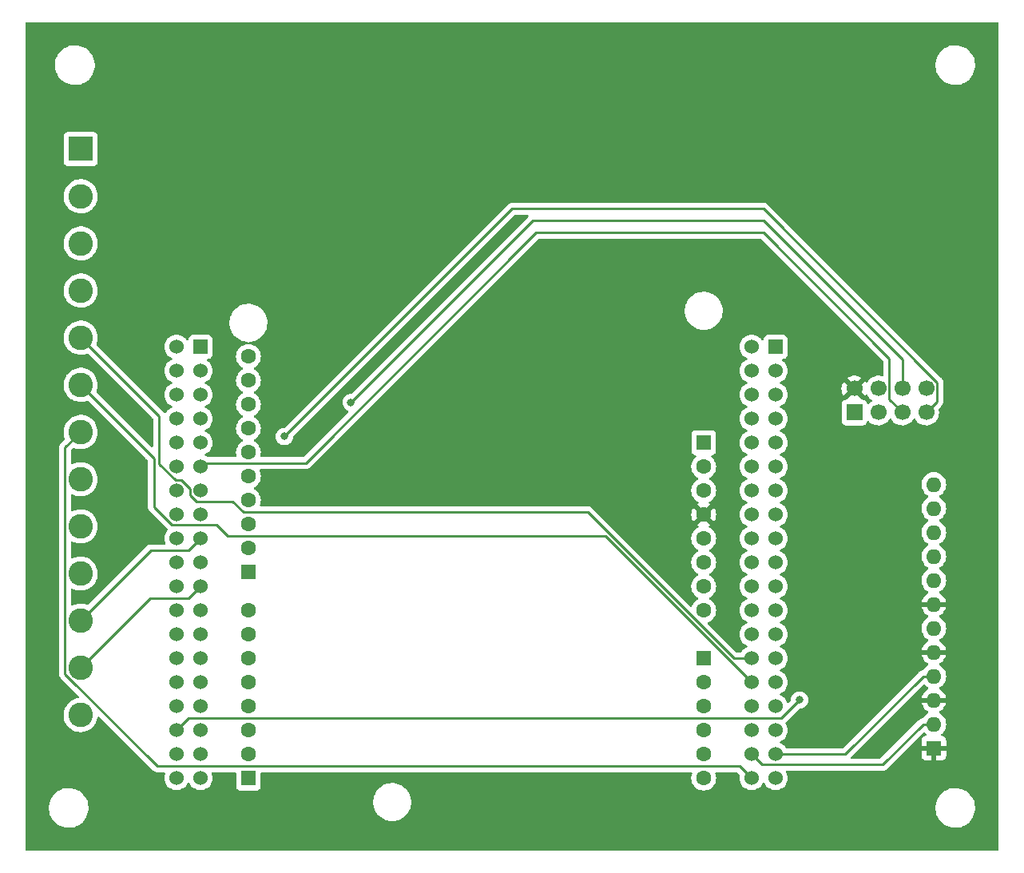
<source format=gtl>
G04 #@! TF.GenerationSoftware,KiCad,Pcbnew,(6.0.11)*
G04 #@! TF.CreationDate,2023-03-04T13:29:58-06:00*
G04 #@! TF.ProjectId,STM,53544d2e-6b69-4636-9164-5f7063625858,rev?*
G04 #@! TF.SameCoordinates,Original*
G04 #@! TF.FileFunction,Copper,L1,Top*
G04 #@! TF.FilePolarity,Positive*
%FSLAX46Y46*%
G04 Gerber Fmt 4.6, Leading zero omitted, Abs format (unit mm)*
G04 Created by KiCad (PCBNEW (6.0.11)) date 2023-03-04 13:29:58*
%MOMM*%
%LPD*%
G01*
G04 APERTURE LIST*
G04 #@! TA.AperFunction,ComponentPad*
%ADD10R,1.530000X1.530000*%
G04 #@! TD*
G04 #@! TA.AperFunction,ComponentPad*
%ADD11C,1.530000*%
G04 #@! TD*
G04 #@! TA.AperFunction,ComponentPad*
%ADD12R,1.605000X1.605000*%
G04 #@! TD*
G04 #@! TA.AperFunction,ComponentPad*
%ADD13C,1.605000*%
G04 #@! TD*
G04 #@! TA.AperFunction,ComponentPad*
%ADD14R,2.600000X2.600000*%
G04 #@! TD*
G04 #@! TA.AperFunction,ComponentPad*
%ADD15C,2.600000*%
G04 #@! TD*
G04 #@! TA.AperFunction,ComponentPad*
%ADD16R,1.700000X1.700000*%
G04 #@! TD*
G04 #@! TA.AperFunction,ComponentPad*
%ADD17C,1.700000*%
G04 #@! TD*
G04 #@! TA.AperFunction,ComponentPad*
%ADD18R,1.600000X1.600000*%
G04 #@! TD*
G04 #@! TA.AperFunction,ComponentPad*
%ADD19O,1.600000X1.600000*%
G04 #@! TD*
G04 #@! TA.AperFunction,ViaPad*
%ADD20C,0.800000*%
G04 #@! TD*
G04 #@! TA.AperFunction,Conductor*
%ADD21C,0.250000*%
G04 #@! TD*
G04 APERTURE END LIST*
D10*
X133350000Y-90820000D03*
D11*
X133350000Y-136540000D03*
X130810000Y-90820000D03*
X133350000Y-93360000D03*
X130810000Y-93360000D03*
X133350000Y-95900000D03*
X130810000Y-95900000D03*
X133350000Y-98440000D03*
X130810000Y-98440000D03*
X133350000Y-100980000D03*
X130810000Y-100980000D03*
X133350000Y-103520000D03*
X130810000Y-103520000D03*
X133350000Y-106060000D03*
X130810000Y-106060000D03*
X133350000Y-108600000D03*
X130810000Y-108600000D03*
X133350000Y-111140000D03*
X130810000Y-111140000D03*
X133350000Y-113680000D03*
X130810000Y-113680000D03*
X133350000Y-116220000D03*
X130810000Y-116220000D03*
X133350000Y-118760000D03*
X130810000Y-118760000D03*
X133350000Y-121300000D03*
X130810000Y-121300000D03*
X133350000Y-123840000D03*
X130810000Y-123840000D03*
X133350000Y-126380000D03*
X130810000Y-126380000D03*
X133350000Y-128920000D03*
X130810000Y-128920000D03*
X133350000Y-131460000D03*
X130810000Y-131460000D03*
X133350000Y-134000000D03*
X130810000Y-134000000D03*
X130810000Y-136540000D03*
D10*
X72390000Y-90820000D03*
D11*
X72390000Y-136540000D03*
X69850000Y-90820000D03*
X72390000Y-93360000D03*
X69850000Y-93360000D03*
X72390000Y-95900000D03*
X69850000Y-95900000D03*
X72390000Y-98440000D03*
X69850000Y-98440000D03*
X72390000Y-100980000D03*
X69850000Y-100980000D03*
X72390000Y-103520000D03*
X69850000Y-103520000D03*
X72390000Y-106060000D03*
X69850000Y-106060000D03*
X72390000Y-108600000D03*
X69850000Y-108600000D03*
X72390000Y-111140000D03*
X69850000Y-111140000D03*
X72390000Y-113680000D03*
X69850000Y-113680000D03*
X72390000Y-116220000D03*
X69850000Y-116220000D03*
X72390000Y-118760000D03*
X69850000Y-118760000D03*
X72390000Y-121300000D03*
X69850000Y-121300000D03*
X72390000Y-123840000D03*
X69850000Y-123840000D03*
X72390000Y-126380000D03*
X69850000Y-126380000D03*
X72390000Y-128920000D03*
X69850000Y-128920000D03*
X72390000Y-131460000D03*
X69850000Y-131460000D03*
X72390000Y-134000000D03*
X69850000Y-134000000D03*
X69850000Y-136540000D03*
D12*
X125730000Y-100980000D03*
D13*
X125730000Y-103520000D03*
X125730000Y-106060000D03*
X125730000Y-108600000D03*
X125730000Y-111140000D03*
X125730000Y-113680000D03*
X125730000Y-116220000D03*
X125730000Y-118760000D03*
D12*
X77470000Y-136540000D03*
D13*
X77470000Y-134000000D03*
X77470000Y-131460000D03*
X77470000Y-128920000D03*
X77470000Y-126380000D03*
X77470000Y-123840000D03*
X77470000Y-121300000D03*
X77470000Y-118760000D03*
D12*
X125730000Y-123840000D03*
D13*
X125730000Y-126380000D03*
X125730000Y-128920000D03*
X125730000Y-131460000D03*
X125730000Y-134000000D03*
X125730000Y-136540000D03*
D12*
X77470000Y-114700000D03*
D13*
X77470000Y-112160000D03*
X77470000Y-109620000D03*
X77470000Y-107080000D03*
X77470000Y-104540000D03*
X77470000Y-102000000D03*
X77470000Y-99460000D03*
X77470000Y-96920000D03*
X77470000Y-94380000D03*
X77470000Y-91840000D03*
D14*
X59690000Y-69850000D03*
D15*
X59690000Y-74850000D03*
X59690000Y-79850000D03*
X59690000Y-84850000D03*
X59690000Y-89850000D03*
X59690000Y-94850000D03*
X59690000Y-99850000D03*
X59690000Y-104850000D03*
X59690000Y-109850000D03*
X59690000Y-114850000D03*
X59690000Y-119850000D03*
X59690000Y-124850000D03*
X59690000Y-129850000D03*
D16*
X141695000Y-97790000D03*
D17*
X141695000Y-95250000D03*
X144235000Y-97790000D03*
X144235000Y-95250000D03*
X146775000Y-97790000D03*
X146775000Y-95250000D03*
X149315000Y-97790000D03*
X149315000Y-95250000D03*
D18*
X150120000Y-133365000D03*
D19*
X150120000Y-130825000D03*
X150120000Y-128285000D03*
X150120000Y-125745000D03*
X150120000Y-123205000D03*
X150120000Y-120665000D03*
X150120000Y-118125000D03*
X150120000Y-115585000D03*
X150120000Y-113045000D03*
X150120000Y-110505000D03*
X150120000Y-107965000D03*
X150120000Y-105425000D03*
D20*
X88348200Y-96717300D03*
X81280000Y-100330000D03*
X135890000Y-128270000D03*
D21*
X107596000Y-77470000D02*
X88348200Y-96717300D01*
X132080000Y-77470000D02*
X107596000Y-77470000D01*
X146775000Y-92165000D02*
X132080000Y-77470000D01*
X146775000Y-95250000D02*
X146775000Y-92165000D01*
X105410000Y-76200000D02*
X81280000Y-100330000D01*
X132080000Y-76200000D02*
X105410000Y-76200000D01*
X150490000Y-94610000D02*
X132080000Y-76200000D01*
X150490000Y-96615000D02*
X150490000Y-94610000D01*
X149315000Y-97790000D02*
X150490000Y-96615000D01*
X72782500Y-103128000D02*
X72390000Y-103520000D01*
X83562500Y-103128000D02*
X72782500Y-103128000D01*
X107950000Y-78740000D02*
X83562500Y-103128000D01*
X132080000Y-78740000D02*
X107950000Y-78740000D01*
X145410000Y-92070000D02*
X132080000Y-78740000D01*
X145410000Y-96425000D02*
X145410000Y-92070000D01*
X146775000Y-97790000D02*
X145410000Y-96425000D01*
X67050000Y-117490000D02*
X59690000Y-124850000D01*
X71120000Y-117490000D02*
X67050000Y-117490000D01*
X72390000Y-116220000D02*
X71120000Y-117490000D01*
X71120000Y-112410000D02*
X72390000Y-111140000D01*
X67130000Y-112410000D02*
X71120000Y-112410000D01*
X59690000Y-119850000D02*
X67130000Y-112410000D01*
X129540000Y-135270000D02*
X130810000Y-136540000D01*
X67808900Y-135270000D02*
X129540000Y-135270000D01*
X58024600Y-125486000D02*
X67808900Y-135270000D01*
X58024600Y-101515000D02*
X58024600Y-125486000D01*
X59690000Y-99850000D02*
X58024600Y-101515000D01*
X115320000Y-110890000D02*
X130810000Y-126380000D01*
X75285500Y-110890000D02*
X115320000Y-110890000D01*
X74106200Y-109711000D02*
X75285500Y-110890000D01*
X69368300Y-109711000D02*
X74106200Y-109711000D01*
X67458600Y-107801000D02*
X69368300Y-109711000D01*
X67458600Y-102619000D02*
X67458600Y-107801000D01*
X59690000Y-94850000D02*
X67458600Y-102619000D01*
X128907000Y-123840000D02*
X130810000Y-123840000D01*
X113417000Y-108350000D02*
X128907000Y-123840000D01*
X76935000Y-108350000D02*
X113417000Y-108350000D01*
X75786000Y-107201000D02*
X76935000Y-108350000D01*
X71928500Y-107201000D02*
X75786000Y-107201000D01*
X71299800Y-106572000D02*
X71928500Y-107201000D01*
X71299800Y-105907000D02*
X71299800Y-106572000D01*
X70362300Y-104970000D02*
X71299800Y-105907000D01*
X69733000Y-104970000D02*
X70362300Y-104970000D01*
X67999500Y-103236000D02*
X69733000Y-104970000D01*
X67999500Y-98159500D02*
X67999500Y-103236000D01*
X59690000Y-89850000D02*
X67999500Y-98159500D01*
X71120000Y-130190000D02*
X69850000Y-131460000D01*
X133970000Y-130190000D02*
X71120000Y-130190000D01*
X135890000Y-128270000D02*
X133970000Y-130190000D01*
X140740000Y-134000000D02*
X133350000Y-134000000D01*
X148995000Y-125745000D02*
X140740000Y-134000000D01*
X150120000Y-125745000D02*
X148995000Y-125745000D01*
X131921000Y-135111000D02*
X130810000Y-134000000D01*
X144709000Y-135111000D02*
X131921000Y-135111000D01*
X148995000Y-130825000D02*
X144709000Y-135111000D01*
X150120000Y-130825000D02*
X148995000Y-130825000D01*
G04 #@! TA.AperFunction,Conductor*
G36*
X156913621Y-56408502D02*
G01*
X156960114Y-56462158D01*
X156971500Y-56514500D01*
X156971500Y-144145500D01*
X156951498Y-144213621D01*
X156897842Y-144260114D01*
X156845500Y-144271500D01*
X53974500Y-144271500D01*
X53906379Y-144251498D01*
X53859886Y-144197842D01*
X53848500Y-144145500D01*
X53848500Y-139832703D01*
X56310743Y-139832703D01*
X56348268Y-140117734D01*
X56424129Y-140395036D01*
X56425813Y-140398984D01*
X56521091Y-140622358D01*
X56536923Y-140659476D01*
X56548693Y-140679142D01*
X56656645Y-140859516D01*
X56684561Y-140906161D01*
X56864313Y-141130528D01*
X57072851Y-141328423D01*
X57306317Y-141496186D01*
X57310112Y-141498195D01*
X57310113Y-141498196D01*
X57331869Y-141509715D01*
X57560392Y-141630712D01*
X57830373Y-141729511D01*
X58111264Y-141790755D01*
X58139841Y-141793004D01*
X58334282Y-141808307D01*
X58334291Y-141808307D01*
X58336739Y-141808500D01*
X58492271Y-141808500D01*
X58494407Y-141808354D01*
X58494418Y-141808354D01*
X58702548Y-141794165D01*
X58702554Y-141794164D01*
X58706825Y-141793873D01*
X58711020Y-141793004D01*
X58711022Y-141793004D01*
X58847583Y-141764724D01*
X58988342Y-141735574D01*
X59259343Y-141639607D01*
X59514812Y-141507750D01*
X59518313Y-141505289D01*
X59518317Y-141505287D01*
X59632418Y-141425095D01*
X59750023Y-141342441D01*
X59960622Y-141146740D01*
X60142713Y-140924268D01*
X60292927Y-140679142D01*
X60317854Y-140622358D01*
X60406757Y-140419830D01*
X60408483Y-140415898D01*
X60487244Y-140139406D01*
X60527751Y-139854784D01*
X60527845Y-139836951D01*
X60529235Y-139571583D01*
X60529235Y-139571576D01*
X60529257Y-139567297D01*
X60491732Y-139282266D01*
X60417176Y-139009733D01*
X90697822Y-139009733D01*
X90697975Y-139014121D01*
X90697975Y-139014127D01*
X90707339Y-139282266D01*
X90707625Y-139290458D01*
X90708387Y-139294781D01*
X90708388Y-139294788D01*
X90732164Y-139429624D01*
X90756402Y-139567087D01*
X90843203Y-139834235D01*
X90966340Y-140086702D01*
X90968795Y-140090341D01*
X90968798Y-140090347D01*
X91041890Y-140198710D01*
X91123415Y-140319576D01*
X91311371Y-140528322D01*
X91526550Y-140708879D01*
X91764764Y-140857731D01*
X92021375Y-140971982D01*
X92291390Y-141049407D01*
X92295740Y-141050018D01*
X92295743Y-141050019D01*
X92398690Y-141064487D01*
X92569552Y-141088500D01*
X92780146Y-141088500D01*
X92782332Y-141088347D01*
X92782336Y-141088347D01*
X92985827Y-141074118D01*
X92985832Y-141074117D01*
X92990212Y-141073811D01*
X93264970Y-141015409D01*
X93269099Y-141013906D01*
X93269103Y-141013905D01*
X93524781Y-140920846D01*
X93524785Y-140920844D01*
X93528926Y-140919337D01*
X93776942Y-140787464D01*
X93881896Y-140711211D01*
X94000629Y-140624947D01*
X94000632Y-140624944D01*
X94004192Y-140622358D01*
X94206252Y-140427231D01*
X94379188Y-140205882D01*
X94381384Y-140202078D01*
X94381389Y-140202071D01*
X94517435Y-139966431D01*
X94519636Y-139962619D01*
X94572126Y-139832703D01*
X150290743Y-139832703D01*
X150328268Y-140117734D01*
X150404129Y-140395036D01*
X150405813Y-140398984D01*
X150501091Y-140622358D01*
X150516923Y-140659476D01*
X150528693Y-140679142D01*
X150636645Y-140859516D01*
X150664561Y-140906161D01*
X150844313Y-141130528D01*
X151052851Y-141328423D01*
X151286317Y-141496186D01*
X151290112Y-141498195D01*
X151290113Y-141498196D01*
X151311869Y-141509715D01*
X151540392Y-141630712D01*
X151810373Y-141729511D01*
X152091264Y-141790755D01*
X152119841Y-141793004D01*
X152314282Y-141808307D01*
X152314291Y-141808307D01*
X152316739Y-141808500D01*
X152472271Y-141808500D01*
X152474407Y-141808354D01*
X152474418Y-141808354D01*
X152682548Y-141794165D01*
X152682554Y-141794164D01*
X152686825Y-141793873D01*
X152691020Y-141793004D01*
X152691022Y-141793004D01*
X152827583Y-141764724D01*
X152968342Y-141735574D01*
X153239343Y-141639607D01*
X153494812Y-141507750D01*
X153498313Y-141505289D01*
X153498317Y-141505287D01*
X153612417Y-141425096D01*
X153730023Y-141342441D01*
X153940622Y-141146740D01*
X154122713Y-140924268D01*
X154272927Y-140679142D01*
X154297854Y-140622358D01*
X154386757Y-140419830D01*
X154388483Y-140415898D01*
X154467244Y-140139406D01*
X154507751Y-139854784D01*
X154507845Y-139836951D01*
X154509235Y-139571583D01*
X154509235Y-139571576D01*
X154509257Y-139567297D01*
X154471732Y-139282266D01*
X154395871Y-139004964D01*
X154283077Y-138740524D01*
X154135439Y-138493839D01*
X153955687Y-138269472D01*
X153747149Y-138071577D01*
X153513683Y-137903814D01*
X153491843Y-137892250D01*
X153423393Y-137856008D01*
X153259608Y-137769288D01*
X153066392Y-137698581D01*
X152993658Y-137671964D01*
X152993656Y-137671963D01*
X152989627Y-137670489D01*
X152708736Y-137609245D01*
X152677685Y-137606801D01*
X152485718Y-137591693D01*
X152485709Y-137591693D01*
X152483261Y-137591500D01*
X152327729Y-137591500D01*
X152325593Y-137591646D01*
X152325582Y-137591646D01*
X152117452Y-137605835D01*
X152117446Y-137605836D01*
X152113175Y-137606127D01*
X152108980Y-137606996D01*
X152108978Y-137606996D01*
X152003420Y-137628856D01*
X151831658Y-137664426D01*
X151560657Y-137760393D01*
X151305188Y-137892250D01*
X151301687Y-137894711D01*
X151301683Y-137894713D01*
X151291594Y-137901804D01*
X151069977Y-138057559D01*
X150859378Y-138253260D01*
X150677287Y-138475732D01*
X150527073Y-138720858D01*
X150411517Y-138984102D01*
X150332756Y-139260594D01*
X150292249Y-139545216D01*
X150292227Y-139549505D01*
X150292226Y-139549512D01*
X150291405Y-139706259D01*
X150290743Y-139832703D01*
X94572126Y-139832703D01*
X94624862Y-139702176D01*
X94658544Y-139567087D01*
X94691753Y-139433893D01*
X94691754Y-139433888D01*
X94692817Y-139429624D01*
X94707858Y-139286522D01*
X94721719Y-139154636D01*
X94721719Y-139154633D01*
X94722178Y-139150267D01*
X94717104Y-139004964D01*
X94712529Y-138873939D01*
X94712528Y-138873933D01*
X94712375Y-138869542D01*
X94688608Y-138734749D01*
X94664360Y-138597236D01*
X94663598Y-138592913D01*
X94576797Y-138325765D01*
X94453660Y-138073298D01*
X94451205Y-138069659D01*
X94451202Y-138069653D01*
X94331542Y-137892250D01*
X94296585Y-137840424D01*
X94293047Y-137836494D01*
X94111566Y-137634940D01*
X94108629Y-137631678D01*
X94081895Y-137609245D01*
X93896820Y-137453949D01*
X93893450Y-137451121D01*
X93655236Y-137302269D01*
X93421054Y-137198004D01*
X93402639Y-137189805D01*
X93402637Y-137189804D01*
X93398625Y-137188018D01*
X93128610Y-137110593D01*
X93124260Y-137109982D01*
X93124257Y-137109981D01*
X93021310Y-137095513D01*
X92850448Y-137071500D01*
X92639854Y-137071500D01*
X92637668Y-137071653D01*
X92637664Y-137071653D01*
X92434173Y-137085882D01*
X92434168Y-137085883D01*
X92429788Y-137086189D01*
X92155030Y-137144591D01*
X92150901Y-137146094D01*
X92150897Y-137146095D01*
X91895219Y-137239154D01*
X91895215Y-137239156D01*
X91891074Y-137240663D01*
X91643058Y-137372536D01*
X91639499Y-137375122D01*
X91639497Y-137375123D01*
X91436728Y-137522443D01*
X91415808Y-137537642D01*
X91213748Y-137732769D01*
X91040812Y-137954118D01*
X91038616Y-137957922D01*
X91038611Y-137957929D01*
X90924794Y-138155068D01*
X90900364Y-138197381D01*
X90795138Y-138457824D01*
X90794073Y-138462097D01*
X90794072Y-138462099D01*
X90760379Y-138597236D01*
X90727183Y-138730376D01*
X90697822Y-139009733D01*
X60417176Y-139009733D01*
X60415871Y-139004964D01*
X60303077Y-138740524D01*
X60155439Y-138493839D01*
X59975687Y-138269472D01*
X59767149Y-138071577D01*
X59533683Y-137903814D01*
X59511843Y-137892250D01*
X59443393Y-137856008D01*
X59279608Y-137769288D01*
X59086392Y-137698581D01*
X59013658Y-137671964D01*
X59013656Y-137671963D01*
X59009627Y-137670489D01*
X58728736Y-137609245D01*
X58697685Y-137606801D01*
X58505718Y-137591693D01*
X58505709Y-137591693D01*
X58503261Y-137591500D01*
X58347729Y-137591500D01*
X58345593Y-137591646D01*
X58345582Y-137591646D01*
X58137452Y-137605835D01*
X58137446Y-137605836D01*
X58133175Y-137606127D01*
X58128980Y-137606996D01*
X58128978Y-137606996D01*
X58023420Y-137628856D01*
X57851658Y-137664426D01*
X57580657Y-137760393D01*
X57325188Y-137892250D01*
X57321687Y-137894711D01*
X57321683Y-137894713D01*
X57311594Y-137901804D01*
X57089977Y-138057559D01*
X56879378Y-138253260D01*
X56697287Y-138475732D01*
X56547073Y-138720858D01*
X56431517Y-138984102D01*
X56352756Y-139260594D01*
X56312249Y-139545216D01*
X56312227Y-139549505D01*
X56312226Y-139549512D01*
X56311405Y-139706259D01*
X56310743Y-139832703D01*
X53848500Y-139832703D01*
X53848500Y-101494866D01*
X57386383Y-101494866D01*
X57387128Y-101502758D01*
X57390542Y-101538922D01*
X57391100Y-101550764D01*
X57391100Y-125407225D01*
X57390572Y-125418424D01*
X57388897Y-125425918D01*
X57389146Y-125433839D01*
X57389146Y-125433840D01*
X57391038Y-125493999D01*
X57391100Y-125497959D01*
X57391100Y-125525856D01*
X57391597Y-125529789D01*
X57391605Y-125529854D01*
X57392537Y-125541687D01*
X57393928Y-125585899D01*
X57396140Y-125593512D01*
X57396140Y-125593513D01*
X57399579Y-125605349D01*
X57403587Y-125624702D01*
X57406126Y-125644797D01*
X57409045Y-125652169D01*
X57409045Y-125652170D01*
X57422406Y-125685917D01*
X57426250Y-125697144D01*
X57438586Y-125739602D01*
X57442623Y-125746427D01*
X57442623Y-125746428D01*
X57448895Y-125757033D01*
X57457592Y-125774785D01*
X57465048Y-125793617D01*
X57469708Y-125800030D01*
X57469708Y-125800031D01*
X57491040Y-125829391D01*
X57497549Y-125839300D01*
X57520064Y-125877370D01*
X57534382Y-125891687D01*
X57547224Y-125906722D01*
X57559128Y-125923107D01*
X57565236Y-125928160D01*
X57565237Y-125928161D01*
X57593196Y-125951291D01*
X57601974Y-125959278D01*
X59490514Y-127847760D01*
X59524540Y-127910072D01*
X59519476Y-127980888D01*
X59476931Y-128037724D01*
X59418412Y-128061706D01*
X59312937Y-128076060D01*
X59308451Y-128077368D01*
X59308449Y-128077368D01*
X59250063Y-128094386D01*
X59054874Y-128151278D01*
X58810763Y-128263815D01*
X58791705Y-128276310D01*
X58589881Y-128408631D01*
X58589876Y-128408635D01*
X58585968Y-128411197D01*
X58385426Y-128590188D01*
X58213544Y-128796854D01*
X58074096Y-129026656D01*
X58072287Y-129030970D01*
X58072285Y-129030974D01*
X57994947Y-129215405D01*
X57970148Y-129274545D01*
X57903981Y-129535077D01*
X57877050Y-129802526D01*
X57877274Y-129807192D01*
X57877274Y-129807197D01*
X57881698Y-129899284D01*
X57889947Y-130071019D01*
X57942388Y-130334656D01*
X58033220Y-130587646D01*
X58035432Y-130591762D01*
X58035433Y-130591765D01*
X58098907Y-130709895D01*
X58160450Y-130824431D01*
X58163241Y-130828168D01*
X58163245Y-130828175D01*
X58244887Y-130937506D01*
X58321281Y-131039810D01*
X58324590Y-131043090D01*
X58324595Y-131043096D01*
X58508863Y-131225762D01*
X58512180Y-131229050D01*
X58515942Y-131231808D01*
X58515945Y-131231811D01*
X58580610Y-131279225D01*
X58728954Y-131387995D01*
X58733089Y-131390171D01*
X58733093Y-131390173D01*
X58962698Y-131510975D01*
X58966840Y-131513154D01*
X59220613Y-131601775D01*
X59225206Y-131602647D01*
X59480109Y-131651042D01*
X59480112Y-131651042D01*
X59484698Y-131651913D01*
X59612370Y-131656929D01*
X59748625Y-131662283D01*
X59748630Y-131662283D01*
X59753293Y-131662466D01*
X59857607Y-131651042D01*
X60015844Y-131633713D01*
X60015850Y-131633712D01*
X60020497Y-131633203D01*
X60033510Y-131629777D01*
X60275918Y-131565956D01*
X60275920Y-131565955D01*
X60280441Y-131564765D01*
X60301741Y-131555614D01*
X60523120Y-131460502D01*
X60523122Y-131460501D01*
X60527414Y-131458657D01*
X60646071Y-131385230D01*
X60752017Y-131319669D01*
X60752021Y-131319666D01*
X60755990Y-131317210D01*
X60961149Y-131143530D01*
X61138382Y-130941434D01*
X61144088Y-130932564D01*
X61281269Y-130719291D01*
X61283797Y-130715361D01*
X61394199Y-130470278D01*
X61413350Y-130402373D01*
X61465893Y-130216072D01*
X61465894Y-130216069D01*
X61467163Y-130211568D01*
X61467753Y-130206931D01*
X61478443Y-130122902D01*
X61506883Y-130057851D01*
X61565977Y-130018501D01*
X61636964Y-130017347D01*
X61692530Y-130049707D01*
X67262574Y-135619580D01*
X67305258Y-135662263D01*
X67312788Y-135670538D01*
X67316900Y-135677018D01*
X67322680Y-135682446D01*
X67322681Y-135682447D01*
X67366558Y-135723650D01*
X67369398Y-135726402D01*
X67389138Y-135746141D01*
X67392266Y-135748567D01*
X67392319Y-135748608D01*
X67401350Y-135756321D01*
X67433579Y-135786586D01*
X67440528Y-135790406D01*
X67451334Y-135796347D01*
X67467856Y-135807200D01*
X67477602Y-135814760D01*
X67477609Y-135814764D01*
X67483868Y-135819619D01*
X67491144Y-135822767D01*
X67491145Y-135822768D01*
X67524435Y-135837173D01*
X67535097Y-135842396D01*
X67573840Y-135863695D01*
X67581512Y-135865665D01*
X67581515Y-135865666D01*
X67593470Y-135868735D01*
X67612176Y-135875140D01*
X67623487Y-135880035D01*
X67623490Y-135880036D01*
X67630765Y-135883184D01*
X67638595Y-135884424D01*
X67674422Y-135890098D01*
X67686046Y-135892505D01*
X67721191Y-135901529D01*
X67721196Y-135901530D01*
X67728870Y-135903500D01*
X67749134Y-135903500D01*
X67768842Y-135905051D01*
X67788853Y-135908220D01*
X67796744Y-135907474D01*
X67816017Y-135905652D01*
X67832866Y-135904059D01*
X67844724Y-135903500D01*
X68543872Y-135903500D01*
X68611993Y-135923502D01*
X68658486Y-135977158D01*
X68668590Y-136047432D01*
X68658067Y-136082749D01*
X68648730Y-136102773D01*
X68591056Y-136318014D01*
X68571635Y-136540000D01*
X68591056Y-136761986D01*
X68648730Y-136977227D01*
X68651052Y-136982208D01*
X68651053Y-136982209D01*
X68740577Y-137174195D01*
X68740580Y-137174200D01*
X68742903Y-137179182D01*
X68870716Y-137361717D01*
X69028283Y-137519284D01*
X69032792Y-137522441D01*
X69032794Y-137522443D01*
X69108110Y-137575180D01*
X69210817Y-137647097D01*
X69215799Y-137649420D01*
X69215804Y-137649423D01*
X69394542Y-137732769D01*
X69412773Y-137741270D01*
X69418081Y-137742692D01*
X69418083Y-137742693D01*
X69478800Y-137758962D01*
X69628014Y-137798944D01*
X69850000Y-137818365D01*
X70071986Y-137798944D01*
X70221200Y-137758962D01*
X70281917Y-137742693D01*
X70281919Y-137742692D01*
X70287227Y-137741270D01*
X70305458Y-137732769D01*
X70484196Y-137649423D01*
X70484201Y-137649420D01*
X70489183Y-137647097D01*
X70591890Y-137575180D01*
X70667206Y-137522443D01*
X70667208Y-137522441D01*
X70671717Y-137519284D01*
X70829284Y-137361717D01*
X70957097Y-137179182D01*
X70959420Y-137174200D01*
X70959423Y-137174195D01*
X71005805Y-137074727D01*
X71052722Y-137021442D01*
X71120999Y-137001981D01*
X71188959Y-137022523D01*
X71234195Y-137074727D01*
X71280577Y-137174195D01*
X71280580Y-137174200D01*
X71282903Y-137179182D01*
X71410716Y-137361717D01*
X71568283Y-137519284D01*
X71572792Y-137522441D01*
X71572794Y-137522443D01*
X71648110Y-137575180D01*
X71750817Y-137647097D01*
X71755799Y-137649420D01*
X71755804Y-137649423D01*
X71934542Y-137732769D01*
X71952773Y-137741270D01*
X71958081Y-137742692D01*
X71958083Y-137742693D01*
X72018800Y-137758962D01*
X72168014Y-137798944D01*
X72390000Y-137818365D01*
X72611986Y-137798944D01*
X72761200Y-137758962D01*
X72821917Y-137742693D01*
X72821919Y-137742692D01*
X72827227Y-137741270D01*
X72845458Y-137732769D01*
X73024196Y-137649423D01*
X73024201Y-137649420D01*
X73029183Y-137647097D01*
X73131890Y-137575180D01*
X73207206Y-137522443D01*
X73207208Y-137522441D01*
X73211717Y-137519284D01*
X73369284Y-137361717D01*
X73497097Y-137179182D01*
X73499420Y-137174200D01*
X73499423Y-137174195D01*
X73588947Y-136982209D01*
X73588948Y-136982208D01*
X73591270Y-136977227D01*
X73648944Y-136761986D01*
X73668365Y-136540000D01*
X73648944Y-136318014D01*
X73591270Y-136102773D01*
X73581933Y-136082749D01*
X73571272Y-136012559D01*
X73600252Y-135947746D01*
X73659671Y-135908889D01*
X73696128Y-135903500D01*
X76033000Y-135903500D01*
X76101121Y-135923502D01*
X76147614Y-135977158D01*
X76159000Y-136029500D01*
X76159000Y-137390634D01*
X76165755Y-137452816D01*
X76216885Y-137589205D01*
X76304239Y-137705761D01*
X76420795Y-137793115D01*
X76557184Y-137844245D01*
X76619366Y-137851000D01*
X78320634Y-137851000D01*
X78382816Y-137844245D01*
X78519205Y-137793115D01*
X78635761Y-137705761D01*
X78723115Y-137589205D01*
X78774245Y-137452816D01*
X78781000Y-137390634D01*
X78781000Y-136029500D01*
X78801002Y-135961379D01*
X78854658Y-135914886D01*
X78907000Y-135903500D01*
X124382496Y-135903500D01*
X124450617Y-135923502D01*
X124497110Y-135977158D01*
X124507214Y-136047432D01*
X124496690Y-136082751D01*
X124493357Y-136089899D01*
X124491935Y-136095207D01*
X124491934Y-136095209D01*
X124435409Y-136306163D01*
X124433985Y-136311478D01*
X124413992Y-136540000D01*
X124433985Y-136768522D01*
X124435409Y-136773835D01*
X124435409Y-136773837D01*
X124488485Y-136971917D01*
X124493357Y-136990101D01*
X124495679Y-136995082D01*
X124495680Y-136995083D01*
X124586481Y-137189805D01*
X124590304Y-137198004D01*
X124721879Y-137385914D01*
X124884086Y-137548121D01*
X125071996Y-137679696D01*
X125076974Y-137682017D01*
X125076977Y-137682019D01*
X125274917Y-137774320D01*
X125279899Y-137776643D01*
X125285207Y-137778065D01*
X125285209Y-137778066D01*
X125496163Y-137834591D01*
X125496165Y-137834591D01*
X125501478Y-137836015D01*
X125730000Y-137856008D01*
X125958522Y-137836015D01*
X125963835Y-137834591D01*
X125963837Y-137834591D01*
X126174791Y-137778066D01*
X126174793Y-137778065D01*
X126180101Y-137776643D01*
X126185083Y-137774320D01*
X126383023Y-137682019D01*
X126383026Y-137682017D01*
X126388004Y-137679696D01*
X126575914Y-137548121D01*
X126738121Y-137385914D01*
X126869696Y-137198004D01*
X126873520Y-137189805D01*
X126964320Y-136995083D01*
X126964321Y-136995082D01*
X126966643Y-136990101D01*
X126971516Y-136971917D01*
X127024591Y-136773837D01*
X127024591Y-136773835D01*
X127026015Y-136768522D01*
X127046008Y-136540000D01*
X127026015Y-136311478D01*
X127024591Y-136306163D01*
X126968066Y-136095209D01*
X126968065Y-136095207D01*
X126966643Y-136089899D01*
X126963311Y-136082753D01*
X126963152Y-136081708D01*
X126962437Y-136079744D01*
X126962832Y-136079600D01*
X126952647Y-136012564D01*
X126981625Y-135947750D01*
X127041043Y-135908891D01*
X127077504Y-135903500D01*
X129225406Y-135903500D01*
X129293527Y-135923502D01*
X129314501Y-135940405D01*
X129529424Y-136155328D01*
X129563450Y-136217640D01*
X129562036Y-136277033D01*
X129552480Y-136312697D01*
X129552479Y-136312704D01*
X129551056Y-136318014D01*
X129531635Y-136540000D01*
X129551056Y-136761986D01*
X129608730Y-136977227D01*
X129611052Y-136982208D01*
X129611053Y-136982209D01*
X129700577Y-137174195D01*
X129700580Y-137174200D01*
X129702903Y-137179182D01*
X129830716Y-137361717D01*
X129988283Y-137519284D01*
X129992792Y-137522441D01*
X129992794Y-137522443D01*
X130068110Y-137575180D01*
X130170817Y-137647097D01*
X130175799Y-137649420D01*
X130175804Y-137649423D01*
X130354542Y-137732769D01*
X130372773Y-137741270D01*
X130378081Y-137742692D01*
X130378083Y-137742693D01*
X130438800Y-137758962D01*
X130588014Y-137798944D01*
X130810000Y-137818365D01*
X131031986Y-137798944D01*
X131181200Y-137758962D01*
X131241917Y-137742693D01*
X131241919Y-137742692D01*
X131247227Y-137741270D01*
X131265458Y-137732769D01*
X131444196Y-137649423D01*
X131444201Y-137649420D01*
X131449183Y-137647097D01*
X131551890Y-137575180D01*
X131627206Y-137522443D01*
X131627208Y-137522441D01*
X131631717Y-137519284D01*
X131789284Y-137361717D01*
X131917097Y-137179182D01*
X131919420Y-137174200D01*
X131919423Y-137174195D01*
X131965805Y-137074727D01*
X132012722Y-137021442D01*
X132080999Y-137001981D01*
X132148959Y-137022523D01*
X132194195Y-137074727D01*
X132240577Y-137174195D01*
X132240580Y-137174200D01*
X132242903Y-137179182D01*
X132370716Y-137361717D01*
X132528283Y-137519284D01*
X132532792Y-137522441D01*
X132532794Y-137522443D01*
X132608110Y-137575180D01*
X132710817Y-137647097D01*
X132715799Y-137649420D01*
X132715804Y-137649423D01*
X132894542Y-137732769D01*
X132912773Y-137741270D01*
X132918081Y-137742692D01*
X132918083Y-137742693D01*
X132978800Y-137758962D01*
X133128014Y-137798944D01*
X133350000Y-137818365D01*
X133571986Y-137798944D01*
X133721200Y-137758962D01*
X133781917Y-137742693D01*
X133781919Y-137742692D01*
X133787227Y-137741270D01*
X133805458Y-137732769D01*
X133984196Y-137649423D01*
X133984201Y-137649420D01*
X133989183Y-137647097D01*
X134091890Y-137575180D01*
X134167206Y-137522443D01*
X134167208Y-137522441D01*
X134171717Y-137519284D01*
X134329284Y-137361717D01*
X134457097Y-137179182D01*
X134459420Y-137174200D01*
X134459423Y-137174195D01*
X134548947Y-136982209D01*
X134548948Y-136982208D01*
X134551270Y-136977227D01*
X134608944Y-136761986D01*
X134628365Y-136540000D01*
X134608944Y-136318014D01*
X134551270Y-136102773D01*
X134541936Y-136082755D01*
X134509205Y-136012564D01*
X134467790Y-135923749D01*
X134457129Y-135853558D01*
X134486109Y-135788746D01*
X134545529Y-135749889D01*
X134581985Y-135744500D01*
X144630233Y-135744500D01*
X144641416Y-135745027D01*
X144648909Y-135746702D01*
X144656835Y-135746453D01*
X144656836Y-135746453D01*
X144716986Y-135744562D01*
X144720945Y-135744500D01*
X144748856Y-135744500D01*
X144752791Y-135744003D01*
X144752856Y-135743995D01*
X144764693Y-135743062D01*
X144796951Y-135742048D01*
X144800970Y-135741922D01*
X144808889Y-135741673D01*
X144828343Y-135736021D01*
X144847700Y-135732013D01*
X144859930Y-135730468D01*
X144859931Y-135730468D01*
X144867797Y-135729474D01*
X144875168Y-135726555D01*
X144875170Y-135726555D01*
X144908912Y-135713196D01*
X144920142Y-135709351D01*
X144954983Y-135699229D01*
X144954984Y-135699229D01*
X144962593Y-135697018D01*
X144969412Y-135692985D01*
X144969417Y-135692983D01*
X144980028Y-135686707D01*
X144997776Y-135678012D01*
X145016617Y-135670552D01*
X145052387Y-135644564D01*
X145062307Y-135638048D01*
X145093535Y-135619580D01*
X145093538Y-135619578D01*
X145100362Y-135615542D01*
X145114683Y-135601221D01*
X145129717Y-135588380D01*
X145139694Y-135581131D01*
X145146107Y-135576472D01*
X145174298Y-135542395D01*
X145182288Y-135533616D01*
X146506235Y-134209669D01*
X148812001Y-134209669D01*
X148812371Y-134216490D01*
X148817895Y-134267352D01*
X148821521Y-134282604D01*
X148866676Y-134403054D01*
X148875214Y-134418649D01*
X148951715Y-134520724D01*
X148964276Y-134533285D01*
X149066351Y-134609786D01*
X149081946Y-134618324D01*
X149202394Y-134663478D01*
X149217649Y-134667105D01*
X149268514Y-134672631D01*
X149275328Y-134673000D01*
X149847885Y-134673000D01*
X149863124Y-134668525D01*
X149864329Y-134667135D01*
X149866000Y-134659452D01*
X149866000Y-134654884D01*
X150374000Y-134654884D01*
X150378475Y-134670123D01*
X150379865Y-134671328D01*
X150387548Y-134672999D01*
X150964669Y-134672999D01*
X150971490Y-134672629D01*
X151022352Y-134667105D01*
X151037604Y-134663479D01*
X151158054Y-134618324D01*
X151173649Y-134609786D01*
X151275724Y-134533285D01*
X151288285Y-134520724D01*
X151364786Y-134418649D01*
X151373324Y-134403054D01*
X151418478Y-134282606D01*
X151422105Y-134267351D01*
X151427631Y-134216486D01*
X151428000Y-134209672D01*
X151428000Y-133637115D01*
X151423525Y-133621876D01*
X151422135Y-133620671D01*
X151414452Y-133619000D01*
X150392115Y-133619000D01*
X150376876Y-133623475D01*
X150375671Y-133624865D01*
X150374000Y-133632548D01*
X150374000Y-134654884D01*
X149866000Y-134654884D01*
X149866000Y-133637115D01*
X149861525Y-133621876D01*
X149860135Y-133620671D01*
X149852452Y-133619000D01*
X148830116Y-133619000D01*
X148814877Y-133623475D01*
X148813672Y-133624865D01*
X148812001Y-133632548D01*
X148812001Y-134209669D01*
X146506235Y-134209669D01*
X148991108Y-131724796D01*
X149053420Y-131690770D01*
X149124235Y-131695835D01*
X149169298Y-131724796D01*
X149275700Y-131831198D01*
X149280211Y-131834357D01*
X149284424Y-131837892D01*
X149283612Y-131838860D01*
X149324090Y-131889494D01*
X149331404Y-131960113D01*
X149299376Y-132023476D01*
X149238177Y-132059464D01*
X149221099Y-132062520D01*
X149217648Y-132062895D01*
X149202396Y-132066521D01*
X149081946Y-132111676D01*
X149066351Y-132120214D01*
X148964276Y-132196715D01*
X148951715Y-132209276D01*
X148875214Y-132311351D01*
X148866676Y-132326946D01*
X148821522Y-132447394D01*
X148817895Y-132462649D01*
X148812369Y-132513514D01*
X148812000Y-132520328D01*
X148812000Y-133092885D01*
X148816475Y-133108124D01*
X148817865Y-133109329D01*
X148825548Y-133111000D01*
X151409884Y-133111000D01*
X151425123Y-133106525D01*
X151426328Y-133105135D01*
X151427999Y-133097452D01*
X151427999Y-132520331D01*
X151427629Y-132513510D01*
X151422105Y-132462648D01*
X151418479Y-132447396D01*
X151373324Y-132326946D01*
X151364786Y-132311351D01*
X151288285Y-132209276D01*
X151275724Y-132196715D01*
X151173649Y-132120214D01*
X151158054Y-132111676D01*
X151037606Y-132066522D01*
X151022357Y-132062896D01*
X151018904Y-132062521D01*
X151016394Y-132061478D01*
X151014669Y-132061068D01*
X151014735Y-132060789D01*
X150953341Y-132035281D01*
X150912912Y-131976920D01*
X150910454Y-131905966D01*
X150946747Y-131844946D01*
X150958240Y-131835656D01*
X150959786Y-131834359D01*
X150964300Y-131831198D01*
X151126198Y-131669300D01*
X151130984Y-131662466D01*
X151235533Y-131513154D01*
X151257523Y-131481749D01*
X151259846Y-131476767D01*
X151259849Y-131476762D01*
X151351961Y-131279225D01*
X151351961Y-131279224D01*
X151354284Y-131274243D01*
X151388500Y-131146550D01*
X151412119Y-131058402D01*
X151412119Y-131058400D01*
X151413543Y-131053087D01*
X151433498Y-130825000D01*
X151413543Y-130596913D01*
X151382408Y-130480716D01*
X151355707Y-130381067D01*
X151355706Y-130381065D01*
X151354284Y-130375757D01*
X151343627Y-130352903D01*
X151259849Y-130173238D01*
X151259846Y-130173233D01*
X151257523Y-130168251D01*
X151126198Y-129980700D01*
X150964300Y-129818802D01*
X150959792Y-129815645D01*
X150959789Y-129815643D01*
X150859777Y-129745614D01*
X150776749Y-129687477D01*
X150771767Y-129685154D01*
X150771762Y-129685151D01*
X150736951Y-129668919D01*
X150683666Y-129622002D01*
X150664205Y-129553725D01*
X150684747Y-129485765D01*
X150736951Y-129440529D01*
X150771511Y-129424414D01*
X150781007Y-129418931D01*
X150959467Y-129293972D01*
X150967875Y-129286916D01*
X151121916Y-129132875D01*
X151128972Y-129124467D01*
X151253931Y-128946007D01*
X151259414Y-128936511D01*
X151351490Y-128739053D01*
X151355236Y-128728761D01*
X151401394Y-128556497D01*
X151401058Y-128542401D01*
X151393116Y-128539000D01*
X148852033Y-128539000D01*
X148838502Y-128542973D01*
X148837273Y-128551522D01*
X148884764Y-128728761D01*
X148888510Y-128739053D01*
X148980586Y-128936511D01*
X148986069Y-128946007D01*
X149111028Y-129124467D01*
X149118084Y-129132875D01*
X149272125Y-129286916D01*
X149280533Y-129293972D01*
X149458993Y-129418931D01*
X149468489Y-129424414D01*
X149503049Y-129440529D01*
X149556334Y-129487446D01*
X149575795Y-129555723D01*
X149555253Y-129623683D01*
X149503049Y-129668919D01*
X149468238Y-129685151D01*
X149468233Y-129685154D01*
X149463251Y-129687477D01*
X149380223Y-129745614D01*
X149280211Y-129815643D01*
X149280208Y-129815645D01*
X149275700Y-129818802D01*
X149113802Y-129980700D01*
X149110645Y-129985208D01*
X149110643Y-129985211D01*
X149001964Y-130140421D01*
X148946507Y-130184749D01*
X148910790Y-130192365D01*
X148910865Y-130192838D01*
X148903037Y-130194078D01*
X148895110Y-130194327D01*
X148877744Y-130199372D01*
X148875658Y-130199978D01*
X148856306Y-130203986D01*
X148849235Y-130204880D01*
X148836203Y-130206526D01*
X148828834Y-130209443D01*
X148828832Y-130209444D01*
X148795097Y-130222800D01*
X148783869Y-130226645D01*
X148741407Y-130238982D01*
X148734585Y-130243016D01*
X148734579Y-130243019D01*
X148723968Y-130249294D01*
X148706218Y-130257990D01*
X148694756Y-130262528D01*
X148694751Y-130262531D01*
X148687383Y-130265448D01*
X148680968Y-130270109D01*
X148651625Y-130291427D01*
X148641707Y-130297943D01*
X148631136Y-130304195D01*
X148603637Y-130320458D01*
X148589313Y-130334782D01*
X148574281Y-130347621D01*
X148557893Y-130359528D01*
X148529712Y-130393593D01*
X148521722Y-130402373D01*
X144483500Y-134440595D01*
X144421188Y-134474621D01*
X144394405Y-134477500D01*
X141462594Y-134477500D01*
X141394473Y-134457498D01*
X141347980Y-134403842D01*
X141337876Y-134333568D01*
X141367370Y-134268988D01*
X141373499Y-134262405D01*
X145052662Y-130583242D01*
X148991110Y-126644795D01*
X149053420Y-126610770D01*
X149124235Y-126615835D01*
X149169298Y-126644796D01*
X149275700Y-126751198D01*
X149280208Y-126754355D01*
X149280211Y-126754357D01*
X149314624Y-126778453D01*
X149463251Y-126882523D01*
X149468233Y-126884846D01*
X149468238Y-126884849D01*
X149503049Y-126901081D01*
X149556334Y-126947998D01*
X149575795Y-127016275D01*
X149555253Y-127084235D01*
X149503049Y-127129471D01*
X149468489Y-127145586D01*
X149458993Y-127151069D01*
X149280533Y-127276028D01*
X149272125Y-127283084D01*
X149118084Y-127437125D01*
X149111028Y-127445533D01*
X148986069Y-127623993D01*
X148980586Y-127633489D01*
X148888510Y-127830947D01*
X148884764Y-127841239D01*
X148838606Y-128013503D01*
X148838942Y-128027599D01*
X148846884Y-128031000D01*
X151387967Y-128031000D01*
X151401498Y-128027027D01*
X151402727Y-128018478D01*
X151355236Y-127841239D01*
X151351490Y-127830947D01*
X151259414Y-127633489D01*
X151253931Y-127623993D01*
X151128972Y-127445533D01*
X151121916Y-127437125D01*
X150967875Y-127283084D01*
X150959467Y-127276028D01*
X150781007Y-127151069D01*
X150771511Y-127145586D01*
X150736951Y-127129471D01*
X150683666Y-127082554D01*
X150664205Y-127014277D01*
X150684747Y-126946317D01*
X150736951Y-126901081D01*
X150771762Y-126884849D01*
X150771767Y-126884846D01*
X150776749Y-126882523D01*
X150925376Y-126778453D01*
X150959789Y-126754357D01*
X150959792Y-126754355D01*
X150964300Y-126751198D01*
X151126198Y-126589300D01*
X151141457Y-126567509D01*
X151205802Y-126475614D01*
X151257523Y-126401749D01*
X151259846Y-126396767D01*
X151259849Y-126396762D01*
X151351961Y-126199225D01*
X151351961Y-126199224D01*
X151354284Y-126194243D01*
X151367064Y-126146550D01*
X151412119Y-125978402D01*
X151412119Y-125978400D01*
X151413543Y-125973087D01*
X151433498Y-125745000D01*
X151413543Y-125516913D01*
X151399841Y-125465775D01*
X151355707Y-125301067D01*
X151355706Y-125301065D01*
X151354284Y-125295757D01*
X151343627Y-125272903D01*
X151259849Y-125093238D01*
X151259846Y-125093233D01*
X151257523Y-125088251D01*
X151160314Y-124949423D01*
X151129357Y-124905211D01*
X151129355Y-124905208D01*
X151126198Y-124900700D01*
X150964300Y-124738802D01*
X150959792Y-124735645D01*
X150959789Y-124735643D01*
X150859777Y-124665614D01*
X150776749Y-124607477D01*
X150771767Y-124605154D01*
X150771762Y-124605151D01*
X150736951Y-124588919D01*
X150683666Y-124542002D01*
X150664205Y-124473725D01*
X150684747Y-124405765D01*
X150736951Y-124360529D01*
X150771511Y-124344414D01*
X150781007Y-124338931D01*
X150959467Y-124213972D01*
X150967875Y-124206916D01*
X151121916Y-124052875D01*
X151128972Y-124044467D01*
X151253931Y-123866007D01*
X151259414Y-123856511D01*
X151351490Y-123659053D01*
X151355236Y-123648761D01*
X151401394Y-123476497D01*
X151401058Y-123462401D01*
X151393116Y-123459000D01*
X148852033Y-123459000D01*
X148838502Y-123462973D01*
X148837273Y-123471522D01*
X148884764Y-123648761D01*
X148888510Y-123659053D01*
X148980586Y-123856511D01*
X148986069Y-123866007D01*
X149111028Y-124044467D01*
X149118084Y-124052875D01*
X149272125Y-124206916D01*
X149280533Y-124213972D01*
X149458993Y-124338931D01*
X149468489Y-124344414D01*
X149503049Y-124360529D01*
X149556334Y-124407446D01*
X149575795Y-124475723D01*
X149555253Y-124543683D01*
X149503049Y-124588919D01*
X149468238Y-124605151D01*
X149468233Y-124605154D01*
X149463251Y-124607477D01*
X149380223Y-124665614D01*
X149280211Y-124735643D01*
X149280208Y-124735645D01*
X149275700Y-124738802D01*
X149113802Y-124900700D01*
X149110645Y-124905208D01*
X149110643Y-124905211D01*
X149001964Y-125060420D01*
X148946507Y-125104748D01*
X148910789Y-125112365D01*
X148910864Y-125112837D01*
X148903036Y-125114077D01*
X148895111Y-125114326D01*
X148887497Y-125116538D01*
X148887492Y-125116539D01*
X148875659Y-125119977D01*
X148856296Y-125123988D01*
X148836203Y-125126526D01*
X148828836Y-125129443D01*
X148828831Y-125129444D01*
X148795092Y-125142802D01*
X148783865Y-125146646D01*
X148741407Y-125158982D01*
X148734581Y-125163019D01*
X148723972Y-125169293D01*
X148706224Y-125177988D01*
X148687383Y-125185448D01*
X148680967Y-125190110D01*
X148680966Y-125190110D01*
X148651613Y-125211436D01*
X148641693Y-125217952D01*
X148610465Y-125236420D01*
X148610462Y-125236422D01*
X148603638Y-125240458D01*
X148589317Y-125254779D01*
X148574284Y-125267619D01*
X148557893Y-125279528D01*
X148539716Y-125301500D01*
X148529702Y-125313605D01*
X148521712Y-125322384D01*
X140514500Y-133329595D01*
X140452188Y-133363621D01*
X140425405Y-133366500D01*
X134526667Y-133366500D01*
X134458546Y-133346498D01*
X134423454Y-133312771D01*
X134332443Y-133182794D01*
X134332441Y-133182791D01*
X134329284Y-133178283D01*
X134171717Y-133020716D01*
X134136097Y-132995774D01*
X134091890Y-132964820D01*
X133989183Y-132892903D01*
X133984201Y-132890580D01*
X133984196Y-132890577D01*
X133884728Y-132844195D01*
X133831443Y-132797278D01*
X133811982Y-132729001D01*
X133832524Y-132661041D01*
X133884728Y-132615805D01*
X133984196Y-132569423D01*
X133984201Y-132569420D01*
X133989183Y-132567097D01*
X134091890Y-132495180D01*
X134167206Y-132442443D01*
X134167208Y-132442441D01*
X134171717Y-132439284D01*
X134329284Y-132281717D01*
X134457097Y-132099182D01*
X134459420Y-132094200D01*
X134459423Y-132094195D01*
X134548947Y-131902209D01*
X134548948Y-131902208D01*
X134551270Y-131897227D01*
X134566910Y-131838860D01*
X134605233Y-131695835D01*
X134608944Y-131681986D01*
X134628365Y-131460000D01*
X134608944Y-131238014D01*
X134555835Y-131039810D01*
X134552693Y-131028083D01*
X134552692Y-131028081D01*
X134551270Y-131022773D01*
X134542946Y-131004922D01*
X134459420Y-130825799D01*
X134459418Y-130825796D01*
X134457097Y-130820818D01*
X134426532Y-130777167D01*
X134403845Y-130709895D01*
X134421130Y-130641034D01*
X134432669Y-130624574D01*
X134435306Y-130621387D01*
X134443288Y-130612616D01*
X135840500Y-129215405D01*
X135902812Y-129181379D01*
X135929595Y-129178500D01*
X135985487Y-129178500D01*
X135991939Y-129177128D01*
X135991944Y-129177128D01*
X136078887Y-129158647D01*
X136172288Y-129138794D01*
X136178319Y-129136109D01*
X136340722Y-129063803D01*
X136340724Y-129063802D01*
X136346752Y-129061118D01*
X136388242Y-129030974D01*
X136409383Y-129015614D01*
X136501253Y-128948866D01*
X136505675Y-128943955D01*
X136624621Y-128811852D01*
X136624622Y-128811851D01*
X136629040Y-128806944D01*
X136694998Y-128692701D01*
X136721223Y-128647279D01*
X136721224Y-128647278D01*
X136724527Y-128641556D01*
X136783542Y-128459928D01*
X136788934Y-128408631D01*
X136802814Y-128276565D01*
X136803504Y-128270000D01*
X136785456Y-128098283D01*
X136784232Y-128086635D01*
X136784232Y-128086633D01*
X136783542Y-128080072D01*
X136724527Y-127898444D01*
X136629040Y-127733056D01*
X136614834Y-127717278D01*
X136505675Y-127596045D01*
X136505674Y-127596044D01*
X136501253Y-127591134D01*
X136361263Y-127489425D01*
X136352094Y-127482763D01*
X136352093Y-127482762D01*
X136346752Y-127478882D01*
X136340724Y-127476198D01*
X136340722Y-127476197D01*
X136178319Y-127403891D01*
X136178318Y-127403891D01*
X136172288Y-127401206D01*
X136078887Y-127381353D01*
X135991944Y-127362872D01*
X135991939Y-127362872D01*
X135985487Y-127361500D01*
X135794513Y-127361500D01*
X135788061Y-127362872D01*
X135788056Y-127362872D01*
X135701113Y-127381353D01*
X135607712Y-127401206D01*
X135601682Y-127403891D01*
X135601681Y-127403891D01*
X135439278Y-127476197D01*
X135439276Y-127476198D01*
X135433248Y-127478882D01*
X135427907Y-127482762D01*
X135427906Y-127482763D01*
X135418737Y-127489425D01*
X135278747Y-127591134D01*
X135274326Y-127596044D01*
X135274325Y-127596045D01*
X135165167Y-127717278D01*
X135150960Y-127733056D01*
X135055473Y-127898444D01*
X134996458Y-128080072D01*
X134995768Y-128086633D01*
X134995768Y-128086635D01*
X134979093Y-128245292D01*
X134952080Y-128310949D01*
X134942878Y-128321218D01*
X134751671Y-128512424D01*
X134689359Y-128546449D01*
X134618543Y-128541384D01*
X134561708Y-128498837D01*
X134548381Y-128476578D01*
X134542944Y-128464917D01*
X134475936Y-128321218D01*
X134459423Y-128285805D01*
X134459420Y-128285800D01*
X134457097Y-128280818D01*
X134329284Y-128098283D01*
X134171717Y-127940716D01*
X134136097Y-127915774D01*
X134038963Y-127847760D01*
X133989183Y-127812903D01*
X133984201Y-127810580D01*
X133984196Y-127810577D01*
X133884728Y-127764195D01*
X133831443Y-127717278D01*
X133811982Y-127649001D01*
X133832524Y-127581041D01*
X133884728Y-127535805D01*
X133984196Y-127489423D01*
X133984201Y-127489420D01*
X133989183Y-127487097D01*
X134113806Y-127399834D01*
X134167206Y-127362443D01*
X134167208Y-127362441D01*
X134171717Y-127359284D01*
X134329284Y-127201717D01*
X134457097Y-127019182D01*
X134459420Y-127014200D01*
X134459423Y-127014195D01*
X134548947Y-126822209D01*
X134548948Y-126822208D01*
X134551270Y-126817227D01*
X134608944Y-126601986D01*
X134628365Y-126380000D01*
X134608944Y-126158014D01*
X134555693Y-125959278D01*
X134552693Y-125948083D01*
X134552692Y-125948081D01*
X134551270Y-125942773D01*
X134534462Y-125906727D01*
X134459423Y-125745805D01*
X134459420Y-125745800D01*
X134457097Y-125740818D01*
X134362240Y-125605349D01*
X134332443Y-125562794D01*
X134332441Y-125562791D01*
X134329284Y-125558283D01*
X134171717Y-125400716D01*
X134136097Y-125375774D01*
X134059848Y-125322384D01*
X133989183Y-125272903D01*
X133984201Y-125270580D01*
X133984196Y-125270577D01*
X133884728Y-125224195D01*
X133831443Y-125177278D01*
X133811982Y-125109001D01*
X133832524Y-125041041D01*
X133884728Y-124995805D01*
X133984196Y-124949423D01*
X133984201Y-124949420D01*
X133989183Y-124947097D01*
X134123338Y-124853160D01*
X134167206Y-124822443D01*
X134167208Y-124822441D01*
X134171717Y-124819284D01*
X134329284Y-124661717D01*
X134367264Y-124607477D01*
X134413110Y-124542002D01*
X134457097Y-124479182D01*
X134459420Y-124474200D01*
X134459423Y-124474195D01*
X134548947Y-124282209D01*
X134548948Y-124282208D01*
X134551270Y-124277227D01*
X134608944Y-124061986D01*
X134628365Y-123840000D01*
X134608944Y-123618014D01*
X134551270Y-123402773D01*
X134486473Y-123263815D01*
X134459423Y-123205805D01*
X134459420Y-123205800D01*
X134457097Y-123200818D01*
X134346822Y-123043330D01*
X134332443Y-123022794D01*
X134332441Y-123022791D01*
X134329284Y-123018283D01*
X134171717Y-122860716D01*
X134136097Y-122835774D01*
X134061598Y-122783609D01*
X133989183Y-122732903D01*
X133984201Y-122730580D01*
X133984196Y-122730577D01*
X133884728Y-122684195D01*
X133831443Y-122637278D01*
X133811982Y-122569001D01*
X133832524Y-122501041D01*
X133884728Y-122455805D01*
X133984196Y-122409423D01*
X133984201Y-122409420D01*
X133989183Y-122407097D01*
X134122274Y-122313905D01*
X134167206Y-122282443D01*
X134167208Y-122282441D01*
X134171717Y-122279284D01*
X134329284Y-122121717D01*
X134457097Y-121939182D01*
X134459420Y-121934200D01*
X134459423Y-121934195D01*
X134548947Y-121742209D01*
X134548948Y-121742208D01*
X134551270Y-121737227D01*
X134608944Y-121521986D01*
X134628365Y-121300000D01*
X134608944Y-121078014D01*
X134551270Y-120862773D01*
X134505805Y-120765273D01*
X134459423Y-120665805D01*
X134459420Y-120665800D01*
X134459047Y-120665000D01*
X148806502Y-120665000D01*
X148826457Y-120893087D01*
X148827881Y-120898400D01*
X148827881Y-120898402D01*
X148839412Y-120941434D01*
X148885716Y-121114243D01*
X148888039Y-121119224D01*
X148888039Y-121119225D01*
X148980151Y-121316762D01*
X148980154Y-121316767D01*
X148982477Y-121321749D01*
X149113802Y-121509300D01*
X149275700Y-121671198D01*
X149280208Y-121674355D01*
X149280211Y-121674357D01*
X149358389Y-121729098D01*
X149463251Y-121802523D01*
X149468233Y-121804846D01*
X149468238Y-121804849D01*
X149503049Y-121821081D01*
X149556334Y-121867998D01*
X149575795Y-121936275D01*
X149555253Y-122004235D01*
X149503049Y-122049471D01*
X149468489Y-122065586D01*
X149458993Y-122071069D01*
X149280533Y-122196028D01*
X149272125Y-122203084D01*
X149118084Y-122357125D01*
X149111028Y-122365533D01*
X148986069Y-122543993D01*
X148980586Y-122553489D01*
X148888510Y-122750947D01*
X148884764Y-122761239D01*
X148838606Y-122933503D01*
X148838942Y-122947599D01*
X148846884Y-122951000D01*
X151387967Y-122951000D01*
X151401498Y-122947027D01*
X151402727Y-122938478D01*
X151355236Y-122761239D01*
X151351490Y-122750947D01*
X151259414Y-122553489D01*
X151253931Y-122543993D01*
X151128972Y-122365533D01*
X151121916Y-122357125D01*
X150967875Y-122203084D01*
X150959467Y-122196028D01*
X150781007Y-122071069D01*
X150771511Y-122065586D01*
X150736951Y-122049471D01*
X150683666Y-122002554D01*
X150664205Y-121934277D01*
X150684747Y-121866317D01*
X150736951Y-121821081D01*
X150771762Y-121804849D01*
X150771767Y-121804846D01*
X150776749Y-121802523D01*
X150881611Y-121729098D01*
X150959789Y-121674357D01*
X150959792Y-121674355D01*
X150964300Y-121671198D01*
X151126198Y-121509300D01*
X151257523Y-121321749D01*
X151259846Y-121316767D01*
X151259849Y-121316762D01*
X151351961Y-121119225D01*
X151351961Y-121119224D01*
X151354284Y-121114243D01*
X151400589Y-120941434D01*
X151412119Y-120898402D01*
X151412119Y-120898400D01*
X151413543Y-120893087D01*
X151433498Y-120665000D01*
X151413543Y-120436913D01*
X151382408Y-120320716D01*
X151355707Y-120221067D01*
X151355706Y-120221065D01*
X151354284Y-120215757D01*
X151343627Y-120192903D01*
X151259849Y-120013238D01*
X151259846Y-120013233D01*
X151257523Y-120008251D01*
X151126198Y-119820700D01*
X150964300Y-119658802D01*
X150959792Y-119655645D01*
X150959789Y-119655643D01*
X150854526Y-119581937D01*
X150776749Y-119527477D01*
X150771767Y-119525154D01*
X150771762Y-119525151D01*
X150736951Y-119508919D01*
X150683666Y-119462002D01*
X150664205Y-119393725D01*
X150684747Y-119325765D01*
X150736951Y-119280529D01*
X150771511Y-119264414D01*
X150781007Y-119258931D01*
X150959467Y-119133972D01*
X150967875Y-119126916D01*
X151121916Y-118972875D01*
X151128972Y-118964467D01*
X151253931Y-118786007D01*
X151259414Y-118776511D01*
X151351490Y-118579053D01*
X151355236Y-118568761D01*
X151401394Y-118396497D01*
X151401058Y-118382401D01*
X151393116Y-118379000D01*
X148852033Y-118379000D01*
X148838502Y-118382973D01*
X148837273Y-118391522D01*
X148884764Y-118568761D01*
X148888510Y-118579053D01*
X148980586Y-118776511D01*
X148986069Y-118786007D01*
X149111028Y-118964467D01*
X149118084Y-118972875D01*
X149272125Y-119126916D01*
X149280533Y-119133972D01*
X149458993Y-119258931D01*
X149468489Y-119264414D01*
X149503049Y-119280529D01*
X149556334Y-119327446D01*
X149575795Y-119395723D01*
X149555253Y-119463683D01*
X149503049Y-119508919D01*
X149468238Y-119525151D01*
X149468233Y-119525154D01*
X149463251Y-119527477D01*
X149385474Y-119581937D01*
X149280211Y-119655643D01*
X149280208Y-119655645D01*
X149275700Y-119658802D01*
X149113802Y-119820700D01*
X148982477Y-120008251D01*
X148980154Y-120013233D01*
X148980151Y-120013238D01*
X148896373Y-120192903D01*
X148885716Y-120215757D01*
X148884294Y-120221065D01*
X148884293Y-120221067D01*
X148857592Y-120320716D01*
X148826457Y-120436913D01*
X148806502Y-120665000D01*
X134459047Y-120665000D01*
X134457097Y-120660818D01*
X134329284Y-120478283D01*
X134171717Y-120320716D01*
X134136097Y-120295774D01*
X134022271Y-120216072D01*
X133989183Y-120192903D01*
X133984201Y-120190580D01*
X133984196Y-120190577D01*
X133884728Y-120144195D01*
X133831443Y-120097278D01*
X133811982Y-120029001D01*
X133832524Y-119961041D01*
X133884728Y-119915805D01*
X133984196Y-119869423D01*
X133984201Y-119869420D01*
X133989183Y-119867097D01*
X134091890Y-119795180D01*
X134167206Y-119742443D01*
X134167208Y-119742441D01*
X134171717Y-119739284D01*
X134329284Y-119581717D01*
X134367264Y-119527477D01*
X134413110Y-119462002D01*
X134457097Y-119399182D01*
X134459420Y-119394200D01*
X134459423Y-119394195D01*
X134548947Y-119202209D01*
X134548948Y-119202208D01*
X134551270Y-119197227D01*
X134608944Y-118981986D01*
X134628365Y-118760000D01*
X134608944Y-118538014D01*
X134551270Y-118322773D01*
X134525464Y-118267432D01*
X134459423Y-118125805D01*
X134459420Y-118125800D01*
X134457097Y-118120818D01*
X134329284Y-117938283D01*
X134171717Y-117780716D01*
X134136097Y-117755774D01*
X134091890Y-117724820D01*
X133989183Y-117652903D01*
X133984201Y-117650580D01*
X133984196Y-117650577D01*
X133884728Y-117604195D01*
X133831443Y-117557278D01*
X133811982Y-117489001D01*
X133832524Y-117421041D01*
X133884728Y-117375805D01*
X133984196Y-117329423D01*
X133984201Y-117329420D01*
X133989183Y-117327097D01*
X134091890Y-117255180D01*
X134167206Y-117202443D01*
X134167208Y-117202441D01*
X134171717Y-117199284D01*
X134329284Y-117041717D01*
X134337045Y-117030634D01*
X134414973Y-116919341D01*
X134457097Y-116859182D01*
X134459420Y-116854200D01*
X134459423Y-116854195D01*
X134548947Y-116662209D01*
X134548948Y-116662208D01*
X134551270Y-116657227D01*
X134608944Y-116441986D01*
X134628365Y-116220000D01*
X134608944Y-115998014D01*
X134551270Y-115782773D01*
X134535617Y-115749205D01*
X134459423Y-115585805D01*
X134459420Y-115585800D01*
X134459047Y-115585000D01*
X148806502Y-115585000D01*
X148826457Y-115813087D01*
X148827881Y-115818400D01*
X148827881Y-115818402D01*
X148877907Y-116005098D01*
X148885716Y-116034243D01*
X148888039Y-116039224D01*
X148888039Y-116039225D01*
X148980151Y-116236762D01*
X148980154Y-116236767D01*
X148982477Y-116241749D01*
X149113802Y-116429300D01*
X149275700Y-116591198D01*
X149280208Y-116594355D01*
X149280211Y-116594357D01*
X149358389Y-116649098D01*
X149463251Y-116722523D01*
X149468233Y-116724846D01*
X149468238Y-116724849D01*
X149503049Y-116741081D01*
X149556334Y-116787998D01*
X149575795Y-116856275D01*
X149555253Y-116924235D01*
X149503049Y-116969471D01*
X149468489Y-116985586D01*
X149458993Y-116991069D01*
X149280533Y-117116028D01*
X149272125Y-117123084D01*
X149118084Y-117277125D01*
X149111028Y-117285533D01*
X148986069Y-117463993D01*
X148980586Y-117473489D01*
X148888510Y-117670947D01*
X148884764Y-117681239D01*
X148838606Y-117853503D01*
X148838942Y-117867599D01*
X148846884Y-117871000D01*
X151387967Y-117871000D01*
X151401498Y-117867027D01*
X151402727Y-117858478D01*
X151355236Y-117681239D01*
X151351490Y-117670947D01*
X151259414Y-117473489D01*
X151253931Y-117463993D01*
X151128972Y-117285533D01*
X151121916Y-117277125D01*
X150967875Y-117123084D01*
X150959467Y-117116028D01*
X150781007Y-116991069D01*
X150771511Y-116985586D01*
X150736951Y-116969471D01*
X150683666Y-116922554D01*
X150664205Y-116854277D01*
X150684747Y-116786317D01*
X150736951Y-116741081D01*
X150771762Y-116724849D01*
X150771767Y-116724846D01*
X150776749Y-116722523D01*
X150881611Y-116649098D01*
X150959789Y-116594357D01*
X150959792Y-116594355D01*
X150964300Y-116591198D01*
X151126198Y-116429300D01*
X151257523Y-116241749D01*
X151259846Y-116236767D01*
X151259849Y-116236762D01*
X151351961Y-116039225D01*
X151351961Y-116039224D01*
X151354284Y-116034243D01*
X151362094Y-116005098D01*
X151412119Y-115818402D01*
X151412119Y-115818400D01*
X151413543Y-115813087D01*
X151433498Y-115585000D01*
X151413543Y-115356913D01*
X151382408Y-115240716D01*
X151355707Y-115141067D01*
X151355706Y-115141065D01*
X151354284Y-115135757D01*
X151343627Y-115112903D01*
X151259849Y-114933238D01*
X151259846Y-114933233D01*
X151257523Y-114928251D01*
X151126198Y-114740700D01*
X150964300Y-114578802D01*
X150959792Y-114575645D01*
X150959789Y-114575643D01*
X150859777Y-114505614D01*
X150776749Y-114447477D01*
X150771767Y-114445154D01*
X150771762Y-114445151D01*
X150737543Y-114429195D01*
X150684258Y-114382278D01*
X150664797Y-114314001D01*
X150685339Y-114246041D01*
X150737543Y-114200805D01*
X150771762Y-114184849D01*
X150771767Y-114184846D01*
X150776749Y-114182523D01*
X150932318Y-114073592D01*
X150959789Y-114054357D01*
X150959792Y-114054355D01*
X150964300Y-114051198D01*
X151126198Y-113889300D01*
X151163615Y-113835864D01*
X151254366Y-113706257D01*
X151257523Y-113701749D01*
X151259846Y-113696767D01*
X151259849Y-113696762D01*
X151351961Y-113499225D01*
X151351961Y-113499224D01*
X151354284Y-113494243D01*
X151365531Y-113452271D01*
X151412119Y-113278402D01*
X151412119Y-113278400D01*
X151413543Y-113273087D01*
X151433498Y-113045000D01*
X151413543Y-112816913D01*
X151382408Y-112700716D01*
X151355707Y-112601067D01*
X151355706Y-112601065D01*
X151354284Y-112595757D01*
X151343627Y-112572903D01*
X151259849Y-112393238D01*
X151259846Y-112393233D01*
X151257523Y-112388251D01*
X151126198Y-112200700D01*
X150964300Y-112038802D01*
X150959792Y-112035645D01*
X150959789Y-112035643D01*
X150859777Y-111965614D01*
X150776749Y-111907477D01*
X150771767Y-111905154D01*
X150771762Y-111905151D01*
X150737543Y-111889195D01*
X150684258Y-111842278D01*
X150664797Y-111774001D01*
X150685339Y-111706041D01*
X150737543Y-111660805D01*
X150771762Y-111644849D01*
X150771767Y-111644846D01*
X150776749Y-111642523D01*
X150894025Y-111560405D01*
X150959789Y-111514357D01*
X150959792Y-111514355D01*
X150964300Y-111511198D01*
X151126198Y-111349300D01*
X151257523Y-111161749D01*
X151259846Y-111156767D01*
X151259849Y-111156762D01*
X151351961Y-110959225D01*
X151351961Y-110959224D01*
X151354284Y-110954243D01*
X151413543Y-110733087D01*
X151433498Y-110505000D01*
X151413543Y-110276913D01*
X151396230Y-110212299D01*
X151355707Y-110061067D01*
X151355706Y-110061065D01*
X151354284Y-110055757D01*
X151343627Y-110032903D01*
X151259849Y-109853238D01*
X151259846Y-109853233D01*
X151257523Y-109848251D01*
X151156475Y-109703940D01*
X151129357Y-109665211D01*
X151129355Y-109665208D01*
X151126198Y-109660700D01*
X150964300Y-109498802D01*
X150959792Y-109495645D01*
X150959789Y-109495643D01*
X150859777Y-109425614D01*
X150776749Y-109367477D01*
X150771767Y-109365154D01*
X150771762Y-109365151D01*
X150737543Y-109349195D01*
X150684258Y-109302278D01*
X150664797Y-109234001D01*
X150685339Y-109166041D01*
X150737543Y-109120805D01*
X150771762Y-109104849D01*
X150771767Y-109104846D01*
X150776749Y-109102523D01*
X150946731Y-108983500D01*
X150959789Y-108974357D01*
X150959792Y-108974355D01*
X150964300Y-108971198D01*
X151126198Y-108809300D01*
X151150577Y-108774484D01*
X151254366Y-108626257D01*
X151257523Y-108621749D01*
X151259846Y-108616767D01*
X151259849Y-108616762D01*
X151351961Y-108419225D01*
X151351961Y-108419224D01*
X151354284Y-108414243D01*
X151367143Y-108366255D01*
X151412119Y-108198402D01*
X151412119Y-108198400D01*
X151413543Y-108193087D01*
X151433498Y-107965000D01*
X151413543Y-107736913D01*
X151411664Y-107729901D01*
X151355707Y-107521067D01*
X151355706Y-107521065D01*
X151354284Y-107515757D01*
X151343627Y-107492903D01*
X151259849Y-107313238D01*
X151259846Y-107313233D01*
X151257523Y-107308251D01*
X151126198Y-107120700D01*
X150964300Y-106958802D01*
X150959792Y-106955645D01*
X150959789Y-106955643D01*
X150859777Y-106885614D01*
X150776749Y-106827477D01*
X150771767Y-106825154D01*
X150771762Y-106825151D01*
X150737543Y-106809195D01*
X150684258Y-106762278D01*
X150664797Y-106694001D01*
X150685339Y-106626041D01*
X150737543Y-106580805D01*
X150771762Y-106564849D01*
X150771767Y-106564846D01*
X150776749Y-106562523D01*
X150928601Y-106456195D01*
X150959789Y-106434357D01*
X150959792Y-106434355D01*
X150964300Y-106431198D01*
X151126198Y-106269300D01*
X151153583Y-106230191D01*
X151254366Y-106086257D01*
X151257523Y-106081749D01*
X151259846Y-106076767D01*
X151259849Y-106076762D01*
X151351961Y-105879225D01*
X151351961Y-105879224D01*
X151354284Y-105874243D01*
X151397999Y-105711100D01*
X151412119Y-105658402D01*
X151412119Y-105658400D01*
X151413543Y-105653087D01*
X151433498Y-105425000D01*
X151413543Y-105196913D01*
X151412119Y-105191598D01*
X151355707Y-104981067D01*
X151355706Y-104981065D01*
X151354284Y-104975757D01*
X151343627Y-104952903D01*
X151259849Y-104773238D01*
X151259846Y-104773233D01*
X151257523Y-104768251D01*
X151126198Y-104580700D01*
X150964300Y-104418802D01*
X150959792Y-104415645D01*
X150959789Y-104415643D01*
X150881611Y-104360902D01*
X150776749Y-104287477D01*
X150771767Y-104285154D01*
X150771762Y-104285151D01*
X150574225Y-104193039D01*
X150574224Y-104193039D01*
X150569243Y-104190716D01*
X150563935Y-104189294D01*
X150563933Y-104189293D01*
X150353402Y-104132881D01*
X150353400Y-104132881D01*
X150348087Y-104131457D01*
X150120000Y-104111502D01*
X149891913Y-104131457D01*
X149886600Y-104132881D01*
X149886598Y-104132881D01*
X149676067Y-104189293D01*
X149676065Y-104189294D01*
X149670757Y-104190716D01*
X149665776Y-104193039D01*
X149665775Y-104193039D01*
X149468238Y-104285151D01*
X149468233Y-104285154D01*
X149463251Y-104287477D01*
X149358389Y-104360902D01*
X149280211Y-104415643D01*
X149280208Y-104415645D01*
X149275700Y-104418802D01*
X149113802Y-104580700D01*
X148982477Y-104768251D01*
X148980154Y-104773233D01*
X148980151Y-104773238D01*
X148896373Y-104952903D01*
X148885716Y-104975757D01*
X148884294Y-104981065D01*
X148884293Y-104981067D01*
X148827881Y-105191598D01*
X148826457Y-105196913D01*
X148806502Y-105425000D01*
X148826457Y-105653087D01*
X148827881Y-105658400D01*
X148827881Y-105658402D01*
X148842002Y-105711100D01*
X148885716Y-105874243D01*
X148888039Y-105879224D01*
X148888039Y-105879225D01*
X148980151Y-106076762D01*
X148980154Y-106076767D01*
X148982477Y-106081749D01*
X148985634Y-106086257D01*
X149086418Y-106230191D01*
X149113802Y-106269300D01*
X149275700Y-106431198D01*
X149280208Y-106434355D01*
X149280211Y-106434357D01*
X149311399Y-106456195D01*
X149463251Y-106562523D01*
X149468233Y-106564846D01*
X149468238Y-106564849D01*
X149502457Y-106580805D01*
X149555742Y-106627722D01*
X149575203Y-106695999D01*
X149554661Y-106763959D01*
X149502457Y-106809195D01*
X149468238Y-106825151D01*
X149468233Y-106825154D01*
X149463251Y-106827477D01*
X149380223Y-106885614D01*
X149280211Y-106955643D01*
X149280208Y-106955645D01*
X149275700Y-106958802D01*
X149113802Y-107120700D01*
X148982477Y-107308251D01*
X148980154Y-107313233D01*
X148980151Y-107313238D01*
X148896373Y-107492903D01*
X148885716Y-107515757D01*
X148884294Y-107521065D01*
X148884293Y-107521067D01*
X148828336Y-107729901D01*
X148826457Y-107736913D01*
X148806502Y-107965000D01*
X148826457Y-108193087D01*
X148827881Y-108198400D01*
X148827881Y-108198402D01*
X148872858Y-108366255D01*
X148885716Y-108414243D01*
X148888039Y-108419224D01*
X148888039Y-108419225D01*
X148980151Y-108616762D01*
X148980154Y-108616767D01*
X148982477Y-108621749D01*
X148985634Y-108626257D01*
X149089424Y-108774484D01*
X149113802Y-108809300D01*
X149275700Y-108971198D01*
X149280208Y-108974355D01*
X149280211Y-108974357D01*
X149293269Y-108983500D01*
X149463251Y-109102523D01*
X149468233Y-109104846D01*
X149468238Y-109104849D01*
X149502457Y-109120805D01*
X149555742Y-109167722D01*
X149575203Y-109235999D01*
X149554661Y-109303959D01*
X149502457Y-109349195D01*
X149468238Y-109365151D01*
X149468233Y-109365154D01*
X149463251Y-109367477D01*
X149380223Y-109425614D01*
X149280211Y-109495643D01*
X149280208Y-109495645D01*
X149275700Y-109498802D01*
X149113802Y-109660700D01*
X149110645Y-109665208D01*
X149110643Y-109665211D01*
X149083525Y-109703940D01*
X148982477Y-109848251D01*
X148980154Y-109853233D01*
X148980151Y-109853238D01*
X148896373Y-110032903D01*
X148885716Y-110055757D01*
X148884294Y-110061065D01*
X148884293Y-110061067D01*
X148843770Y-110212299D01*
X148826457Y-110276913D01*
X148806502Y-110505000D01*
X148826457Y-110733087D01*
X148885716Y-110954243D01*
X148888039Y-110959224D01*
X148888039Y-110959225D01*
X148980151Y-111156762D01*
X148980154Y-111156767D01*
X148982477Y-111161749D01*
X149113802Y-111349300D01*
X149275700Y-111511198D01*
X149280208Y-111514355D01*
X149280211Y-111514357D01*
X149345975Y-111560405D01*
X149463251Y-111642523D01*
X149468233Y-111644846D01*
X149468238Y-111644849D01*
X149502457Y-111660805D01*
X149555742Y-111707722D01*
X149575203Y-111775999D01*
X149554661Y-111843959D01*
X149502457Y-111889195D01*
X149468238Y-111905151D01*
X149468233Y-111905154D01*
X149463251Y-111907477D01*
X149380223Y-111965614D01*
X149280211Y-112035643D01*
X149280208Y-112035645D01*
X149275700Y-112038802D01*
X149113802Y-112200700D01*
X148982477Y-112388251D01*
X148980154Y-112393233D01*
X148980151Y-112393238D01*
X148896373Y-112572903D01*
X148885716Y-112595757D01*
X148884294Y-112601065D01*
X148884293Y-112601067D01*
X148857592Y-112700716D01*
X148826457Y-112816913D01*
X148806502Y-113045000D01*
X148826457Y-113273087D01*
X148827881Y-113278400D01*
X148827881Y-113278402D01*
X148874470Y-113452271D01*
X148885716Y-113494243D01*
X148888039Y-113499224D01*
X148888039Y-113499225D01*
X148980151Y-113696762D01*
X148980154Y-113696767D01*
X148982477Y-113701749D01*
X148985634Y-113706257D01*
X149076386Y-113835864D01*
X149113802Y-113889300D01*
X149275700Y-114051198D01*
X149280208Y-114054355D01*
X149280211Y-114054357D01*
X149307682Y-114073592D01*
X149463251Y-114182523D01*
X149468233Y-114184846D01*
X149468238Y-114184849D01*
X149502457Y-114200805D01*
X149555742Y-114247722D01*
X149575203Y-114315999D01*
X149554661Y-114383959D01*
X149502457Y-114429195D01*
X149468238Y-114445151D01*
X149468233Y-114445154D01*
X149463251Y-114447477D01*
X149380223Y-114505614D01*
X149280211Y-114575643D01*
X149280208Y-114575645D01*
X149275700Y-114578802D01*
X149113802Y-114740700D01*
X148982477Y-114928251D01*
X148980154Y-114933233D01*
X148980151Y-114933238D01*
X148896373Y-115112903D01*
X148885716Y-115135757D01*
X148884294Y-115141065D01*
X148884293Y-115141067D01*
X148857592Y-115240716D01*
X148826457Y-115356913D01*
X148806502Y-115585000D01*
X134459047Y-115585000D01*
X134457097Y-115580818D01*
X134329284Y-115398283D01*
X134171717Y-115240716D01*
X134136097Y-115215774D01*
X134029405Y-115141067D01*
X133989183Y-115112903D01*
X133984201Y-115110580D01*
X133984196Y-115110577D01*
X133884728Y-115064195D01*
X133831443Y-115017278D01*
X133811982Y-114949001D01*
X133832524Y-114881041D01*
X133884728Y-114835805D01*
X133984196Y-114789423D01*
X133984201Y-114789420D01*
X133989183Y-114787097D01*
X134091890Y-114715180D01*
X134167206Y-114662443D01*
X134167208Y-114662441D01*
X134171717Y-114659284D01*
X134329284Y-114501717D01*
X134367264Y-114447477D01*
X134412916Y-114382278D01*
X134457097Y-114319182D01*
X134459420Y-114314200D01*
X134459423Y-114314195D01*
X134548947Y-114122209D01*
X134548948Y-114122208D01*
X134551270Y-114117227D01*
X134608944Y-113901986D01*
X134628365Y-113680000D01*
X134608944Y-113458014D01*
X134551270Y-113242773D01*
X134518863Y-113173275D01*
X134459423Y-113045805D01*
X134459420Y-113045800D01*
X134457097Y-113040818D01*
X134329284Y-112858283D01*
X134171717Y-112700716D01*
X134136097Y-112675774D01*
X134091890Y-112644820D01*
X133989183Y-112572903D01*
X133984201Y-112570580D01*
X133984196Y-112570577D01*
X133884728Y-112524195D01*
X133831443Y-112477278D01*
X133811982Y-112409001D01*
X133832524Y-112341041D01*
X133884728Y-112295805D01*
X133984196Y-112249423D01*
X133984201Y-112249420D01*
X133989183Y-112247097D01*
X134121388Y-112154525D01*
X134167206Y-112122443D01*
X134167208Y-112122441D01*
X134171717Y-112119284D01*
X134329284Y-111961717D01*
X134337045Y-111950634D01*
X134414973Y-111839341D01*
X134457097Y-111779182D01*
X134459420Y-111774200D01*
X134459423Y-111774195D01*
X134548947Y-111582209D01*
X134548948Y-111582208D01*
X134551270Y-111577227D01*
X134553810Y-111567750D01*
X134576332Y-111483695D01*
X134608944Y-111361986D01*
X134628365Y-111140000D01*
X134608944Y-110918014D01*
X134551270Y-110702773D01*
X134505805Y-110605273D01*
X134459423Y-110505805D01*
X134459420Y-110505800D01*
X134457097Y-110500818D01*
X134351415Y-110349889D01*
X134332443Y-110322794D01*
X134332441Y-110322791D01*
X134329284Y-110318283D01*
X134171717Y-110160716D01*
X134152752Y-110147436D01*
X134056809Y-110080256D01*
X133989183Y-110032903D01*
X133984201Y-110030580D01*
X133984196Y-110030577D01*
X133884728Y-109984195D01*
X133831443Y-109937278D01*
X133811982Y-109869001D01*
X133832524Y-109801041D01*
X133884728Y-109755805D01*
X133984196Y-109709423D01*
X133984201Y-109709420D01*
X133989183Y-109707097D01*
X134121388Y-109614525D01*
X134167206Y-109582443D01*
X134167208Y-109582441D01*
X134171717Y-109579284D01*
X134329284Y-109421717D01*
X134354180Y-109386163D01*
X134397475Y-109324331D01*
X134457097Y-109239182D01*
X134459420Y-109234200D01*
X134459423Y-109234195D01*
X134548947Y-109042209D01*
X134548948Y-109042208D01*
X134551270Y-109037227D01*
X134553810Y-109027750D01*
X134572633Y-108957499D01*
X134608944Y-108821986D01*
X134628365Y-108600000D01*
X134608944Y-108378014D01*
X134551270Y-108162773D01*
X134548947Y-108157791D01*
X134459423Y-107965805D01*
X134459420Y-107965800D01*
X134457097Y-107960818D01*
X134352144Y-107810930D01*
X134332443Y-107782794D01*
X134332441Y-107782791D01*
X134329284Y-107778283D01*
X134171717Y-107620716D01*
X133989183Y-107492903D01*
X133984201Y-107490580D01*
X133984196Y-107490577D01*
X133884728Y-107444195D01*
X133831443Y-107397278D01*
X133811982Y-107329001D01*
X133832524Y-107261041D01*
X133884728Y-107215805D01*
X133984196Y-107169423D01*
X133984201Y-107169420D01*
X133989183Y-107167097D01*
X134121388Y-107074525D01*
X134167206Y-107042443D01*
X134167208Y-107042441D01*
X134171717Y-107039284D01*
X134329284Y-106881717D01*
X134354180Y-106846163D01*
X134412916Y-106762278D01*
X134457097Y-106699182D01*
X134459420Y-106694200D01*
X134459423Y-106694195D01*
X134548947Y-106502209D01*
X134548948Y-106502208D01*
X134551270Y-106497227D01*
X134561111Y-106460502D01*
X134572635Y-106417491D01*
X134608944Y-106281986D01*
X134628365Y-106060000D01*
X134608944Y-105838014D01*
X134551270Y-105622773D01*
X134530148Y-105577477D01*
X134459423Y-105425805D01*
X134459420Y-105425800D01*
X134457097Y-105420818D01*
X134329284Y-105238283D01*
X134171717Y-105080716D01*
X134136097Y-105055774D01*
X134091890Y-105024820D01*
X133989183Y-104952903D01*
X133984201Y-104950580D01*
X133984196Y-104950577D01*
X133884728Y-104904195D01*
X133831443Y-104857278D01*
X133811982Y-104789001D01*
X133832524Y-104721041D01*
X133884728Y-104675805D01*
X133984196Y-104629423D01*
X133984201Y-104629420D01*
X133989183Y-104627097D01*
X134123970Y-104532717D01*
X134167206Y-104502443D01*
X134167208Y-104502441D01*
X134171717Y-104499284D01*
X134329284Y-104341717D01*
X134344657Y-104319763D01*
X134385528Y-104261392D01*
X134457097Y-104159182D01*
X134459420Y-104154200D01*
X134459423Y-104154195D01*
X134548947Y-103962209D01*
X134548948Y-103962208D01*
X134551270Y-103957227D01*
X134608944Y-103741986D01*
X134628365Y-103520000D01*
X134608944Y-103298014D01*
X134551270Y-103082773D01*
X134533228Y-103044081D01*
X134459423Y-102885805D01*
X134459420Y-102885800D01*
X134457097Y-102880818D01*
X134385528Y-102778608D01*
X134332443Y-102702794D01*
X134332441Y-102702791D01*
X134329284Y-102698283D01*
X134171717Y-102540716D01*
X134136097Y-102515774D01*
X134077149Y-102474498D01*
X133989183Y-102412903D01*
X133984201Y-102410580D01*
X133984196Y-102410577D01*
X133884728Y-102364195D01*
X133831443Y-102317278D01*
X133811982Y-102249001D01*
X133832524Y-102181041D01*
X133884728Y-102135805D01*
X133984196Y-102089423D01*
X133984201Y-102089420D01*
X133989183Y-102087097D01*
X134171717Y-101959284D01*
X134329284Y-101801717D01*
X134354180Y-101766163D01*
X134453940Y-101623690D01*
X134457097Y-101619182D01*
X134459420Y-101614200D01*
X134459423Y-101614195D01*
X134548947Y-101422209D01*
X134548948Y-101422208D01*
X134551270Y-101417227D01*
X134559543Y-101386354D01*
X134589918Y-101272992D01*
X134608944Y-101201986D01*
X134628365Y-100980000D01*
X134608944Y-100758014D01*
X134551270Y-100542773D01*
X134548947Y-100537791D01*
X134459423Y-100345805D01*
X134459420Y-100345800D01*
X134457097Y-100340818D01*
X134385528Y-100238608D01*
X134332443Y-100162794D01*
X134332441Y-100162791D01*
X134329284Y-100158283D01*
X134171717Y-100000716D01*
X133989183Y-99872903D01*
X133984201Y-99870580D01*
X133984196Y-99870577D01*
X133884728Y-99824195D01*
X133831443Y-99777278D01*
X133811982Y-99709001D01*
X133832524Y-99641041D01*
X133884728Y-99595805D01*
X133984196Y-99549423D01*
X133984201Y-99549420D01*
X133989183Y-99547097D01*
X134171717Y-99419284D01*
X134329284Y-99261717D01*
X134354180Y-99226163D01*
X134427197Y-99121883D01*
X134457097Y-99079182D01*
X134459420Y-99074200D01*
X134459423Y-99074195D01*
X134548947Y-98882209D01*
X134548948Y-98882208D01*
X134551270Y-98877227D01*
X134608944Y-98661986D01*
X134628365Y-98440000D01*
X134608944Y-98218014D01*
X134551270Y-98002773D01*
X134528564Y-97954079D01*
X134459423Y-97805805D01*
X134459420Y-97805800D01*
X134457097Y-97800818D01*
X134329284Y-97618283D01*
X134171717Y-97460716D01*
X133989183Y-97332903D01*
X133984201Y-97330580D01*
X133984196Y-97330577D01*
X133884728Y-97284195D01*
X133831443Y-97237278D01*
X133811982Y-97169001D01*
X133832524Y-97101041D01*
X133884728Y-97055805D01*
X133984196Y-97009423D01*
X133984201Y-97009420D01*
X133989183Y-97007097D01*
X134121388Y-96914525D01*
X134167206Y-96882443D01*
X134167208Y-96882441D01*
X134171717Y-96879284D01*
X134329284Y-96721717D01*
X134349186Y-96693295D01*
X134424927Y-96585125D01*
X134457097Y-96539182D01*
X134459420Y-96534200D01*
X134459423Y-96534195D01*
X134548947Y-96342209D01*
X134548948Y-96342208D01*
X134551270Y-96337227D01*
X134608944Y-96121986D01*
X134628365Y-95900000D01*
X134608944Y-95678014D01*
X134551270Y-95462773D01*
X134539727Y-95438019D01*
X134459423Y-95265805D01*
X134459420Y-95265800D01*
X134457097Y-95260818D01*
X134429820Y-95221863D01*
X140333050Y-95221863D01*
X140345309Y-95434477D01*
X140346745Y-95444697D01*
X140393565Y-95652446D01*
X140396645Y-95662275D01*
X140476770Y-95859603D01*
X140481413Y-95868794D01*
X140561460Y-95999420D01*
X140571916Y-96008880D01*
X140580694Y-96005096D01*
X141322978Y-95262812D01*
X141330592Y-95248868D01*
X141330461Y-95247035D01*
X141326210Y-95240420D01*
X140584849Y-94499059D01*
X140573313Y-94492759D01*
X140561031Y-94502382D01*
X140513089Y-94572662D01*
X140508004Y-94581613D01*
X140418338Y-94774783D01*
X140414775Y-94784470D01*
X140357864Y-94989681D01*
X140355933Y-94999800D01*
X140333302Y-95211568D01*
X140333050Y-95221863D01*
X134429820Y-95221863D01*
X134329284Y-95078283D01*
X134171717Y-94920716D01*
X134110682Y-94877978D01*
X134066228Y-94846851D01*
X133989183Y-94792903D01*
X133984201Y-94790580D01*
X133984196Y-94790577D01*
X133884728Y-94744195D01*
X133831443Y-94697278D01*
X133811982Y-94629001D01*
X133832524Y-94561041D01*
X133884728Y-94515805D01*
X133984196Y-94469423D01*
X133984201Y-94469420D01*
X133989183Y-94467097D01*
X134147263Y-94356407D01*
X134167206Y-94342443D01*
X134167208Y-94342441D01*
X134171717Y-94339284D01*
X134329284Y-94181717D01*
X134339000Y-94167842D01*
X134367999Y-94126427D01*
X140936223Y-94126427D01*
X140942968Y-94138758D01*
X141682188Y-94877978D01*
X141696132Y-94885592D01*
X141697965Y-94885461D01*
X141704580Y-94881210D01*
X142448389Y-94137401D01*
X142455410Y-94124544D01*
X142448611Y-94115213D01*
X142444554Y-94112518D01*
X142258117Y-94009599D01*
X142248705Y-94005369D01*
X142047959Y-93934280D01*
X142037989Y-93931646D01*
X141828327Y-93894301D01*
X141818073Y-93893331D01*
X141605116Y-93890728D01*
X141594832Y-93891448D01*
X141384321Y-93923661D01*
X141374293Y-93926050D01*
X141171868Y-93992212D01*
X141162359Y-93996209D01*
X140973466Y-94094540D01*
X140964734Y-94100039D01*
X140944677Y-94115099D01*
X140936223Y-94126427D01*
X134367999Y-94126427D01*
X134437859Y-94026656D01*
X134457097Y-93999182D01*
X134459420Y-93994200D01*
X134459423Y-93994195D01*
X134548947Y-93802209D01*
X134548948Y-93802208D01*
X134551270Y-93797227D01*
X134608944Y-93581986D01*
X134628365Y-93360000D01*
X134608944Y-93138014D01*
X134551270Y-92922773D01*
X134530148Y-92877477D01*
X134459423Y-92725805D01*
X134459420Y-92725800D01*
X134457097Y-92720818D01*
X134329284Y-92538283D01*
X134171717Y-92380716D01*
X134102723Y-92332405D01*
X134088881Y-92322713D01*
X134044553Y-92267255D01*
X134037244Y-92196636D01*
X134069275Y-92133276D01*
X134130477Y-92097291D01*
X134156342Y-92094094D01*
X134156320Y-92093684D01*
X134159718Y-92093500D01*
X134163134Y-92093500D01*
X134225316Y-92086745D01*
X134361705Y-92035615D01*
X134478261Y-91948261D01*
X134565615Y-91831705D01*
X134616745Y-91695316D01*
X134623500Y-91633134D01*
X134623500Y-90006866D01*
X134616745Y-89944684D01*
X134565615Y-89808295D01*
X134478261Y-89691739D01*
X134361705Y-89604385D01*
X134225316Y-89553255D01*
X134163134Y-89546500D01*
X132536866Y-89546500D01*
X132474684Y-89553255D01*
X132338295Y-89604385D01*
X132221739Y-89691739D01*
X132134385Y-89808295D01*
X132083255Y-89944684D01*
X132076500Y-90006866D01*
X132076500Y-90010282D01*
X132076316Y-90013680D01*
X132075101Y-90013614D01*
X132056498Y-90076969D01*
X132002842Y-90123462D01*
X131932568Y-90133566D01*
X131867988Y-90104072D01*
X131847287Y-90081119D01*
X131792443Y-90002794D01*
X131792441Y-90002791D01*
X131789284Y-89998283D01*
X131631717Y-89840716D01*
X131605500Y-89822358D01*
X131551890Y-89784820D01*
X131449183Y-89712903D01*
X131444201Y-89710580D01*
X131444196Y-89710577D01*
X131252209Y-89621053D01*
X131252208Y-89621053D01*
X131247227Y-89618730D01*
X131241919Y-89617308D01*
X131241917Y-89617307D01*
X131109914Y-89581937D01*
X131031986Y-89561056D01*
X130810000Y-89541635D01*
X130588014Y-89561056D01*
X130510086Y-89581937D01*
X130378083Y-89617307D01*
X130378081Y-89617308D01*
X130372773Y-89618730D01*
X130367792Y-89621052D01*
X130367791Y-89621053D01*
X130175805Y-89710577D01*
X130175800Y-89710580D01*
X130170818Y-89712903D01*
X130068608Y-89784472D01*
X130014501Y-89822358D01*
X129988283Y-89840716D01*
X129830716Y-89998283D01*
X129827559Y-90002791D01*
X129827557Y-90002794D01*
X129824706Y-90006866D01*
X129702903Y-90180818D01*
X129700580Y-90185800D01*
X129700577Y-90185805D01*
X129631167Y-90334656D01*
X129608730Y-90382773D01*
X129551056Y-90598014D01*
X129531635Y-90820000D01*
X129551056Y-91041986D01*
X129608730Y-91257227D01*
X129611052Y-91262208D01*
X129611053Y-91262209D01*
X129700577Y-91454195D01*
X129700580Y-91454200D01*
X129702903Y-91459182D01*
X129758985Y-91539275D01*
X129827085Y-91636531D01*
X129830716Y-91641717D01*
X129988283Y-91799284D01*
X129992792Y-91802441D01*
X129992794Y-91802443D01*
X130038612Y-91834525D01*
X130170817Y-91927097D01*
X130175802Y-91929421D01*
X130175808Y-91929425D01*
X130275272Y-91975805D01*
X130328558Y-92022722D01*
X130348019Y-92090999D01*
X130327478Y-92158959D01*
X130275273Y-92204195D01*
X130175805Y-92250577D01*
X130175800Y-92250580D01*
X130170818Y-92252903D01*
X129988283Y-92380716D01*
X129830716Y-92538283D01*
X129702903Y-92720818D01*
X129700580Y-92725800D01*
X129700577Y-92725805D01*
X129629852Y-92877477D01*
X129608730Y-92922773D01*
X129551056Y-93138014D01*
X129531635Y-93360000D01*
X129551056Y-93581986D01*
X129608730Y-93797227D01*
X129611052Y-93802208D01*
X129611053Y-93802209D01*
X129700577Y-93994195D01*
X129700580Y-93994200D01*
X129702903Y-93999182D01*
X129722141Y-94026656D01*
X129821001Y-94167842D01*
X129830716Y-94181717D01*
X129988283Y-94339284D01*
X129992792Y-94342441D01*
X129992794Y-94342443D01*
X130012737Y-94356407D01*
X130170817Y-94467097D01*
X130175802Y-94469421D01*
X130175808Y-94469425D01*
X130275272Y-94515805D01*
X130328558Y-94562722D01*
X130348019Y-94630999D01*
X130327478Y-94698959D01*
X130275273Y-94744195D01*
X130175805Y-94790577D01*
X130175800Y-94790580D01*
X130170818Y-94792903D01*
X129988283Y-94920716D01*
X129830716Y-95078283D01*
X129702903Y-95260818D01*
X129700580Y-95265800D01*
X129700577Y-95265805D01*
X129620273Y-95438019D01*
X129608730Y-95462773D01*
X129551056Y-95678014D01*
X129531635Y-95900000D01*
X129551056Y-96121986D01*
X129608730Y-96337227D01*
X129611052Y-96342208D01*
X129611053Y-96342209D01*
X129700577Y-96534195D01*
X129700580Y-96534200D01*
X129702903Y-96539182D01*
X129735073Y-96585125D01*
X129810815Y-96693295D01*
X129830716Y-96721717D01*
X129988283Y-96879284D01*
X129992792Y-96882441D01*
X129992794Y-96882443D01*
X130038612Y-96914525D01*
X130170817Y-97007097D01*
X130175802Y-97009421D01*
X130175808Y-97009425D01*
X130275272Y-97055805D01*
X130328558Y-97102722D01*
X130348019Y-97170999D01*
X130327478Y-97238959D01*
X130275273Y-97284195D01*
X130175805Y-97330577D01*
X130175800Y-97330580D01*
X130170818Y-97332903D01*
X129988283Y-97460716D01*
X129830716Y-97618283D01*
X129702903Y-97800818D01*
X129700580Y-97805800D01*
X129700577Y-97805805D01*
X129631436Y-97954079D01*
X129608730Y-98002773D01*
X129551056Y-98218014D01*
X129531635Y-98440000D01*
X129551056Y-98661986D01*
X129608730Y-98877227D01*
X129611052Y-98882208D01*
X129611053Y-98882209D01*
X129700577Y-99074195D01*
X129700580Y-99074200D01*
X129702903Y-99079182D01*
X129732803Y-99121883D01*
X129805821Y-99226163D01*
X129830716Y-99261717D01*
X129988283Y-99419284D01*
X130170817Y-99547097D01*
X130175802Y-99549421D01*
X130175808Y-99549425D01*
X130275272Y-99595805D01*
X130328558Y-99642722D01*
X130348019Y-99710999D01*
X130327478Y-99778959D01*
X130275273Y-99824195D01*
X130175805Y-99870577D01*
X130175800Y-99870580D01*
X130170818Y-99872903D01*
X130117694Y-99910101D01*
X130039678Y-99964729D01*
X129988283Y-100000716D01*
X129830716Y-100158283D01*
X129827559Y-100162791D01*
X129827557Y-100162794D01*
X129774472Y-100238608D01*
X129702903Y-100340818D01*
X129700580Y-100345800D01*
X129700577Y-100345805D01*
X129611053Y-100537791D01*
X129608730Y-100542773D01*
X129551056Y-100758014D01*
X129531635Y-100980000D01*
X129551056Y-101201986D01*
X129570082Y-101272992D01*
X129600458Y-101386354D01*
X129608730Y-101417227D01*
X129611052Y-101422208D01*
X129611053Y-101422209D01*
X129700577Y-101614195D01*
X129700580Y-101614200D01*
X129702903Y-101619182D01*
X129706060Y-101623690D01*
X129805821Y-101766163D01*
X129830716Y-101801717D01*
X129988283Y-101959284D01*
X130170817Y-102087097D01*
X130175802Y-102089421D01*
X130175808Y-102089425D01*
X130275272Y-102135805D01*
X130328558Y-102182722D01*
X130348019Y-102250999D01*
X130327478Y-102318959D01*
X130275273Y-102364195D01*
X130175805Y-102410577D01*
X130175800Y-102410580D01*
X130170818Y-102412903D01*
X130117694Y-102450101D01*
X130023904Y-102515774D01*
X129988283Y-102540716D01*
X129830716Y-102698283D01*
X129827559Y-102702791D01*
X129827557Y-102702794D01*
X129774472Y-102778608D01*
X129702903Y-102880818D01*
X129700580Y-102885800D01*
X129700577Y-102885805D01*
X129626772Y-103044081D01*
X129608730Y-103082773D01*
X129551056Y-103298014D01*
X129531635Y-103520000D01*
X129551056Y-103741986D01*
X129608730Y-103957227D01*
X129611052Y-103962208D01*
X129611053Y-103962209D01*
X129700577Y-104154195D01*
X129700580Y-104154200D01*
X129702903Y-104159182D01*
X129774472Y-104261392D01*
X129815344Y-104319763D01*
X129830716Y-104341717D01*
X129988283Y-104499284D01*
X129992792Y-104502441D01*
X129992794Y-104502443D01*
X130036030Y-104532717D01*
X130170817Y-104627097D01*
X130175802Y-104629421D01*
X130175808Y-104629425D01*
X130275272Y-104675805D01*
X130328558Y-104722722D01*
X130348019Y-104790999D01*
X130327478Y-104858959D01*
X130275273Y-104904195D01*
X130175805Y-104950577D01*
X130175800Y-104950580D01*
X130170818Y-104952903D01*
X130117694Y-104990101D01*
X130023904Y-105055774D01*
X129988283Y-105080716D01*
X129830716Y-105238283D01*
X129702903Y-105420818D01*
X129700580Y-105425800D01*
X129700577Y-105425805D01*
X129629852Y-105577477D01*
X129608730Y-105622773D01*
X129551056Y-105838014D01*
X129531635Y-106060000D01*
X129551056Y-106281986D01*
X129587365Y-106417491D01*
X129598890Y-106460502D01*
X129608730Y-106497227D01*
X129611052Y-106502208D01*
X129611053Y-106502209D01*
X129700577Y-106694195D01*
X129700580Y-106694200D01*
X129702903Y-106699182D01*
X129747084Y-106762278D01*
X129805821Y-106846163D01*
X129830716Y-106881717D01*
X129988283Y-107039284D01*
X129992792Y-107042441D01*
X129992794Y-107042443D01*
X130038612Y-107074525D01*
X130170817Y-107167097D01*
X130175802Y-107169421D01*
X130175808Y-107169425D01*
X130275272Y-107215805D01*
X130328558Y-107262722D01*
X130348019Y-107330999D01*
X130327478Y-107398959D01*
X130275273Y-107444195D01*
X130175805Y-107490577D01*
X130175800Y-107490580D01*
X130170818Y-107492903D01*
X130105521Y-107538625D01*
X130006418Y-107608018D01*
X129988283Y-107620716D01*
X129830716Y-107778283D01*
X129827559Y-107782791D01*
X129827557Y-107782794D01*
X129807856Y-107810930D01*
X129702903Y-107960818D01*
X129700580Y-107965800D01*
X129700577Y-107965805D01*
X129611053Y-108157791D01*
X129608730Y-108162773D01*
X129551056Y-108378014D01*
X129531635Y-108600000D01*
X129551056Y-108821986D01*
X129587367Y-108957499D01*
X129606191Y-109027750D01*
X129608730Y-109037227D01*
X129611052Y-109042208D01*
X129611053Y-109042209D01*
X129700577Y-109234195D01*
X129700580Y-109234200D01*
X129702903Y-109239182D01*
X129762525Y-109324331D01*
X129805821Y-109386163D01*
X129830716Y-109421717D01*
X129988283Y-109579284D01*
X129992792Y-109582441D01*
X129992794Y-109582443D01*
X130038612Y-109614525D01*
X130170817Y-109707097D01*
X130175802Y-109709421D01*
X130175808Y-109709425D01*
X130275272Y-109755805D01*
X130328558Y-109802722D01*
X130348019Y-109870999D01*
X130327478Y-109938959D01*
X130275273Y-109984195D01*
X130175805Y-110030577D01*
X130175800Y-110030580D01*
X130170818Y-110032903D01*
X130105996Y-110078292D01*
X130007249Y-110147436D01*
X129988283Y-110160716D01*
X129830716Y-110318283D01*
X129827559Y-110322791D01*
X129827557Y-110322794D01*
X129808585Y-110349889D01*
X129702903Y-110500818D01*
X129700580Y-110505800D01*
X129700577Y-110505805D01*
X129654195Y-110605273D01*
X129608730Y-110702773D01*
X129551056Y-110918014D01*
X129531635Y-111140000D01*
X129551056Y-111361986D01*
X129583668Y-111483695D01*
X129606191Y-111567750D01*
X129608730Y-111577227D01*
X129611052Y-111582208D01*
X129611053Y-111582209D01*
X129700577Y-111774195D01*
X129700580Y-111774200D01*
X129702903Y-111779182D01*
X129745027Y-111839341D01*
X129822956Y-111950634D01*
X129830716Y-111961717D01*
X129988283Y-112119284D01*
X129992792Y-112122441D01*
X129992794Y-112122443D01*
X130038612Y-112154525D01*
X130170817Y-112247097D01*
X130175802Y-112249421D01*
X130175808Y-112249425D01*
X130275272Y-112295805D01*
X130328558Y-112342722D01*
X130348019Y-112410999D01*
X130327478Y-112478959D01*
X130275273Y-112524195D01*
X130175805Y-112570577D01*
X130175800Y-112570580D01*
X130170818Y-112572903D01*
X130117694Y-112610101D01*
X130023904Y-112675774D01*
X129988283Y-112700716D01*
X129830716Y-112858283D01*
X129702903Y-113040818D01*
X129700580Y-113045800D01*
X129700577Y-113045805D01*
X129641137Y-113173275D01*
X129608730Y-113242773D01*
X129551056Y-113458014D01*
X129531635Y-113680000D01*
X129551056Y-113901986D01*
X129608730Y-114117227D01*
X129611052Y-114122208D01*
X129611053Y-114122209D01*
X129700577Y-114314195D01*
X129700580Y-114314200D01*
X129702903Y-114319182D01*
X129747084Y-114382278D01*
X129792737Y-114447477D01*
X129830716Y-114501717D01*
X129988283Y-114659284D01*
X129992792Y-114662441D01*
X129992794Y-114662443D01*
X130068110Y-114715180D01*
X130170817Y-114787097D01*
X130175802Y-114789421D01*
X130175808Y-114789425D01*
X130275272Y-114835805D01*
X130328558Y-114882722D01*
X130348019Y-114950999D01*
X130327478Y-115018959D01*
X130275273Y-115064195D01*
X130175805Y-115110577D01*
X130175800Y-115110580D01*
X130170818Y-115112903D01*
X130130596Y-115141067D01*
X130023904Y-115215774D01*
X129988283Y-115240716D01*
X129830716Y-115398283D01*
X129702903Y-115580818D01*
X129700580Y-115585800D01*
X129700577Y-115585805D01*
X129624383Y-115749205D01*
X129608730Y-115782773D01*
X129551056Y-115998014D01*
X129531635Y-116220000D01*
X129551056Y-116441986D01*
X129608730Y-116657227D01*
X129611052Y-116662208D01*
X129611053Y-116662209D01*
X129700577Y-116854195D01*
X129700580Y-116854200D01*
X129702903Y-116859182D01*
X129745027Y-116919341D01*
X129822956Y-117030634D01*
X129830716Y-117041717D01*
X129988283Y-117199284D01*
X129992792Y-117202441D01*
X129992794Y-117202443D01*
X130068110Y-117255180D01*
X130170817Y-117327097D01*
X130175802Y-117329421D01*
X130175808Y-117329425D01*
X130275272Y-117375805D01*
X130328558Y-117422722D01*
X130348019Y-117490999D01*
X130327478Y-117558959D01*
X130275273Y-117604195D01*
X130175805Y-117650577D01*
X130175800Y-117650580D01*
X130170818Y-117652903D01*
X130068608Y-117724472D01*
X130023904Y-117755774D01*
X129988283Y-117780716D01*
X129830716Y-117938283D01*
X129702903Y-118120818D01*
X129700580Y-118125800D01*
X129700577Y-118125805D01*
X129634536Y-118267432D01*
X129608730Y-118322773D01*
X129551056Y-118538014D01*
X129531635Y-118760000D01*
X129551056Y-118981986D01*
X129608730Y-119197227D01*
X129611052Y-119202208D01*
X129611053Y-119202209D01*
X129700577Y-119394195D01*
X129700580Y-119394200D01*
X129702903Y-119399182D01*
X129746890Y-119462002D01*
X129792737Y-119527477D01*
X129830716Y-119581717D01*
X129988283Y-119739284D01*
X129992792Y-119742441D01*
X129992794Y-119742443D01*
X130068110Y-119795180D01*
X130170817Y-119867097D01*
X130175802Y-119869421D01*
X130175808Y-119869425D01*
X130275272Y-119915805D01*
X130328558Y-119962722D01*
X130348019Y-120030999D01*
X130327478Y-120098959D01*
X130275273Y-120144195D01*
X130175805Y-120190577D01*
X130175800Y-120190580D01*
X130170818Y-120192903D01*
X130130596Y-120221067D01*
X130023904Y-120295774D01*
X129988283Y-120320716D01*
X129830716Y-120478283D01*
X129702903Y-120660818D01*
X129700580Y-120665800D01*
X129700577Y-120665805D01*
X129654195Y-120765273D01*
X129608730Y-120862773D01*
X129551056Y-121078014D01*
X129531635Y-121300000D01*
X129551056Y-121521986D01*
X129608730Y-121737227D01*
X129611052Y-121742208D01*
X129611053Y-121742209D01*
X129700577Y-121934195D01*
X129700580Y-121934200D01*
X129702903Y-121939182D01*
X129830716Y-122121717D01*
X129988283Y-122279284D01*
X129992792Y-122282441D01*
X129992794Y-122282443D01*
X130037726Y-122313905D01*
X130170817Y-122407097D01*
X130175802Y-122409421D01*
X130175808Y-122409425D01*
X130275272Y-122455805D01*
X130328558Y-122502722D01*
X130348019Y-122570999D01*
X130327478Y-122638959D01*
X130275273Y-122684195D01*
X130175805Y-122730577D01*
X130175800Y-122730580D01*
X130170818Y-122732903D01*
X130098403Y-122783609D01*
X130023904Y-122835774D01*
X129988283Y-122860716D01*
X129830716Y-123018283D01*
X129827559Y-123022791D01*
X129827557Y-123022794D01*
X129736546Y-123152771D01*
X129681089Y-123197099D01*
X129633333Y-123206500D01*
X129221594Y-123206500D01*
X129153473Y-123186498D01*
X129132499Y-123169595D01*
X126156928Y-120194024D01*
X126122902Y-120131712D01*
X126127967Y-120060897D01*
X126170514Y-120004061D01*
X126192773Y-119990734D01*
X126383023Y-119902019D01*
X126383026Y-119902017D01*
X126388004Y-119899696D01*
X126575914Y-119768121D01*
X126738121Y-119605914D01*
X126869696Y-119418004D01*
X126880799Y-119394195D01*
X126964320Y-119215083D01*
X126964321Y-119215082D01*
X126966643Y-119210101D01*
X126971516Y-119191917D01*
X127024591Y-118993837D01*
X127024591Y-118993835D01*
X127026015Y-118988522D01*
X127046008Y-118760000D01*
X127026015Y-118531478D01*
X127024591Y-118526163D01*
X126968066Y-118315209D01*
X126968065Y-118315207D01*
X126966643Y-118309899D01*
X126964320Y-118304917D01*
X126872019Y-118106977D01*
X126872017Y-118106974D01*
X126869696Y-118101996D01*
X126738121Y-117914086D01*
X126575914Y-117751879D01*
X126388004Y-117620304D01*
X126383026Y-117617983D01*
X126383023Y-117617981D01*
X126353458Y-117604195D01*
X126300173Y-117557278D01*
X126280712Y-117489001D01*
X126301254Y-117421041D01*
X126353458Y-117375805D01*
X126383023Y-117362019D01*
X126383026Y-117362017D01*
X126388004Y-117359696D01*
X126575914Y-117228121D01*
X126738121Y-117065914D01*
X126869696Y-116878004D01*
X126873901Y-116868988D01*
X126964320Y-116675083D01*
X126964321Y-116675082D01*
X126966643Y-116670101D01*
X126971468Y-116652096D01*
X127024591Y-116453837D01*
X127024591Y-116453835D01*
X127026015Y-116448522D01*
X127046008Y-116220000D01*
X127026015Y-115991478D01*
X127015736Y-115953115D01*
X126968066Y-115775209D01*
X126968065Y-115775207D01*
X126966643Y-115769899D01*
X126956993Y-115749205D01*
X126872019Y-115566977D01*
X126872017Y-115566974D01*
X126869696Y-115561996D01*
X126738121Y-115374086D01*
X126575914Y-115211879D01*
X126388004Y-115080304D01*
X126383026Y-115077983D01*
X126383023Y-115077981D01*
X126353458Y-115064195D01*
X126300173Y-115017278D01*
X126280712Y-114949001D01*
X126301254Y-114881041D01*
X126353458Y-114835805D01*
X126383023Y-114822019D01*
X126383026Y-114822017D01*
X126388004Y-114819696D01*
X126575914Y-114688121D01*
X126738121Y-114525914D01*
X126869696Y-114338004D01*
X126880799Y-114314195D01*
X126964320Y-114135083D01*
X126964321Y-114135082D01*
X126966643Y-114130101D01*
X126971516Y-114111917D01*
X127024591Y-113913837D01*
X127024591Y-113913835D01*
X127026015Y-113908522D01*
X127046008Y-113680000D01*
X127026015Y-113451478D01*
X127010366Y-113393075D01*
X126968066Y-113235209D01*
X126968065Y-113235207D01*
X126966643Y-113229899D01*
X126964320Y-113224917D01*
X126872019Y-113026977D01*
X126872017Y-113026974D01*
X126869696Y-113021996D01*
X126738121Y-112834086D01*
X126575914Y-112671879D01*
X126388004Y-112540304D01*
X126383026Y-112537983D01*
X126383023Y-112537981D01*
X126353458Y-112524195D01*
X126300173Y-112477278D01*
X126280712Y-112409001D01*
X126301254Y-112341041D01*
X126353458Y-112295805D01*
X126383023Y-112282019D01*
X126383026Y-112282017D01*
X126388004Y-112279696D01*
X126575914Y-112148121D01*
X126738121Y-111985914D01*
X126869696Y-111798004D01*
X126873901Y-111788988D01*
X126964320Y-111595083D01*
X126964321Y-111595082D01*
X126966643Y-111590101D01*
X126971516Y-111571917D01*
X127024591Y-111373837D01*
X127024591Y-111373835D01*
X127026015Y-111368522D01*
X127046008Y-111140000D01*
X127026015Y-110911478D01*
X127024591Y-110906163D01*
X126968066Y-110695209D01*
X126968065Y-110695207D01*
X126966643Y-110689899D01*
X126961103Y-110678019D01*
X126872019Y-110486977D01*
X126872017Y-110486974D01*
X126869696Y-110481996D01*
X126738121Y-110294086D01*
X126575914Y-110131879D01*
X126388004Y-110000304D01*
X126383027Y-109997983D01*
X126383018Y-109997978D01*
X126352866Y-109983918D01*
X126299581Y-109937001D01*
X126280121Y-109868723D01*
X126300663Y-109800764D01*
X126352869Y-109755528D01*
X126382773Y-109741584D01*
X126392258Y-109736107D01*
X126444844Y-109699287D01*
X126453219Y-109688809D01*
X126446151Y-109675361D01*
X125742812Y-108972022D01*
X125728868Y-108964408D01*
X125727035Y-108964539D01*
X125720420Y-108968790D01*
X125013127Y-109676083D01*
X125006697Y-109687857D01*
X125015994Y-109699873D01*
X125067742Y-109736107D01*
X125077227Y-109741584D01*
X125107131Y-109755528D01*
X125160417Y-109802445D01*
X125179879Y-109870722D01*
X125159338Y-109938682D01*
X125107134Y-109983918D01*
X125076982Y-109997978D01*
X125076973Y-109997983D01*
X125071996Y-110000304D01*
X124884086Y-110131879D01*
X124721879Y-110294086D01*
X124590304Y-110481996D01*
X124587983Y-110486974D01*
X124587981Y-110486977D01*
X124498897Y-110678019D01*
X124493357Y-110689899D01*
X124491935Y-110695207D01*
X124491934Y-110695209D01*
X124435409Y-110906163D01*
X124433985Y-110911478D01*
X124413992Y-111140000D01*
X124433985Y-111368522D01*
X124435409Y-111373835D01*
X124435409Y-111373837D01*
X124488485Y-111571917D01*
X124493357Y-111590101D01*
X124495679Y-111595082D01*
X124495680Y-111595083D01*
X124586100Y-111788988D01*
X124590304Y-111798004D01*
X124721879Y-111985914D01*
X124884086Y-112148121D01*
X125071996Y-112279696D01*
X125076974Y-112282017D01*
X125076977Y-112282019D01*
X125106542Y-112295805D01*
X125159827Y-112342722D01*
X125179288Y-112410999D01*
X125158746Y-112478959D01*
X125106542Y-112524195D01*
X125076977Y-112537981D01*
X125076974Y-112537983D01*
X125071996Y-112540304D01*
X124884086Y-112671879D01*
X124721879Y-112834086D01*
X124590304Y-113021996D01*
X124587983Y-113026974D01*
X124587981Y-113026977D01*
X124495680Y-113224917D01*
X124493357Y-113229899D01*
X124491935Y-113235207D01*
X124491934Y-113235209D01*
X124449634Y-113393075D01*
X124433985Y-113451478D01*
X124413992Y-113680000D01*
X124433985Y-113908522D01*
X124435409Y-113913835D01*
X124435409Y-113913837D01*
X124488485Y-114111917D01*
X124493357Y-114130101D01*
X124495679Y-114135082D01*
X124495680Y-114135083D01*
X124579202Y-114314195D01*
X124590304Y-114338004D01*
X124721879Y-114525914D01*
X124884086Y-114688121D01*
X125071996Y-114819696D01*
X125076974Y-114822017D01*
X125076977Y-114822019D01*
X125106542Y-114835805D01*
X125159827Y-114882722D01*
X125179288Y-114950999D01*
X125158746Y-115018959D01*
X125106542Y-115064195D01*
X125076977Y-115077981D01*
X125076974Y-115077983D01*
X125071996Y-115080304D01*
X124884086Y-115211879D01*
X124721879Y-115374086D01*
X124590304Y-115561996D01*
X124587983Y-115566974D01*
X124587981Y-115566977D01*
X124503007Y-115749205D01*
X124493357Y-115769899D01*
X124491935Y-115775207D01*
X124491934Y-115775209D01*
X124444264Y-115953115D01*
X124433985Y-115991478D01*
X124413992Y-116220000D01*
X124433985Y-116448522D01*
X124435409Y-116453835D01*
X124435409Y-116453837D01*
X124488533Y-116652096D01*
X124493357Y-116670101D01*
X124495679Y-116675082D01*
X124495680Y-116675083D01*
X124586100Y-116868988D01*
X124590304Y-116878004D01*
X124721879Y-117065914D01*
X124884086Y-117228121D01*
X125071996Y-117359696D01*
X125076974Y-117362017D01*
X125076977Y-117362019D01*
X125106542Y-117375805D01*
X125159827Y-117422722D01*
X125179288Y-117490999D01*
X125158746Y-117558959D01*
X125106542Y-117604195D01*
X125076977Y-117617981D01*
X125076974Y-117617983D01*
X125071996Y-117620304D01*
X124884086Y-117751879D01*
X124721879Y-117914086D01*
X124590304Y-118101996D01*
X124587983Y-118106974D01*
X124587981Y-118106977D01*
X124499266Y-118297227D01*
X124452349Y-118350512D01*
X124384071Y-118369973D01*
X124316111Y-118349431D01*
X124295976Y-118333072D01*
X119161463Y-113198558D01*
X114568380Y-108605475D01*
X124414973Y-108605475D01*
X124434000Y-108822958D01*
X124435902Y-108833745D01*
X124492406Y-109044619D01*
X124496154Y-109054915D01*
X124588415Y-109252772D01*
X124593893Y-109262258D01*
X124630713Y-109314844D01*
X124641191Y-109323219D01*
X124654639Y-109316151D01*
X125357978Y-108612812D01*
X125364356Y-108601132D01*
X126094408Y-108601132D01*
X126094539Y-108602965D01*
X126098790Y-108609580D01*
X126806083Y-109316873D01*
X126817857Y-109323303D01*
X126829873Y-109314006D01*
X126866107Y-109262258D01*
X126871585Y-109252772D01*
X126963846Y-109054915D01*
X126967594Y-109044619D01*
X127024098Y-108833745D01*
X127026000Y-108822958D01*
X127045027Y-108605475D01*
X127045027Y-108594525D01*
X127026000Y-108377042D01*
X127024098Y-108366255D01*
X126967594Y-108155381D01*
X126963846Y-108145085D01*
X126871585Y-107947228D01*
X126866107Y-107937742D01*
X126829287Y-107885156D01*
X126818809Y-107876781D01*
X126805361Y-107883849D01*
X126102022Y-108587188D01*
X126094408Y-108601132D01*
X125364356Y-108601132D01*
X125365592Y-108598868D01*
X125365461Y-108597035D01*
X125361210Y-108590420D01*
X124653917Y-107883127D01*
X124642143Y-107876697D01*
X124630127Y-107885994D01*
X124593893Y-107937742D01*
X124588415Y-107947228D01*
X124496154Y-108145085D01*
X124492406Y-108155381D01*
X124435902Y-108366255D01*
X124434000Y-108377042D01*
X124414973Y-108594525D01*
X124414973Y-108605475D01*
X114568380Y-108605475D01*
X113920652Y-107957747D01*
X113913112Y-107949461D01*
X113909000Y-107942982D01*
X113859348Y-107896356D01*
X113856507Y-107893602D01*
X113836770Y-107873865D01*
X113833573Y-107871385D01*
X113824551Y-107863680D01*
X113792321Y-107833414D01*
X113785375Y-107829595D01*
X113785372Y-107829593D01*
X113774566Y-107823652D01*
X113758047Y-107812801D01*
X113753086Y-107808953D01*
X113742041Y-107800386D01*
X113734772Y-107797241D01*
X113734768Y-107797238D01*
X113701463Y-107782826D01*
X113690813Y-107777609D01*
X113652060Y-107756305D01*
X113632437Y-107751267D01*
X113613734Y-107744863D01*
X113602420Y-107739967D01*
X113602419Y-107739967D01*
X113595145Y-107736819D01*
X113587322Y-107735580D01*
X113587312Y-107735577D01*
X113551476Y-107729901D01*
X113539856Y-107727495D01*
X113504711Y-107718472D01*
X113504710Y-107718472D01*
X113497030Y-107716500D01*
X113476776Y-107716500D01*
X113457065Y-107714949D01*
X113444886Y-107713020D01*
X113437057Y-107711780D01*
X113429165Y-107712526D01*
X113393039Y-107715941D01*
X113381181Y-107716500D01*
X78817504Y-107716500D01*
X78749383Y-107696498D01*
X78702890Y-107642842D01*
X78692786Y-107572568D01*
X78703310Y-107537249D01*
X78706643Y-107530101D01*
X78710487Y-107515757D01*
X78764591Y-107313837D01*
X78764591Y-107313835D01*
X78766015Y-107308522D01*
X78786008Y-107080000D01*
X78766015Y-106851478D01*
X78733657Y-106730716D01*
X78708066Y-106635209D01*
X78708065Y-106635207D01*
X78706643Y-106629899D01*
X78693529Y-106601775D01*
X78612019Y-106426977D01*
X78612017Y-106426974D01*
X78609696Y-106421996D01*
X78478121Y-106234086D01*
X78315914Y-106071879D01*
X78298949Y-106060000D01*
X124413992Y-106060000D01*
X124433985Y-106288522D01*
X124435409Y-106293835D01*
X124435409Y-106293837D01*
X124488485Y-106491917D01*
X124493357Y-106510101D01*
X124495679Y-106515082D01*
X124495680Y-106515083D01*
X124579202Y-106694195D01*
X124590304Y-106718004D01*
X124721879Y-106905914D01*
X124884086Y-107068121D01*
X125071996Y-107199696D01*
X125076973Y-107202017D01*
X125076982Y-107202022D01*
X125107134Y-107216082D01*
X125160419Y-107262999D01*
X125179879Y-107331277D01*
X125159337Y-107399236D01*
X125107131Y-107444472D01*
X125077227Y-107458416D01*
X125067742Y-107463893D01*
X125015156Y-107500713D01*
X125006781Y-107511191D01*
X125013849Y-107524639D01*
X125717188Y-108227978D01*
X125731132Y-108235592D01*
X125732965Y-108235461D01*
X125739580Y-108231210D01*
X126446873Y-107523917D01*
X126453303Y-107512143D01*
X126444006Y-107500127D01*
X126392258Y-107463893D01*
X126382773Y-107458416D01*
X126352869Y-107444472D01*
X126299583Y-107397555D01*
X126280121Y-107329278D01*
X126300662Y-107261318D01*
X126352866Y-107216082D01*
X126383018Y-107202022D01*
X126383027Y-107202017D01*
X126388004Y-107199696D01*
X126575914Y-107068121D01*
X126738121Y-106905914D01*
X126869696Y-106718004D01*
X126880799Y-106694195D01*
X126964320Y-106515083D01*
X126964321Y-106515082D01*
X126966643Y-106510101D01*
X126971516Y-106491917D01*
X127024591Y-106293837D01*
X127024591Y-106293835D01*
X127026015Y-106288522D01*
X127046008Y-106060000D01*
X127026015Y-105831478D01*
X127002233Y-105742722D01*
X126968066Y-105615209D01*
X126968065Y-105615207D01*
X126966643Y-105609899D01*
X126961103Y-105598019D01*
X126872019Y-105406977D01*
X126872017Y-105406974D01*
X126869696Y-105401996D01*
X126738121Y-105214086D01*
X126575914Y-105051879D01*
X126388004Y-104920304D01*
X126383026Y-104917983D01*
X126383023Y-104917981D01*
X126353458Y-104904195D01*
X126300173Y-104857278D01*
X126280712Y-104789001D01*
X126301254Y-104721041D01*
X126353458Y-104675805D01*
X126383023Y-104662019D01*
X126383026Y-104662017D01*
X126388004Y-104659696D01*
X126575914Y-104528121D01*
X126738121Y-104365914D01*
X126869696Y-104178004D01*
X126880799Y-104154195D01*
X126964320Y-103975083D01*
X126964321Y-103975082D01*
X126966643Y-103970101D01*
X126971516Y-103951917D01*
X127024591Y-103753837D01*
X127024591Y-103753835D01*
X127026015Y-103748522D01*
X127046008Y-103520000D01*
X127026015Y-103291478D01*
X126993613Y-103170551D01*
X126968066Y-103075209D01*
X126968065Y-103075207D01*
X126966643Y-103069899D01*
X126954225Y-103043269D01*
X126872019Y-102866977D01*
X126872017Y-102866974D01*
X126869696Y-102861996D01*
X126738121Y-102674086D01*
X126575914Y-102511879D01*
X126571403Y-102508720D01*
X126569025Y-102506725D01*
X126529699Y-102447615D01*
X126528573Y-102376627D01*
X126566005Y-102316300D01*
X126627726Y-102288809D01*
X126627278Y-102286925D01*
X126634960Y-102285098D01*
X126642816Y-102284245D01*
X126779205Y-102233115D01*
X126895761Y-102145761D01*
X126983115Y-102029205D01*
X127034245Y-101892816D01*
X127041000Y-101830634D01*
X127041000Y-100129366D01*
X127034245Y-100067184D01*
X126983115Y-99930795D01*
X126895761Y-99814239D01*
X126779205Y-99726885D01*
X126642816Y-99675755D01*
X126580634Y-99669000D01*
X124879366Y-99669000D01*
X124817184Y-99675755D01*
X124680795Y-99726885D01*
X124564239Y-99814239D01*
X124476885Y-99930795D01*
X124425755Y-100067184D01*
X124419000Y-100129366D01*
X124419000Y-101830634D01*
X124425755Y-101892816D01*
X124476885Y-102029205D01*
X124564239Y-102145761D01*
X124680795Y-102233115D01*
X124817184Y-102284245D01*
X124825040Y-102285098D01*
X124832722Y-102286925D01*
X124832330Y-102288573D01*
X124889153Y-102312183D01*
X124929579Y-102370546D01*
X124932035Y-102441500D01*
X124890975Y-102506725D01*
X124888597Y-102508720D01*
X124884086Y-102511879D01*
X124721879Y-102674086D01*
X124590304Y-102861996D01*
X124587983Y-102866974D01*
X124587981Y-102866977D01*
X124505775Y-103043269D01*
X124493357Y-103069899D01*
X124491935Y-103075207D01*
X124491934Y-103075209D01*
X124466387Y-103170551D01*
X124433985Y-103291478D01*
X124413992Y-103520000D01*
X124433985Y-103748522D01*
X124435409Y-103753835D01*
X124435409Y-103753837D01*
X124488485Y-103951917D01*
X124493357Y-103970101D01*
X124495679Y-103975082D01*
X124495680Y-103975083D01*
X124579202Y-104154195D01*
X124590304Y-104178004D01*
X124721879Y-104365914D01*
X124884086Y-104528121D01*
X125071996Y-104659696D01*
X125076974Y-104662017D01*
X125076977Y-104662019D01*
X125106542Y-104675805D01*
X125159827Y-104722722D01*
X125179288Y-104790999D01*
X125158746Y-104858959D01*
X125106542Y-104904195D01*
X125076977Y-104917981D01*
X125076974Y-104917983D01*
X125071996Y-104920304D01*
X124884086Y-105051879D01*
X124721879Y-105214086D01*
X124590304Y-105401996D01*
X124587983Y-105406974D01*
X124587981Y-105406977D01*
X124498897Y-105598019D01*
X124493357Y-105609899D01*
X124491935Y-105615207D01*
X124491934Y-105615209D01*
X124457767Y-105742722D01*
X124433985Y-105831478D01*
X124413992Y-106060000D01*
X78298949Y-106060000D01*
X78128004Y-105940304D01*
X78123026Y-105937983D01*
X78123023Y-105937981D01*
X78093458Y-105924195D01*
X78040173Y-105877278D01*
X78020712Y-105809001D01*
X78041254Y-105741041D01*
X78093458Y-105695805D01*
X78123023Y-105682019D01*
X78123026Y-105682017D01*
X78128004Y-105679696D01*
X78315914Y-105548121D01*
X78478121Y-105385914D01*
X78609696Y-105198004D01*
X78617989Y-105180221D01*
X78704320Y-104995083D01*
X78704321Y-104995082D01*
X78706643Y-104990101D01*
X78710487Y-104975757D01*
X78764591Y-104773837D01*
X78764591Y-104773835D01*
X78766015Y-104768522D01*
X78786008Y-104540000D01*
X78766015Y-104311478D01*
X78726415Y-104163690D01*
X78708066Y-104095209D01*
X78708065Y-104095207D01*
X78706643Y-104089899D01*
X78656320Y-103981981D01*
X78637094Y-103940750D01*
X78626433Y-103870558D01*
X78655413Y-103805745D01*
X78714833Y-103766889D01*
X78751289Y-103761500D01*
X83483734Y-103761500D01*
X83494923Y-103762028D01*
X83502415Y-103763702D01*
X83510337Y-103763453D01*
X83510338Y-103763453D01*
X83570478Y-103761562D01*
X83574438Y-103761500D01*
X83602356Y-103761500D01*
X83606358Y-103760994D01*
X83618193Y-103760062D01*
X83662396Y-103758672D01*
X83670009Y-103756460D01*
X83670010Y-103756460D01*
X83681844Y-103753022D01*
X83701206Y-103749013D01*
X83713431Y-103747469D01*
X83713441Y-103747466D01*
X83721297Y-103746474D01*
X83728662Y-103743558D01*
X83728666Y-103743557D01*
X83762403Y-103730199D01*
X83773636Y-103726353D01*
X83808485Y-103716229D01*
X83808491Y-103716226D01*
X83816099Y-103714016D01*
X83833532Y-103703706D01*
X83851288Y-103695007D01*
X83852909Y-103694365D01*
X83870117Y-103687552D01*
X83905891Y-103661562D01*
X83915809Y-103655047D01*
X83953868Y-103632538D01*
X83968190Y-103618216D01*
X83983223Y-103605376D01*
X83993192Y-103598133D01*
X83993193Y-103598133D01*
X83999607Y-103593472D01*
X84027787Y-103559408D01*
X84035776Y-103550628D01*
X100646330Y-86939733D01*
X123717822Y-86939733D01*
X123717975Y-86944121D01*
X123717975Y-86944127D01*
X123721466Y-87044075D01*
X123727625Y-87220458D01*
X123728387Y-87224781D01*
X123728388Y-87224788D01*
X123752164Y-87359624D01*
X123776402Y-87497087D01*
X123863203Y-87764235D01*
X123865131Y-87768188D01*
X123865133Y-87768193D01*
X123920313Y-87881328D01*
X123986340Y-88016702D01*
X123988795Y-88020341D01*
X123988798Y-88020347D01*
X124032938Y-88085787D01*
X124143415Y-88249576D01*
X124146360Y-88252847D01*
X124146361Y-88252848D01*
X124179848Y-88290039D01*
X124331371Y-88458322D01*
X124546550Y-88638879D01*
X124784764Y-88787731D01*
X125041375Y-88901982D01*
X125311390Y-88979407D01*
X125315740Y-88980018D01*
X125315743Y-88980019D01*
X125418690Y-88994487D01*
X125589552Y-89018500D01*
X125800146Y-89018500D01*
X125802332Y-89018347D01*
X125802336Y-89018347D01*
X126005827Y-89004118D01*
X126005832Y-89004117D01*
X126010212Y-89003811D01*
X126284970Y-88945409D01*
X126289099Y-88943906D01*
X126289103Y-88943905D01*
X126544781Y-88850846D01*
X126544785Y-88850844D01*
X126548926Y-88849337D01*
X126796942Y-88717464D01*
X126901896Y-88641211D01*
X127020629Y-88554947D01*
X127020632Y-88554944D01*
X127024192Y-88552358D01*
X127226252Y-88357231D01*
X127399188Y-88135882D01*
X127401384Y-88132078D01*
X127401389Y-88132071D01*
X127537435Y-87896431D01*
X127539636Y-87892619D01*
X127644862Y-87632176D01*
X127670349Y-87529954D01*
X127711753Y-87363893D01*
X127711754Y-87363888D01*
X127712817Y-87359624D01*
X127734781Y-87150653D01*
X127741719Y-87084636D01*
X127741719Y-87084633D01*
X127742178Y-87080267D01*
X127742025Y-87075873D01*
X127732529Y-86803939D01*
X127732528Y-86803933D01*
X127732375Y-86799542D01*
X127721461Y-86737642D01*
X127692348Y-86572536D01*
X127683598Y-86522913D01*
X127596797Y-86255765D01*
X127583768Y-86229050D01*
X127532320Y-86123569D01*
X127473660Y-86003298D01*
X127471205Y-85999659D01*
X127471202Y-85999653D01*
X127350237Y-85820316D01*
X127316585Y-85770424D01*
X127128629Y-85561678D01*
X126913450Y-85381121D01*
X126675236Y-85232269D01*
X126418625Y-85118018D01*
X126254719Y-85071019D01*
X126152837Y-85041805D01*
X126152836Y-85041805D01*
X126148610Y-85040593D01*
X126144260Y-85039982D01*
X126144257Y-85039981D01*
X126041310Y-85025513D01*
X125870448Y-85001500D01*
X125659854Y-85001500D01*
X125657668Y-85001653D01*
X125657664Y-85001653D01*
X125454173Y-85015882D01*
X125454168Y-85015883D01*
X125449788Y-85016189D01*
X125175030Y-85074591D01*
X125170901Y-85076094D01*
X125170897Y-85076095D01*
X124915219Y-85169154D01*
X124915215Y-85169156D01*
X124911074Y-85170663D01*
X124663058Y-85302536D01*
X124659499Y-85305122D01*
X124659497Y-85305123D01*
X124554895Y-85381121D01*
X124435808Y-85467642D01*
X124233748Y-85662769D01*
X124060812Y-85884118D01*
X124058616Y-85887922D01*
X124058611Y-85887929D01*
X123973081Y-86036072D01*
X123920364Y-86127381D01*
X123815138Y-86387824D01*
X123814073Y-86392097D01*
X123814072Y-86392099D01*
X123749491Y-86651121D01*
X123747183Y-86660376D01*
X123746724Y-86664744D01*
X123746723Y-86664749D01*
X123733011Y-86795212D01*
X123717822Y-86939733D01*
X100646330Y-86939733D01*
X108175504Y-79410405D01*
X108237816Y-79376380D01*
X108264600Y-79373500D01*
X131765406Y-79373500D01*
X131833527Y-79393502D01*
X131854501Y-79410405D01*
X144739595Y-92295500D01*
X144773621Y-92357812D01*
X144776500Y-92384595D01*
X144776500Y-93822230D01*
X144756498Y-93890351D01*
X144702842Y-93936844D01*
X144632568Y-93946948D01*
X144608439Y-93941002D01*
X144588094Y-93933797D01*
X144588085Y-93933795D01*
X144583212Y-93932069D01*
X144578119Y-93931162D01*
X144578116Y-93931161D01*
X144368373Y-93893800D01*
X144368367Y-93893799D01*
X144363284Y-93892894D01*
X144289452Y-93891992D01*
X144145081Y-93890228D01*
X144145079Y-93890228D01*
X144139911Y-93890165D01*
X143919091Y-93923955D01*
X143706756Y-93993357D01*
X143650469Y-94022658D01*
X143532975Y-94083822D01*
X143508607Y-94096507D01*
X143504474Y-94099610D01*
X143504471Y-94099612D01*
X143336853Y-94225463D01*
X143329965Y-94230635D01*
X143295585Y-94266612D01*
X143216295Y-94349584D01*
X143175629Y-94392138D01*
X143172720Y-94396403D01*
X143172714Y-94396411D01*
X143160404Y-94414457D01*
X143068204Y-94549618D01*
X143067898Y-94550066D01*
X143012987Y-94595069D01*
X142942462Y-94603240D01*
X142878715Y-94571986D01*
X142858017Y-94547501D01*
X142828062Y-94501197D01*
X142817377Y-94491995D01*
X142807812Y-94496398D01*
X142067022Y-95237188D01*
X142059408Y-95251132D01*
X142059539Y-95252965D01*
X142063790Y-95259580D01*
X142805474Y-96001264D01*
X142817484Y-96007823D01*
X142829223Y-95998855D01*
X142863022Y-95951819D01*
X142864277Y-95952721D01*
X142911391Y-95909355D01*
X142981330Y-95897148D01*
X143046767Y-95924691D01*
X143074580Y-95956513D01*
X143132287Y-96050683D01*
X143132291Y-96050688D01*
X143134987Y-96055088D01*
X143281250Y-96223938D01*
X143453126Y-96366632D01*
X143484953Y-96385230D01*
X143526445Y-96409476D01*
X143575169Y-96461114D01*
X143588240Y-96530897D01*
X143561509Y-96596669D01*
X143521055Y-96630027D01*
X143508607Y-96636507D01*
X143504474Y-96639610D01*
X143504471Y-96639612D01*
X143358146Y-96749476D01*
X143329965Y-96770635D01*
X143273537Y-96829684D01*
X143249283Y-96855064D01*
X143187759Y-96890494D01*
X143116846Y-96887037D01*
X143059060Y-96845791D01*
X143040207Y-96812243D01*
X142998767Y-96701703D01*
X142995615Y-96693295D01*
X142908261Y-96576739D01*
X142791705Y-96489385D01*
X142655316Y-96438255D01*
X142593134Y-96431500D01*
X142559452Y-96431500D01*
X142491331Y-96411498D01*
X142448177Y-96364610D01*
X142445658Y-96359868D01*
X141707812Y-95622022D01*
X141693868Y-95614408D01*
X141692035Y-95614539D01*
X141685420Y-95618790D01*
X140941737Y-96362473D01*
X140939874Y-96365885D01*
X140889672Y-96416087D01*
X140829286Y-96431500D01*
X140796866Y-96431500D01*
X140734684Y-96438255D01*
X140598295Y-96489385D01*
X140481739Y-96576739D01*
X140394385Y-96693295D01*
X140343255Y-96829684D01*
X140336500Y-96891866D01*
X140336500Y-98688134D01*
X140343255Y-98750316D01*
X140394385Y-98886705D01*
X140481739Y-99003261D01*
X140598295Y-99090615D01*
X140734684Y-99141745D01*
X140796866Y-99148500D01*
X142593134Y-99148500D01*
X142655316Y-99141745D01*
X142791705Y-99090615D01*
X142908261Y-99003261D01*
X142995615Y-98886705D01*
X143013153Y-98839922D01*
X143039598Y-98769382D01*
X143082240Y-98712618D01*
X143148802Y-98687918D01*
X143218150Y-98703126D01*
X143252817Y-98731114D01*
X143281250Y-98763938D01*
X143453126Y-98906632D01*
X143646000Y-99019338D01*
X143650825Y-99021180D01*
X143650826Y-99021181D01*
X143723612Y-99048975D01*
X143854692Y-99099030D01*
X143859760Y-99100061D01*
X143859763Y-99100062D01*
X143967017Y-99121883D01*
X144073597Y-99143567D01*
X144078772Y-99143757D01*
X144078774Y-99143757D01*
X144291673Y-99151564D01*
X144291677Y-99151564D01*
X144296837Y-99151753D01*
X144301957Y-99151097D01*
X144301959Y-99151097D01*
X144513288Y-99124025D01*
X144513289Y-99124025D01*
X144518416Y-99123368D01*
X144523366Y-99121883D01*
X144727429Y-99060661D01*
X144727434Y-99060659D01*
X144732384Y-99059174D01*
X144932994Y-98960896D01*
X145114860Y-98831173D01*
X145127556Y-98818522D01*
X145258616Y-98687918D01*
X145273096Y-98673489D01*
X145285300Y-98656506D01*
X145403453Y-98492077D01*
X145404776Y-98493028D01*
X145451645Y-98449857D01*
X145521580Y-98437625D01*
X145587026Y-98465144D01*
X145614875Y-98496994D01*
X145674987Y-98595088D01*
X145821250Y-98763938D01*
X145993126Y-98906632D01*
X146186000Y-99019338D01*
X146190825Y-99021180D01*
X146190826Y-99021181D01*
X146263612Y-99048975D01*
X146394692Y-99099030D01*
X146399760Y-99100061D01*
X146399763Y-99100062D01*
X146507017Y-99121883D01*
X146613597Y-99143567D01*
X146618772Y-99143757D01*
X146618774Y-99143757D01*
X146831673Y-99151564D01*
X146831677Y-99151564D01*
X146836837Y-99151753D01*
X146841957Y-99151097D01*
X146841959Y-99151097D01*
X147053288Y-99124025D01*
X147053289Y-99124025D01*
X147058416Y-99123368D01*
X147063366Y-99121883D01*
X147267429Y-99060661D01*
X147267434Y-99060659D01*
X147272384Y-99059174D01*
X147472994Y-98960896D01*
X147654860Y-98831173D01*
X147667556Y-98818522D01*
X147798616Y-98687918D01*
X147813096Y-98673489D01*
X147825300Y-98656506D01*
X147943453Y-98492077D01*
X147944776Y-98493028D01*
X147991645Y-98449857D01*
X148061580Y-98437625D01*
X148127026Y-98465144D01*
X148154875Y-98496994D01*
X148214987Y-98595088D01*
X148361250Y-98763938D01*
X148533126Y-98906632D01*
X148726000Y-99019338D01*
X148730825Y-99021180D01*
X148730826Y-99021181D01*
X148803612Y-99048975D01*
X148934692Y-99099030D01*
X148939760Y-99100061D01*
X148939763Y-99100062D01*
X149047017Y-99121883D01*
X149153597Y-99143567D01*
X149158772Y-99143757D01*
X149158774Y-99143757D01*
X149371673Y-99151564D01*
X149371677Y-99151564D01*
X149376837Y-99151753D01*
X149381957Y-99151097D01*
X149381959Y-99151097D01*
X149593288Y-99124025D01*
X149593289Y-99124025D01*
X149598416Y-99123368D01*
X149603366Y-99121883D01*
X149807429Y-99060661D01*
X149807434Y-99060659D01*
X149812384Y-99059174D01*
X150012994Y-98960896D01*
X150194860Y-98831173D01*
X150207556Y-98818522D01*
X150338616Y-98687918D01*
X150353096Y-98673489D01*
X150365300Y-98656506D01*
X150480435Y-98496277D01*
X150483453Y-98492077D01*
X150504320Y-98449857D01*
X150580136Y-98296453D01*
X150580137Y-98296451D01*
X150582430Y-98291811D01*
X150647370Y-98078069D01*
X150676529Y-97856590D01*
X150676656Y-97851385D01*
X150678074Y-97793365D01*
X150678074Y-97793361D01*
X150678156Y-97790000D01*
X150659852Y-97567361D01*
X150631821Y-97455766D01*
X150634625Y-97384825D01*
X150664930Y-97335975D01*
X150882253Y-97118652D01*
X150890539Y-97111112D01*
X150897018Y-97107000D01*
X150943644Y-97057348D01*
X150946398Y-97054507D01*
X150966135Y-97034770D01*
X150968615Y-97031573D01*
X150976320Y-97022551D01*
X151001159Y-96996100D01*
X151006586Y-96990321D01*
X151010405Y-96983375D01*
X151010407Y-96983372D01*
X151016348Y-96972566D01*
X151027199Y-96956047D01*
X151034758Y-96946301D01*
X151039614Y-96940041D01*
X151042759Y-96932772D01*
X151042762Y-96932768D01*
X151057174Y-96899463D01*
X151062391Y-96888813D01*
X151083695Y-96850060D01*
X151088733Y-96830437D01*
X151095137Y-96811734D01*
X151100033Y-96800420D01*
X151100033Y-96800419D01*
X151103181Y-96793145D01*
X151104420Y-96785322D01*
X151104423Y-96785312D01*
X151110099Y-96749476D01*
X151112505Y-96737856D01*
X151121528Y-96702711D01*
X151121528Y-96702710D01*
X151123500Y-96695030D01*
X151123500Y-96674776D01*
X151125051Y-96655065D01*
X151126980Y-96642886D01*
X151128220Y-96635057D01*
X151124059Y-96591038D01*
X151123500Y-96579181D01*
X151123500Y-94688768D01*
X151124027Y-94677585D01*
X151125702Y-94670092D01*
X151124790Y-94641056D01*
X151123562Y-94602002D01*
X151123500Y-94598044D01*
X151123500Y-94570144D01*
X151122996Y-94566153D01*
X151122063Y-94554311D01*
X151120923Y-94518036D01*
X151120674Y-94510111D01*
X151118461Y-94502493D01*
X151115021Y-94490652D01*
X151111012Y-94471293D01*
X151110083Y-94463940D01*
X151108474Y-94451203D01*
X151105558Y-94443837D01*
X151105556Y-94443831D01*
X151092200Y-94410098D01*
X151088355Y-94398868D01*
X151078230Y-94364017D01*
X151078230Y-94364016D01*
X151076019Y-94356407D01*
X151065705Y-94338966D01*
X151057008Y-94321213D01*
X151052472Y-94309758D01*
X151049552Y-94302383D01*
X151023563Y-94266612D01*
X151017047Y-94256692D01*
X151014894Y-94253051D01*
X150994542Y-94218638D01*
X150980221Y-94204317D01*
X150967380Y-94189283D01*
X150960131Y-94179306D01*
X150955472Y-94172893D01*
X150921395Y-94144702D01*
X150912616Y-94136712D01*
X132583652Y-75807747D01*
X132576112Y-75799461D01*
X132572000Y-75792982D01*
X132522348Y-75746356D01*
X132519507Y-75743602D01*
X132499770Y-75723865D01*
X132496573Y-75721385D01*
X132487551Y-75713680D01*
X132474116Y-75701064D01*
X132455321Y-75683414D01*
X132448375Y-75679595D01*
X132448372Y-75679593D01*
X132437566Y-75673652D01*
X132421047Y-75662801D01*
X132420583Y-75662441D01*
X132405041Y-75650386D01*
X132397772Y-75647241D01*
X132397768Y-75647238D01*
X132364463Y-75632826D01*
X132353813Y-75627609D01*
X132315060Y-75606305D01*
X132295437Y-75601267D01*
X132276734Y-75594863D01*
X132265420Y-75589967D01*
X132265419Y-75589967D01*
X132258145Y-75586819D01*
X132250322Y-75585580D01*
X132250312Y-75585577D01*
X132214476Y-75579901D01*
X132202856Y-75577495D01*
X132167711Y-75568472D01*
X132167710Y-75568472D01*
X132160030Y-75566500D01*
X132139776Y-75566500D01*
X132120065Y-75564949D01*
X132107886Y-75563020D01*
X132100057Y-75561780D01*
X132070786Y-75564547D01*
X132056039Y-75565941D01*
X132044181Y-75566500D01*
X105488767Y-75566500D01*
X105477584Y-75565973D01*
X105470091Y-75564298D01*
X105462165Y-75564547D01*
X105462164Y-75564547D01*
X105402014Y-75566438D01*
X105398055Y-75566500D01*
X105370144Y-75566500D01*
X105366210Y-75566997D01*
X105366209Y-75566997D01*
X105366144Y-75567005D01*
X105354307Y-75567938D01*
X105322490Y-75568938D01*
X105318029Y-75569078D01*
X105310110Y-75569327D01*
X105292454Y-75574456D01*
X105290658Y-75574978D01*
X105271306Y-75578986D01*
X105264235Y-75579880D01*
X105251203Y-75581526D01*
X105243834Y-75584443D01*
X105243832Y-75584444D01*
X105210097Y-75597800D01*
X105198869Y-75601645D01*
X105156407Y-75613982D01*
X105149585Y-75618016D01*
X105149579Y-75618019D01*
X105138968Y-75624294D01*
X105121218Y-75632990D01*
X105109756Y-75637528D01*
X105109751Y-75637531D01*
X105102383Y-75640448D01*
X105084970Y-75653099D01*
X105066625Y-75666427D01*
X105056707Y-75672943D01*
X105045463Y-75679593D01*
X105018637Y-75695458D01*
X105004313Y-75709782D01*
X104989281Y-75722621D01*
X104972893Y-75734528D01*
X104944712Y-75768593D01*
X104936722Y-75777373D01*
X81329500Y-99384595D01*
X81267188Y-99418621D01*
X81240405Y-99421500D01*
X81184513Y-99421500D01*
X81178061Y-99422872D01*
X81178056Y-99422872D01*
X81091113Y-99441353D01*
X80997712Y-99461206D01*
X80991682Y-99463891D01*
X80991681Y-99463891D01*
X80829278Y-99536197D01*
X80829276Y-99536198D01*
X80823248Y-99538882D01*
X80817907Y-99542762D01*
X80817906Y-99542763D01*
X80808737Y-99549425D01*
X80668747Y-99651134D01*
X80664326Y-99656044D01*
X80664325Y-99656045D01*
X80555167Y-99777278D01*
X80540960Y-99793056D01*
X80508083Y-99850000D01*
X80470508Y-99915083D01*
X80445473Y-99958444D01*
X80386458Y-100140072D01*
X80385768Y-100146633D01*
X80385768Y-100146635D01*
X80368618Y-100309809D01*
X80366496Y-100330000D01*
X80367186Y-100336565D01*
X80381240Y-100470278D01*
X80386458Y-100519928D01*
X80445473Y-100701556D01*
X80540960Y-100866944D01*
X80668747Y-101008866D01*
X80756487Y-101072613D01*
X80783690Y-101092377D01*
X80823248Y-101121118D01*
X80829276Y-101123802D01*
X80829278Y-101123803D01*
X80963646Y-101183627D01*
X80997712Y-101198794D01*
X81091112Y-101218647D01*
X81178056Y-101237128D01*
X81178061Y-101237128D01*
X81184513Y-101238500D01*
X81375487Y-101238500D01*
X81381939Y-101237128D01*
X81381944Y-101237128D01*
X81468887Y-101218647D01*
X81562288Y-101198794D01*
X81596354Y-101183627D01*
X81730722Y-101123803D01*
X81730724Y-101123802D01*
X81736752Y-101121118D01*
X81776311Y-101092377D01*
X81803513Y-101072613D01*
X81891253Y-101008866D01*
X82019040Y-100866944D01*
X82114527Y-100701556D01*
X82173542Y-100519928D01*
X82179397Y-100464226D01*
X82190907Y-100354707D01*
X82217920Y-100289050D01*
X82227122Y-100278782D01*
X105635499Y-76870405D01*
X105697811Y-76836379D01*
X105724594Y-76833500D01*
X107032404Y-76833500D01*
X107100525Y-76853502D01*
X107147018Y-76907158D01*
X107157122Y-76977432D01*
X107127628Y-77042012D01*
X107121500Y-77048595D01*
X88405414Y-95764195D01*
X88397712Y-95771897D01*
X88335400Y-95805921D01*
X88308618Y-95808800D01*
X88252713Y-95808800D01*
X88246261Y-95810172D01*
X88246256Y-95810172D01*
X88179175Y-95824431D01*
X88065912Y-95848506D01*
X88059882Y-95851191D01*
X88059881Y-95851191D01*
X87897478Y-95923497D01*
X87897476Y-95923498D01*
X87891448Y-95926182D01*
X87736947Y-96038434D01*
X87732526Y-96043344D01*
X87732525Y-96043345D01*
X87648075Y-96137137D01*
X87609160Y-96180356D01*
X87564626Y-96257491D01*
X87547284Y-96287529D01*
X87513673Y-96345744D01*
X87454658Y-96527372D01*
X87453968Y-96533933D01*
X87453968Y-96533935D01*
X87442861Y-96639612D01*
X87434696Y-96717300D01*
X87435386Y-96723865D01*
X87453403Y-96895283D01*
X87454658Y-96907228D01*
X87513673Y-97088856D01*
X87516976Y-97094578D01*
X87516977Y-97094579D01*
X87524148Y-97107000D01*
X87609160Y-97254244D01*
X87613578Y-97259151D01*
X87613579Y-97259152D01*
X87728231Y-97386486D01*
X87736947Y-97396166D01*
X87891448Y-97508418D01*
X87897476Y-97511102D01*
X87897478Y-97511103D01*
X87997023Y-97555423D01*
X88051119Y-97601403D01*
X88071768Y-97669330D01*
X88052416Y-97737639D01*
X88034874Y-97759620D01*
X84480376Y-101314192D01*
X83336996Y-102457595D01*
X83274684Y-102491620D01*
X83247900Y-102494500D01*
X78858953Y-102494500D01*
X78790832Y-102474498D01*
X78744339Y-102420842D01*
X78734235Y-102350568D01*
X78737246Y-102335889D01*
X78764591Y-102233837D01*
X78764591Y-102233835D01*
X78766015Y-102228522D01*
X78786008Y-102000000D01*
X78766015Y-101771478D01*
X78726415Y-101623690D01*
X78708066Y-101555209D01*
X78708065Y-101555207D01*
X78706643Y-101549899D01*
X78690242Y-101514727D01*
X78612019Y-101346977D01*
X78612017Y-101346974D01*
X78609696Y-101341996D01*
X78478121Y-101154086D01*
X78315914Y-100991879D01*
X78128004Y-100860304D01*
X78123026Y-100857983D01*
X78123023Y-100857981D01*
X78093458Y-100844195D01*
X78040173Y-100797278D01*
X78020712Y-100729001D01*
X78041254Y-100661041D01*
X78093458Y-100615805D01*
X78123023Y-100602019D01*
X78123026Y-100602017D01*
X78128004Y-100599696D01*
X78315914Y-100468121D01*
X78478121Y-100305914D01*
X78609696Y-100118004D01*
X78629468Y-100075604D01*
X78704320Y-99915083D01*
X78704321Y-99915082D01*
X78706643Y-99910101D01*
X78717234Y-99870577D01*
X78764591Y-99693837D01*
X78764591Y-99693835D01*
X78766015Y-99688522D01*
X78786008Y-99460000D01*
X78766015Y-99231478D01*
X78742200Y-99142598D01*
X78708066Y-99015209D01*
X78708065Y-99015207D01*
X78706643Y-99009899D01*
X78684854Y-98963173D01*
X78612019Y-98806977D01*
X78612017Y-98806974D01*
X78609696Y-98801996D01*
X78478121Y-98614086D01*
X78315914Y-98451879D01*
X78128004Y-98320304D01*
X78123026Y-98317983D01*
X78123023Y-98317981D01*
X78093458Y-98304195D01*
X78040173Y-98257278D01*
X78020712Y-98189001D01*
X78041254Y-98121041D01*
X78093458Y-98075805D01*
X78123023Y-98062019D01*
X78123026Y-98062017D01*
X78128004Y-98059696D01*
X78315914Y-97928121D01*
X78478121Y-97765914D01*
X78609696Y-97578004D01*
X78612253Y-97572522D01*
X78704320Y-97375083D01*
X78704321Y-97375082D01*
X78706643Y-97370101D01*
X78717234Y-97330577D01*
X78764591Y-97153837D01*
X78764591Y-97153835D01*
X78766015Y-97148522D01*
X78786008Y-96920000D01*
X78766015Y-96691478D01*
X78764591Y-96686163D01*
X78708066Y-96475209D01*
X78708065Y-96475207D01*
X78706643Y-96469899D01*
X78704320Y-96464917D01*
X78612019Y-96266977D01*
X78612017Y-96266974D01*
X78609696Y-96261996D01*
X78478121Y-96074086D01*
X78315914Y-95911879D01*
X78128004Y-95780304D01*
X78123026Y-95777983D01*
X78123023Y-95777981D01*
X78093458Y-95764195D01*
X78040173Y-95717278D01*
X78020712Y-95649001D01*
X78041254Y-95581041D01*
X78093458Y-95535805D01*
X78123023Y-95522019D01*
X78123026Y-95522017D01*
X78128004Y-95519696D01*
X78315914Y-95388121D01*
X78478121Y-95225914D01*
X78609696Y-95038004D01*
X78632230Y-94989681D01*
X78704320Y-94835083D01*
X78704321Y-94835082D01*
X78706643Y-94830101D01*
X78717234Y-94790577D01*
X78764591Y-94613837D01*
X78764591Y-94613835D01*
X78766015Y-94608522D01*
X78786008Y-94380000D01*
X78766015Y-94151478D01*
X78764591Y-94146163D01*
X78708066Y-93935209D01*
X78708065Y-93935207D01*
X78706643Y-93929899D01*
X78690242Y-93894727D01*
X78612019Y-93726977D01*
X78612017Y-93726974D01*
X78609696Y-93721996D01*
X78478121Y-93534086D01*
X78315914Y-93371879D01*
X78128004Y-93240304D01*
X78123026Y-93237983D01*
X78123023Y-93237981D01*
X78093458Y-93224195D01*
X78040173Y-93177278D01*
X78020712Y-93109001D01*
X78041254Y-93041041D01*
X78093458Y-92995805D01*
X78123023Y-92982019D01*
X78123026Y-92982017D01*
X78128004Y-92979696D01*
X78315914Y-92848121D01*
X78478121Y-92685914D01*
X78609696Y-92498004D01*
X78642618Y-92427404D01*
X78704320Y-92295083D01*
X78704321Y-92295082D01*
X78706643Y-92290101D01*
X78717234Y-92250577D01*
X78764591Y-92073837D01*
X78764591Y-92073835D01*
X78766015Y-92068522D01*
X78786008Y-91840000D01*
X78766015Y-91611478D01*
X78763002Y-91600233D01*
X78708066Y-91395209D01*
X78708065Y-91395207D01*
X78706643Y-91389899D01*
X78631638Y-91229050D01*
X78612019Y-91186977D01*
X78612017Y-91186974D01*
X78609696Y-91181996D01*
X78478121Y-90994086D01*
X78315914Y-90831879D01*
X78128004Y-90700304D01*
X78123026Y-90697983D01*
X78123023Y-90697981D01*
X77925083Y-90605680D01*
X77925082Y-90605679D01*
X77920101Y-90603357D01*
X77914793Y-90601935D01*
X77914791Y-90601934D01*
X77703837Y-90545409D01*
X77703835Y-90545409D01*
X77698522Y-90543985D01*
X77600063Y-90535371D01*
X77533945Y-90509508D01*
X77492306Y-90452004D01*
X77488365Y-90381117D01*
X77523374Y-90319352D01*
X77586219Y-90286320D01*
X77602256Y-90284157D01*
X77745827Y-90274118D01*
X77745832Y-90274117D01*
X77750212Y-90273811D01*
X78024970Y-90215409D01*
X78029099Y-90213906D01*
X78029103Y-90213905D01*
X78284781Y-90120846D01*
X78284785Y-90120844D01*
X78288926Y-90119337D01*
X78536942Y-89987464D01*
X78595824Y-89944684D01*
X78760629Y-89824947D01*
X78760632Y-89824944D01*
X78764192Y-89822358D01*
X78966252Y-89627231D01*
X79139188Y-89405882D01*
X79141384Y-89402078D01*
X79141389Y-89402071D01*
X79277435Y-89166431D01*
X79279636Y-89162619D01*
X79384862Y-88902176D01*
X79398036Y-88849337D01*
X79451753Y-88633893D01*
X79451754Y-88633888D01*
X79452817Y-88629624D01*
X79453328Y-88624769D01*
X79481719Y-88354636D01*
X79481719Y-88354633D01*
X79482178Y-88350267D01*
X79479249Y-88266378D01*
X79472529Y-88073939D01*
X79472528Y-88073933D01*
X79472375Y-88069542D01*
X79467754Y-88043330D01*
X79424360Y-87797236D01*
X79423598Y-87792913D01*
X79336797Y-87525765D01*
X79324848Y-87501265D01*
X79253631Y-87355251D01*
X79213660Y-87273298D01*
X79211205Y-87269659D01*
X79211202Y-87269653D01*
X79083459Y-87080267D01*
X79056585Y-87040424D01*
X78868629Y-86831678D01*
X78653450Y-86651121D01*
X78415236Y-86502269D01*
X78167791Y-86392099D01*
X78162639Y-86389805D01*
X78162637Y-86389804D01*
X78158625Y-86388018D01*
X77920262Y-86319669D01*
X77892837Y-86311805D01*
X77892836Y-86311805D01*
X77888610Y-86310593D01*
X77884260Y-86309982D01*
X77884257Y-86309981D01*
X77781310Y-86295513D01*
X77610448Y-86271500D01*
X77399854Y-86271500D01*
X77397668Y-86271653D01*
X77397664Y-86271653D01*
X77194173Y-86285882D01*
X77194168Y-86285883D01*
X77189788Y-86286189D01*
X76915030Y-86344591D01*
X76910901Y-86346094D01*
X76910897Y-86346095D01*
X76655219Y-86439154D01*
X76655215Y-86439156D01*
X76651074Y-86440663D01*
X76403058Y-86572536D01*
X76399499Y-86575122D01*
X76399497Y-86575123D01*
X76288032Y-86656107D01*
X76175808Y-86737642D01*
X75973748Y-86932769D01*
X75800812Y-87154118D01*
X75798616Y-87157922D01*
X75798611Y-87157929D01*
X75684794Y-87355067D01*
X75660364Y-87397381D01*
X75555138Y-87657824D01*
X75554073Y-87662097D01*
X75554072Y-87662099D01*
X75520379Y-87797236D01*
X75487183Y-87930376D01*
X75486724Y-87934744D01*
X75486723Y-87934749D01*
X75462157Y-88168486D01*
X75457822Y-88209733D01*
X75457975Y-88214121D01*
X75457975Y-88214127D01*
X75466503Y-88458322D01*
X75467625Y-88490458D01*
X75468387Y-88494781D01*
X75468388Y-88494788D01*
X75494207Y-88641211D01*
X75516402Y-88767087D01*
X75603203Y-89034235D01*
X75605131Y-89038188D01*
X75605133Y-89038193D01*
X75660313Y-89151328D01*
X75726340Y-89286702D01*
X75728795Y-89290341D01*
X75728798Y-89290347D01*
X75751721Y-89324331D01*
X75883415Y-89519576D01*
X75886360Y-89522847D01*
X75886361Y-89522848D01*
X75972694Y-89618730D01*
X76071371Y-89728322D01*
X76286550Y-89908879D01*
X76524764Y-90057731D01*
X76781375Y-90171982D01*
X77051390Y-90249407D01*
X77055740Y-90250018D01*
X77055743Y-90250019D01*
X77225034Y-90273811D01*
X77314041Y-90286320D01*
X77321035Y-90287303D01*
X77385709Y-90316591D01*
X77424282Y-90376195D01*
X77424507Y-90447191D01*
X77386313Y-90507039D01*
X77321826Y-90536737D01*
X77314481Y-90537598D01*
X77302707Y-90538628D01*
X77241478Y-90543985D01*
X77236165Y-90545409D01*
X77236163Y-90545409D01*
X77025209Y-90601934D01*
X77025207Y-90601935D01*
X77019899Y-90603357D01*
X77014918Y-90605679D01*
X77014917Y-90605680D01*
X76816977Y-90697981D01*
X76816974Y-90697983D01*
X76811996Y-90700304D01*
X76624086Y-90831879D01*
X76461879Y-90994086D01*
X76330304Y-91181996D01*
X76327983Y-91186974D01*
X76327981Y-91186977D01*
X76308362Y-91229050D01*
X76233357Y-91389899D01*
X76231935Y-91395207D01*
X76231934Y-91395209D01*
X76176998Y-91600233D01*
X76173985Y-91611478D01*
X76153992Y-91840000D01*
X76173985Y-92068522D01*
X76175409Y-92073835D01*
X76175409Y-92073837D01*
X76222767Y-92250577D01*
X76233357Y-92290101D01*
X76235679Y-92295082D01*
X76235680Y-92295083D01*
X76297383Y-92427404D01*
X76330304Y-92498004D01*
X76461879Y-92685914D01*
X76624086Y-92848121D01*
X76811996Y-92979696D01*
X76816974Y-92982017D01*
X76816977Y-92982019D01*
X76846542Y-92995805D01*
X76899827Y-93042722D01*
X76919288Y-93110999D01*
X76898746Y-93178959D01*
X76846542Y-93224195D01*
X76816977Y-93237981D01*
X76816974Y-93237983D01*
X76811996Y-93240304D01*
X76624086Y-93371879D01*
X76461879Y-93534086D01*
X76330304Y-93721996D01*
X76327983Y-93726974D01*
X76327981Y-93726977D01*
X76249758Y-93894727D01*
X76233357Y-93929899D01*
X76231935Y-93935207D01*
X76231934Y-93935209D01*
X76175409Y-94146163D01*
X76173985Y-94151478D01*
X76153992Y-94380000D01*
X76173985Y-94608522D01*
X76175409Y-94613835D01*
X76175409Y-94613837D01*
X76222767Y-94790577D01*
X76233357Y-94830101D01*
X76235679Y-94835082D01*
X76235680Y-94835083D01*
X76307771Y-94989681D01*
X76330304Y-95038004D01*
X76461879Y-95225914D01*
X76624086Y-95388121D01*
X76811996Y-95519696D01*
X76816974Y-95522017D01*
X76816977Y-95522019D01*
X76846542Y-95535805D01*
X76899827Y-95582722D01*
X76919288Y-95650999D01*
X76898746Y-95718959D01*
X76846542Y-95764195D01*
X76816977Y-95777981D01*
X76816974Y-95777983D01*
X76811996Y-95780304D01*
X76624086Y-95911879D01*
X76461879Y-96074086D01*
X76330304Y-96261996D01*
X76327983Y-96266974D01*
X76327981Y-96266977D01*
X76235680Y-96464917D01*
X76233357Y-96469899D01*
X76231935Y-96475207D01*
X76231934Y-96475209D01*
X76175409Y-96686163D01*
X76173985Y-96691478D01*
X76153992Y-96920000D01*
X76173985Y-97148522D01*
X76175409Y-97153835D01*
X76175409Y-97153837D01*
X76222767Y-97330577D01*
X76233357Y-97370101D01*
X76235679Y-97375082D01*
X76235680Y-97375083D01*
X76327748Y-97572522D01*
X76330304Y-97578004D01*
X76461879Y-97765914D01*
X76624086Y-97928121D01*
X76811996Y-98059696D01*
X76816974Y-98062017D01*
X76816977Y-98062019D01*
X76846542Y-98075805D01*
X76899827Y-98122722D01*
X76919288Y-98190999D01*
X76898746Y-98258959D01*
X76846542Y-98304195D01*
X76816977Y-98317981D01*
X76816974Y-98317983D01*
X76811996Y-98320304D01*
X76624086Y-98451879D01*
X76461879Y-98614086D01*
X76330304Y-98801996D01*
X76327983Y-98806974D01*
X76327981Y-98806977D01*
X76255146Y-98963173D01*
X76233357Y-99009899D01*
X76231935Y-99015207D01*
X76231934Y-99015209D01*
X76197800Y-99142598D01*
X76173985Y-99231478D01*
X76153992Y-99460000D01*
X76173985Y-99688522D01*
X76175409Y-99693835D01*
X76175409Y-99693837D01*
X76222767Y-99870577D01*
X76233357Y-99910101D01*
X76235679Y-99915082D01*
X76235680Y-99915083D01*
X76310533Y-100075604D01*
X76330304Y-100118004D01*
X76461879Y-100305914D01*
X76624086Y-100468121D01*
X76811996Y-100599696D01*
X76816974Y-100602017D01*
X76816977Y-100602019D01*
X76846542Y-100615805D01*
X76899827Y-100662722D01*
X76919288Y-100730999D01*
X76898746Y-100798959D01*
X76846542Y-100844195D01*
X76816977Y-100857981D01*
X76816974Y-100857983D01*
X76811996Y-100860304D01*
X76624086Y-100991879D01*
X76461879Y-101154086D01*
X76330304Y-101341996D01*
X76327983Y-101346974D01*
X76327981Y-101346977D01*
X76249758Y-101514727D01*
X76233357Y-101549899D01*
X76231935Y-101555207D01*
X76231934Y-101555209D01*
X76213585Y-101623690D01*
X76173985Y-101771478D01*
X76153992Y-102000000D01*
X76173985Y-102228522D01*
X76175409Y-102233835D01*
X76175409Y-102233837D01*
X76202754Y-102335889D01*
X76201064Y-102406865D01*
X76161270Y-102465661D01*
X76096006Y-102493609D01*
X76081047Y-102494500D01*
X73185442Y-102494500D01*
X73113171Y-102471713D01*
X73093009Y-102457595D01*
X73029183Y-102412903D01*
X73024201Y-102410580D01*
X73024196Y-102410577D01*
X72924728Y-102364195D01*
X72871443Y-102317278D01*
X72851982Y-102249001D01*
X72872524Y-102181041D01*
X72924728Y-102135805D01*
X73024196Y-102089423D01*
X73024201Y-102089420D01*
X73029183Y-102087097D01*
X73211717Y-101959284D01*
X73369284Y-101801717D01*
X73394180Y-101766163D01*
X73493940Y-101623690D01*
X73497097Y-101619182D01*
X73499420Y-101614200D01*
X73499423Y-101614195D01*
X73588947Y-101422209D01*
X73588948Y-101422208D01*
X73591270Y-101417227D01*
X73599543Y-101386354D01*
X73629918Y-101272992D01*
X73648944Y-101201986D01*
X73668365Y-100980000D01*
X73648944Y-100758014D01*
X73591270Y-100542773D01*
X73588947Y-100537791D01*
X73499423Y-100345805D01*
X73499420Y-100345800D01*
X73497097Y-100340818D01*
X73425528Y-100238608D01*
X73372443Y-100162794D01*
X73372441Y-100162791D01*
X73369284Y-100158283D01*
X73211717Y-100000716D01*
X73029183Y-99872903D01*
X73024201Y-99870580D01*
X73024196Y-99870577D01*
X72924728Y-99824195D01*
X72871443Y-99777278D01*
X72851982Y-99709001D01*
X72872524Y-99641041D01*
X72924728Y-99595805D01*
X73024196Y-99549423D01*
X73024201Y-99549420D01*
X73029183Y-99547097D01*
X73211717Y-99419284D01*
X73369284Y-99261717D01*
X73394180Y-99226163D01*
X73467197Y-99121883D01*
X73497097Y-99079182D01*
X73499420Y-99074200D01*
X73499423Y-99074195D01*
X73588947Y-98882209D01*
X73588948Y-98882208D01*
X73591270Y-98877227D01*
X73648944Y-98661986D01*
X73668365Y-98440000D01*
X73648944Y-98218014D01*
X73591270Y-98002773D01*
X73568564Y-97954079D01*
X73499423Y-97805805D01*
X73499420Y-97805800D01*
X73497097Y-97800818D01*
X73369284Y-97618283D01*
X73211717Y-97460716D01*
X73029183Y-97332903D01*
X73024201Y-97330580D01*
X73024196Y-97330577D01*
X72924728Y-97284195D01*
X72871443Y-97237278D01*
X72851982Y-97169001D01*
X72872524Y-97101041D01*
X72924728Y-97055805D01*
X73024196Y-97009423D01*
X73024201Y-97009420D01*
X73029183Y-97007097D01*
X73161388Y-96914525D01*
X73207206Y-96882443D01*
X73207208Y-96882441D01*
X73211717Y-96879284D01*
X73369284Y-96721717D01*
X73389186Y-96693295D01*
X73464927Y-96585125D01*
X73497097Y-96539182D01*
X73499420Y-96534200D01*
X73499423Y-96534195D01*
X73588947Y-96342209D01*
X73588948Y-96342208D01*
X73591270Y-96337227D01*
X73648944Y-96121986D01*
X73668365Y-95900000D01*
X73648944Y-95678014D01*
X73591270Y-95462773D01*
X73579727Y-95438019D01*
X73499423Y-95265805D01*
X73499420Y-95265800D01*
X73497097Y-95260818D01*
X73369284Y-95078283D01*
X73211717Y-94920716D01*
X73150682Y-94877978D01*
X73106228Y-94846851D01*
X73029183Y-94792903D01*
X73024201Y-94790580D01*
X73024196Y-94790577D01*
X72924728Y-94744195D01*
X72871443Y-94697278D01*
X72851982Y-94629001D01*
X72872524Y-94561041D01*
X72924728Y-94515805D01*
X73024196Y-94469423D01*
X73024201Y-94469420D01*
X73029183Y-94467097D01*
X73187263Y-94356407D01*
X73207206Y-94342443D01*
X73207208Y-94342441D01*
X73211717Y-94339284D01*
X73369284Y-94181717D01*
X73379000Y-94167842D01*
X73477859Y-94026656D01*
X73497097Y-93999182D01*
X73499420Y-93994200D01*
X73499423Y-93994195D01*
X73588947Y-93802209D01*
X73588948Y-93802208D01*
X73591270Y-93797227D01*
X73648944Y-93581986D01*
X73668365Y-93360000D01*
X73648944Y-93138014D01*
X73591270Y-92922773D01*
X73570148Y-92877477D01*
X73499423Y-92725805D01*
X73499420Y-92725800D01*
X73497097Y-92720818D01*
X73369284Y-92538283D01*
X73211717Y-92380716D01*
X73142723Y-92332405D01*
X73128881Y-92322713D01*
X73084553Y-92267255D01*
X73077244Y-92196636D01*
X73109275Y-92133276D01*
X73170477Y-92097291D01*
X73196342Y-92094094D01*
X73196320Y-92093684D01*
X73199718Y-92093500D01*
X73203134Y-92093500D01*
X73265316Y-92086745D01*
X73401705Y-92035615D01*
X73518261Y-91948261D01*
X73605615Y-91831705D01*
X73656745Y-91695316D01*
X73663500Y-91633134D01*
X73663500Y-90006866D01*
X73656745Y-89944684D01*
X73605615Y-89808295D01*
X73518261Y-89691739D01*
X73401705Y-89604385D01*
X73265316Y-89553255D01*
X73203134Y-89546500D01*
X71576866Y-89546500D01*
X71514684Y-89553255D01*
X71378295Y-89604385D01*
X71261739Y-89691739D01*
X71174385Y-89808295D01*
X71123255Y-89944684D01*
X71116500Y-90006866D01*
X71116500Y-90010282D01*
X71116316Y-90013680D01*
X71115101Y-90013614D01*
X71096498Y-90076969D01*
X71042842Y-90123462D01*
X70972568Y-90133566D01*
X70907988Y-90104072D01*
X70887287Y-90081119D01*
X70832443Y-90002794D01*
X70832441Y-90002791D01*
X70829284Y-89998283D01*
X70671717Y-89840716D01*
X70645500Y-89822358D01*
X70591890Y-89784820D01*
X70489183Y-89712903D01*
X70484201Y-89710580D01*
X70484196Y-89710577D01*
X70292209Y-89621053D01*
X70292208Y-89621053D01*
X70287227Y-89618730D01*
X70281919Y-89617308D01*
X70281917Y-89617307D01*
X70149914Y-89581937D01*
X70071986Y-89561056D01*
X69850000Y-89541635D01*
X69628014Y-89561056D01*
X69550086Y-89581937D01*
X69418083Y-89617307D01*
X69418081Y-89617308D01*
X69412773Y-89618730D01*
X69407792Y-89621052D01*
X69407791Y-89621053D01*
X69215805Y-89710577D01*
X69215800Y-89710580D01*
X69210818Y-89712903D01*
X69108608Y-89784472D01*
X69054501Y-89822358D01*
X69028283Y-89840716D01*
X68870716Y-89998283D01*
X68867559Y-90002791D01*
X68867557Y-90002794D01*
X68864706Y-90006866D01*
X68742903Y-90180818D01*
X68740580Y-90185800D01*
X68740577Y-90185805D01*
X68671167Y-90334656D01*
X68648730Y-90382773D01*
X68591056Y-90598014D01*
X68571635Y-90820000D01*
X68591056Y-91041986D01*
X68648730Y-91257227D01*
X68651052Y-91262208D01*
X68651053Y-91262209D01*
X68740577Y-91454195D01*
X68740580Y-91454200D01*
X68742903Y-91459182D01*
X68798985Y-91539275D01*
X68867085Y-91636531D01*
X68870716Y-91641717D01*
X69028283Y-91799284D01*
X69032792Y-91802441D01*
X69032794Y-91802443D01*
X69078612Y-91834525D01*
X69210817Y-91927097D01*
X69215802Y-91929421D01*
X69215808Y-91929425D01*
X69315272Y-91975805D01*
X69368558Y-92022722D01*
X69388019Y-92090999D01*
X69367478Y-92158959D01*
X69315273Y-92204195D01*
X69215805Y-92250577D01*
X69215800Y-92250580D01*
X69210818Y-92252903D01*
X69028283Y-92380716D01*
X68870716Y-92538283D01*
X68742903Y-92720818D01*
X68740580Y-92725800D01*
X68740577Y-92725805D01*
X68669852Y-92877477D01*
X68648730Y-92922773D01*
X68591056Y-93138014D01*
X68571635Y-93360000D01*
X68591056Y-93581986D01*
X68648730Y-93797227D01*
X68651052Y-93802208D01*
X68651053Y-93802209D01*
X68740577Y-93994195D01*
X68740580Y-93994200D01*
X68742903Y-93999182D01*
X68762141Y-94026656D01*
X68861001Y-94167842D01*
X68870716Y-94181717D01*
X69028283Y-94339284D01*
X69032792Y-94342441D01*
X69032794Y-94342443D01*
X69052737Y-94356407D01*
X69210817Y-94467097D01*
X69215802Y-94469421D01*
X69215808Y-94469425D01*
X69315272Y-94515805D01*
X69368558Y-94562722D01*
X69388019Y-94630999D01*
X69367478Y-94698959D01*
X69315273Y-94744195D01*
X69215805Y-94790577D01*
X69215800Y-94790580D01*
X69210818Y-94792903D01*
X69028283Y-94920716D01*
X68870716Y-95078283D01*
X68742903Y-95260818D01*
X68740580Y-95265800D01*
X68740577Y-95265805D01*
X68660273Y-95438019D01*
X68648730Y-95462773D01*
X68591056Y-95678014D01*
X68571635Y-95900000D01*
X68591056Y-96121986D01*
X68648730Y-96337227D01*
X68651052Y-96342208D01*
X68651053Y-96342209D01*
X68740577Y-96534195D01*
X68740580Y-96534200D01*
X68742903Y-96539182D01*
X68775073Y-96585125D01*
X68850815Y-96693295D01*
X68870716Y-96721717D01*
X69028283Y-96879284D01*
X69032792Y-96882441D01*
X69032794Y-96882443D01*
X69078612Y-96914525D01*
X69210817Y-97007097D01*
X69215802Y-97009421D01*
X69215808Y-97009425D01*
X69315272Y-97055805D01*
X69368558Y-97102722D01*
X69388019Y-97170999D01*
X69367478Y-97238959D01*
X69315273Y-97284195D01*
X69215805Y-97330577D01*
X69215800Y-97330580D01*
X69210818Y-97332903D01*
X69028283Y-97460716D01*
X68870716Y-97618283D01*
X68867559Y-97622791D01*
X68867557Y-97622794D01*
X68746056Y-97796314D01*
X68746052Y-97796320D01*
X68742903Y-97800818D01*
X68741866Y-97803041D01*
X68691169Y-97851385D01*
X68621455Y-97864824D01*
X68555544Y-97838439D01*
X68524975Y-97803534D01*
X68504042Y-97768138D01*
X68489721Y-97753817D01*
X68476880Y-97738783D01*
X68469631Y-97728806D01*
X68464972Y-97722393D01*
X68430895Y-97694202D01*
X68422116Y-97686212D01*
X61397328Y-90661423D01*
X61363302Y-90599111D01*
X61368367Y-90528296D01*
X61371541Y-90520578D01*
X61392276Y-90474547D01*
X61392276Y-90474546D01*
X61394199Y-90470278D01*
X61400710Y-90447191D01*
X61465893Y-90216072D01*
X61465894Y-90216069D01*
X61467163Y-90211568D01*
X61480838Y-90104072D01*
X61500688Y-89948045D01*
X61500688Y-89948041D01*
X61501086Y-89944915D01*
X61501969Y-89911211D01*
X61503488Y-89853160D01*
X61503571Y-89850000D01*
X61493210Y-89710577D01*
X61483996Y-89586592D01*
X61483996Y-89586591D01*
X61483650Y-89581937D01*
X61482619Y-89577379D01*
X61425361Y-89324331D01*
X61425360Y-89324326D01*
X61424327Y-89319763D01*
X61326902Y-89069238D01*
X61193518Y-88835864D01*
X61156981Y-88789516D01*
X61098140Y-88714877D01*
X61027105Y-88624769D01*
X60831317Y-88440591D01*
X60610457Y-88287374D01*
X60606264Y-88285306D01*
X60373564Y-88170551D01*
X60373561Y-88170550D01*
X60369376Y-88168486D01*
X60321745Y-88153239D01*
X60255615Y-88132071D01*
X60113370Y-88086538D01*
X60108763Y-88085788D01*
X60108760Y-88085787D01*
X59852674Y-88044081D01*
X59852675Y-88044081D01*
X59848063Y-88043330D01*
X59717719Y-88041624D01*
X59583961Y-88039873D01*
X59583958Y-88039873D01*
X59579284Y-88039812D01*
X59312937Y-88076060D01*
X59054874Y-88151278D01*
X58810763Y-88263815D01*
X58806854Y-88266378D01*
X58589881Y-88408631D01*
X58589876Y-88408635D01*
X58585968Y-88411197D01*
X58385426Y-88590188D01*
X58349077Y-88633893D01*
X58221132Y-88787731D01*
X58213544Y-88796854D01*
X58074096Y-89026656D01*
X57970148Y-89274545D01*
X57968997Y-89279077D01*
X57966135Y-89290347D01*
X57903981Y-89535077D01*
X57877050Y-89802526D01*
X57877274Y-89807192D01*
X57877274Y-89807197D01*
X57879179Y-89846851D01*
X57889947Y-90071019D01*
X57942388Y-90334656D01*
X58033220Y-90587646D01*
X58035432Y-90591762D01*
X58035433Y-90591765D01*
X58093754Y-90700304D01*
X58160450Y-90824431D01*
X58163241Y-90828168D01*
X58163245Y-90828175D01*
X58258413Y-90955619D01*
X58321281Y-91039810D01*
X58324590Y-91043090D01*
X58324595Y-91043096D01*
X58460169Y-91177491D01*
X58512180Y-91229050D01*
X58515942Y-91231808D01*
X58515945Y-91231811D01*
X58557403Y-91262209D01*
X58728954Y-91387995D01*
X58733089Y-91390171D01*
X58733093Y-91390173D01*
X58872825Y-91463690D01*
X58966840Y-91513154D01*
X59220613Y-91601775D01*
X59225206Y-91602647D01*
X59480109Y-91651042D01*
X59480112Y-91651042D01*
X59484698Y-91651913D01*
X59612370Y-91656929D01*
X59748625Y-91662283D01*
X59748630Y-91662283D01*
X59753293Y-91662466D01*
X59857607Y-91651042D01*
X60015844Y-91633713D01*
X60015850Y-91633712D01*
X60020497Y-91633203D01*
X60046557Y-91626342D01*
X60275918Y-91565956D01*
X60275920Y-91565955D01*
X60280441Y-91564765D01*
X60284736Y-91562920D01*
X60284744Y-91562917D01*
X60361761Y-91529827D01*
X60432246Y-91521314D01*
X60500595Y-91556499D01*
X67329095Y-98384999D01*
X67363121Y-98447311D01*
X67366000Y-98474094D01*
X67366000Y-101326265D01*
X67345998Y-101394386D01*
X67292342Y-101440879D01*
X67222068Y-101450983D01*
X67157488Y-101421489D01*
X67150902Y-101415358D01*
X67121900Y-101386354D01*
X65404634Y-99669000D01*
X61397305Y-95661465D01*
X61363282Y-95599152D01*
X61368348Y-95528336D01*
X61371521Y-95520621D01*
X61392278Y-95474542D01*
X61394199Y-95470278D01*
X61408786Y-95418558D01*
X61465893Y-95216072D01*
X61465894Y-95216069D01*
X61467163Y-95211568D01*
X61485043Y-95071019D01*
X61500688Y-94948045D01*
X61500688Y-94948041D01*
X61501086Y-94944915D01*
X61503571Y-94850000D01*
X61483650Y-94581937D01*
X61482619Y-94577379D01*
X61425361Y-94324331D01*
X61425360Y-94324326D01*
X61424327Y-94319763D01*
X61326902Y-94069238D01*
X61193518Y-93835864D01*
X61170418Y-93806561D01*
X61100201Y-93717491D01*
X61027105Y-93624769D01*
X60831317Y-93440591D01*
X60610457Y-93287374D01*
X60606264Y-93285306D01*
X60373564Y-93170551D01*
X60373561Y-93170550D01*
X60369376Y-93168486D01*
X60321745Y-93153239D01*
X60186665Y-93110000D01*
X60113370Y-93086538D01*
X60108763Y-93085788D01*
X60108760Y-93085787D01*
X59852674Y-93044081D01*
X59852675Y-93044081D01*
X59848063Y-93043330D01*
X59717719Y-93041624D01*
X59583961Y-93039873D01*
X59583958Y-93039873D01*
X59579284Y-93039812D01*
X59312937Y-93076060D01*
X59054874Y-93151278D01*
X58810763Y-93263815D01*
X58806854Y-93266378D01*
X58589881Y-93408631D01*
X58589876Y-93408635D01*
X58585968Y-93411197D01*
X58582476Y-93414314D01*
X58394616Y-93581986D01*
X58385426Y-93590188D01*
X58213544Y-93796854D01*
X58207654Y-93806561D01*
X58130445Y-93933797D01*
X58074096Y-94026656D01*
X58072287Y-94030970D01*
X58072285Y-94030974D01*
X58045630Y-94094540D01*
X57970148Y-94274545D01*
X57903981Y-94535077D01*
X57877050Y-94802526D01*
X57877274Y-94807192D01*
X57877274Y-94807197D01*
X57881034Y-94885461D01*
X57889947Y-95071019D01*
X57942388Y-95334656D01*
X58033220Y-95587646D01*
X58035432Y-95591762D01*
X58035433Y-95591765D01*
X58070829Y-95657639D01*
X58160450Y-95824431D01*
X58163241Y-95828168D01*
X58163245Y-95828175D01*
X58256478Y-95953028D01*
X58321281Y-96039810D01*
X58324590Y-96043090D01*
X58324595Y-96043096D01*
X58411547Y-96129292D01*
X58512180Y-96229050D01*
X58515942Y-96231808D01*
X58515945Y-96231811D01*
X58693475Y-96361981D01*
X58728954Y-96387995D01*
X58733089Y-96390171D01*
X58733093Y-96390173D01*
X58931900Y-96494771D01*
X58966840Y-96513154D01*
X59054282Y-96543690D01*
X59205992Y-96596669D01*
X59220613Y-96601775D01*
X59225206Y-96602647D01*
X59480109Y-96651042D01*
X59480112Y-96651042D01*
X59484698Y-96651913D01*
X59612370Y-96656929D01*
X59748625Y-96662283D01*
X59748630Y-96662283D01*
X59753293Y-96662466D01*
X59857607Y-96651042D01*
X60015844Y-96633713D01*
X60015850Y-96633712D01*
X60020497Y-96633203D01*
X60025021Y-96632012D01*
X60275918Y-96565956D01*
X60275920Y-96565955D01*
X60280441Y-96564765D01*
X60284739Y-96562918D01*
X60284749Y-96562915D01*
X60361716Y-96529847D01*
X60432200Y-96521334D01*
X60500552Y-96556521D01*
X66646506Y-102702792D01*
X66788198Y-102844491D01*
X66822221Y-102906804D01*
X66825100Y-102933584D01*
X66825100Y-107722242D01*
X66824574Y-107733385D01*
X66822903Y-107740859D01*
X66824145Y-107780467D01*
X66825038Y-107808953D01*
X66825100Y-107812902D01*
X66825100Y-107840856D01*
X66825605Y-107844853D01*
X66826534Y-107856675D01*
X66827919Y-107900840D01*
X66830130Y-107908451D01*
X66830130Y-107908454D01*
X66833577Y-107920323D01*
X66837583Y-107939669D01*
X66838002Y-107942982D01*
X66840126Y-107959797D01*
X66843045Y-107967169D01*
X66843045Y-107967170D01*
X66856391Y-108000879D01*
X66860239Y-108012118D01*
X66872562Y-108054547D01*
X66876596Y-108061370D01*
X66876599Y-108061376D01*
X66882890Y-108072016D01*
X66891581Y-108089758D01*
X66899048Y-108108617D01*
X66906271Y-108118558D01*
X66925013Y-108144355D01*
X66931532Y-108154279D01*
X66954027Y-108192323D01*
X66959631Y-108197928D01*
X66959632Y-108197929D01*
X66968372Y-108206670D01*
X66981206Y-108221699D01*
X66988464Y-108231689D01*
X66988469Y-108231694D01*
X66993128Y-108238107D01*
X67027180Y-108266277D01*
X67035952Y-108274260D01*
X68642495Y-109881056D01*
X68864612Y-110103208D01*
X68872176Y-110111520D01*
X68876300Y-110118018D01*
X68882081Y-110123447D01*
X68887132Y-110129552D01*
X68886098Y-110130407D01*
X68917884Y-110184510D01*
X68915044Y-110255450D01*
X68884760Y-110304239D01*
X68870716Y-110318283D01*
X68867559Y-110322791D01*
X68867557Y-110322794D01*
X68848585Y-110349889D01*
X68742903Y-110500818D01*
X68740580Y-110505800D01*
X68740577Y-110505805D01*
X68694195Y-110605273D01*
X68648730Y-110702773D01*
X68591056Y-110918014D01*
X68571635Y-111140000D01*
X68591056Y-111361986D01*
X68623668Y-111483695D01*
X68646191Y-111567750D01*
X68648730Y-111577227D01*
X68651053Y-111582208D01*
X68651053Y-111582209D01*
X68658067Y-111597250D01*
X68668728Y-111667441D01*
X68639748Y-111732254D01*
X68580329Y-111771111D01*
X68543872Y-111776500D01*
X67208767Y-111776500D01*
X67197584Y-111775973D01*
X67190091Y-111774298D01*
X67182165Y-111774547D01*
X67182164Y-111774547D01*
X67122001Y-111776438D01*
X67118043Y-111776500D01*
X67090144Y-111776500D01*
X67086154Y-111777004D01*
X67074320Y-111777936D01*
X67030111Y-111779326D01*
X67022497Y-111781538D01*
X67022492Y-111781539D01*
X67010659Y-111784977D01*
X66991296Y-111788988D01*
X66971203Y-111791526D01*
X66963836Y-111794443D01*
X66963831Y-111794444D01*
X66930092Y-111807802D01*
X66918865Y-111811646D01*
X66876407Y-111823982D01*
X66869581Y-111828019D01*
X66858972Y-111834293D01*
X66841224Y-111842988D01*
X66822383Y-111850448D01*
X66815967Y-111855110D01*
X66815966Y-111855110D01*
X66786613Y-111876436D01*
X66776693Y-111882952D01*
X66745465Y-111901420D01*
X66745462Y-111901422D01*
X66738638Y-111905458D01*
X66724317Y-111919779D01*
X66709284Y-111932619D01*
X66692893Y-111944528D01*
X66687842Y-111950634D01*
X66664702Y-111978605D01*
X66656712Y-111987384D01*
X60503744Y-118140351D01*
X60441432Y-118174377D01*
X60369452Y-118168250D01*
X60369376Y-118168486D01*
X60113370Y-118086538D01*
X60108763Y-118085788D01*
X60108760Y-118085787D01*
X59852674Y-118044081D01*
X59852675Y-118044081D01*
X59848063Y-118043330D01*
X59717719Y-118041624D01*
X59583961Y-118039873D01*
X59583958Y-118039873D01*
X59579284Y-118039812D01*
X59312937Y-118076060D01*
X59054874Y-118151278D01*
X59050621Y-118153238D01*
X59050620Y-118153239D01*
X58836851Y-118251788D01*
X58766614Y-118262143D01*
X58701928Y-118232880D01*
X58663331Y-118173292D01*
X58658100Y-118137362D01*
X58658100Y-116559384D01*
X58678102Y-116491263D01*
X58731758Y-116444770D01*
X58802032Y-116434666D01*
X58842768Y-116447876D01*
X58966840Y-116513154D01*
X59081604Y-116553231D01*
X59179166Y-116587301D01*
X59220613Y-116601775D01*
X59225206Y-116602647D01*
X59480109Y-116651042D01*
X59480112Y-116651042D01*
X59484698Y-116651913D01*
X59612370Y-116656929D01*
X59748625Y-116662283D01*
X59748630Y-116662283D01*
X59753293Y-116662466D01*
X59857607Y-116651042D01*
X60015844Y-116633713D01*
X60015850Y-116633712D01*
X60020497Y-116633203D01*
X60025021Y-116632012D01*
X60275918Y-116565956D01*
X60275920Y-116565955D01*
X60280441Y-116564765D01*
X60307287Y-116553231D01*
X60523120Y-116460502D01*
X60523122Y-116460501D01*
X60527414Y-116458657D01*
X60641603Y-116387995D01*
X60752017Y-116319669D01*
X60752021Y-116319666D01*
X60755990Y-116317210D01*
X60961149Y-116143530D01*
X61138382Y-115941434D01*
X61183596Y-115871142D01*
X61248717Y-115769899D01*
X61283797Y-115715361D01*
X61394199Y-115470278D01*
X61427670Y-115351598D01*
X61465893Y-115216072D01*
X61465894Y-115216069D01*
X61467163Y-115211568D01*
X61484158Y-115077981D01*
X61500688Y-114948045D01*
X61500688Y-114948041D01*
X61501086Y-114944915D01*
X61501243Y-114938944D01*
X61503488Y-114853160D01*
X61503571Y-114850000D01*
X61483650Y-114581937D01*
X61471855Y-114529809D01*
X61425361Y-114324331D01*
X61425360Y-114324326D01*
X61424327Y-114319763D01*
X61326902Y-114069238D01*
X61193518Y-113835864D01*
X61027105Y-113624769D01*
X60831317Y-113440591D01*
X60642285Y-113309454D01*
X60614299Y-113290039D01*
X60614296Y-113290037D01*
X60610457Y-113287374D01*
X60581486Y-113273087D01*
X60373564Y-113170551D01*
X60373561Y-113170550D01*
X60369376Y-113168486D01*
X60321745Y-113153239D01*
X60209027Y-113117158D01*
X60113370Y-113086538D01*
X60108763Y-113085788D01*
X60108760Y-113085787D01*
X59891935Y-113050475D01*
X59848063Y-113043330D01*
X59717719Y-113041624D01*
X59583961Y-113039873D01*
X59583958Y-113039873D01*
X59579284Y-113039812D01*
X59312937Y-113076060D01*
X59054874Y-113151278D01*
X59050621Y-113153238D01*
X59050620Y-113153239D01*
X58836851Y-113251788D01*
X58766614Y-113262143D01*
X58701928Y-113232880D01*
X58663331Y-113173292D01*
X58658100Y-113137362D01*
X58658100Y-111559384D01*
X58678102Y-111491263D01*
X58731758Y-111444770D01*
X58802032Y-111434666D01*
X58842768Y-111447876D01*
X58961047Y-111510106D01*
X58966840Y-111513154D01*
X59011904Y-111528891D01*
X59187184Y-111590101D01*
X59220613Y-111601775D01*
X59225206Y-111602647D01*
X59480109Y-111651042D01*
X59480112Y-111651042D01*
X59484698Y-111651913D01*
X59612370Y-111656929D01*
X59748625Y-111662283D01*
X59748630Y-111662283D01*
X59753293Y-111662466D01*
X59857607Y-111651042D01*
X60015844Y-111633713D01*
X60015850Y-111633712D01*
X60020497Y-111633203D01*
X60025021Y-111632012D01*
X60275918Y-111565956D01*
X60275920Y-111565955D01*
X60280441Y-111564765D01*
X60368381Y-111526983D01*
X60523120Y-111460502D01*
X60523122Y-111460501D01*
X60527414Y-111458657D01*
X60664482Y-111373837D01*
X60752017Y-111319669D01*
X60752021Y-111319666D01*
X60755990Y-111317210D01*
X60961149Y-111143530D01*
X61138382Y-110941434D01*
X61149922Y-110923494D01*
X61246609Y-110773176D01*
X61283797Y-110715361D01*
X61394199Y-110470278D01*
X61398915Y-110453558D01*
X61465893Y-110216072D01*
X61465894Y-110216069D01*
X61467163Y-110211568D01*
X61479758Y-110112568D01*
X61500688Y-109948045D01*
X61500688Y-109948041D01*
X61501086Y-109944915D01*
X61501250Y-109938682D01*
X61503047Y-109870000D01*
X61503571Y-109850000D01*
X61490593Y-109675361D01*
X61483996Y-109586592D01*
X61483996Y-109586591D01*
X61483650Y-109581937D01*
X61464124Y-109495643D01*
X61425361Y-109324331D01*
X61425360Y-109324326D01*
X61424327Y-109319763D01*
X61326902Y-109069238D01*
X61193518Y-108835864D01*
X61190226Y-108831687D01*
X61082954Y-108695614D01*
X61027105Y-108624769D01*
X60831317Y-108440591D01*
X60610457Y-108287374D01*
X60575342Y-108270057D01*
X60373564Y-108170551D01*
X60373561Y-108170550D01*
X60369376Y-108168486D01*
X60321745Y-108153239D01*
X60267621Y-108135914D01*
X60113370Y-108086538D01*
X60108763Y-108085788D01*
X60108760Y-108085787D01*
X59901846Y-108052089D01*
X59848063Y-108043330D01*
X59717719Y-108041624D01*
X59583961Y-108039873D01*
X59583958Y-108039873D01*
X59579284Y-108039812D01*
X59312937Y-108076060D01*
X59054874Y-108151278D01*
X59050621Y-108153238D01*
X59050620Y-108153239D01*
X58836851Y-108251788D01*
X58766614Y-108262143D01*
X58701928Y-108232880D01*
X58663331Y-108173292D01*
X58658100Y-108137362D01*
X58658100Y-106559384D01*
X58678102Y-106491263D01*
X58731758Y-106444770D01*
X58802032Y-106434666D01*
X58842768Y-106447876D01*
X58950945Y-106504791D01*
X58966840Y-106513154D01*
X59065187Y-106547498D01*
X59203684Y-106595863D01*
X59220613Y-106601775D01*
X59225206Y-106602647D01*
X59480109Y-106651042D01*
X59480112Y-106651042D01*
X59484698Y-106651913D01*
X59612370Y-106656929D01*
X59748625Y-106662283D01*
X59748630Y-106662283D01*
X59753293Y-106662466D01*
X59857607Y-106651042D01*
X60015844Y-106633713D01*
X60015850Y-106633712D01*
X60020497Y-106633203D01*
X60027091Y-106631467D01*
X60275918Y-106565956D01*
X60275920Y-106565955D01*
X60280441Y-106564765D01*
X60284738Y-106562919D01*
X60523120Y-106460502D01*
X60523122Y-106460501D01*
X60527414Y-106458657D01*
X60641603Y-106387995D01*
X60752017Y-106319669D01*
X60752021Y-106319666D01*
X60755990Y-106317210D01*
X60961149Y-106143530D01*
X61138382Y-105941434D01*
X61149471Y-105924195D01*
X61281269Y-105719291D01*
X61283797Y-105715361D01*
X61394199Y-105470278D01*
X61419265Y-105381402D01*
X61465893Y-105216072D01*
X61465894Y-105216069D01*
X61467163Y-105211568D01*
X61482479Y-105091173D01*
X61500688Y-104948045D01*
X61500688Y-104948041D01*
X61501086Y-104944915D01*
X61501731Y-104920304D01*
X61503488Y-104853160D01*
X61503571Y-104850000D01*
X61494112Y-104722722D01*
X61483996Y-104586592D01*
X61483996Y-104586591D01*
X61483650Y-104581937D01*
X61482619Y-104577379D01*
X61425361Y-104324331D01*
X61425360Y-104324326D01*
X61424327Y-104319763D01*
X61326902Y-104069238D01*
X61193518Y-103835864D01*
X61134895Y-103761500D01*
X61094280Y-103709981D01*
X61027105Y-103624769D01*
X60831317Y-103440591D01*
X60633694Y-103303494D01*
X60614299Y-103290039D01*
X60614296Y-103290037D01*
X60610457Y-103287374D01*
X60606264Y-103285306D01*
X60373564Y-103170551D01*
X60373561Y-103170550D01*
X60369376Y-103168486D01*
X60321745Y-103153239D01*
X60267621Y-103135914D01*
X60113370Y-103086538D01*
X60108763Y-103085788D01*
X60108760Y-103085787D01*
X59852674Y-103044081D01*
X59852675Y-103044081D01*
X59848063Y-103043330D01*
X59717719Y-103041624D01*
X59583961Y-103039873D01*
X59583958Y-103039873D01*
X59579284Y-103039812D01*
X59312937Y-103076060D01*
X59308451Y-103077368D01*
X59308449Y-103077368D01*
X59240466Y-103097183D01*
X59054874Y-103151278D01*
X59050621Y-103153238D01*
X59050620Y-103153239D01*
X58836851Y-103251788D01*
X58766614Y-103262143D01*
X58701928Y-103232880D01*
X58663331Y-103173292D01*
X58658100Y-103137362D01*
X58658100Y-101829649D01*
X58678102Y-101761528D01*
X58695015Y-101740543D01*
X58878005Y-101557597D01*
X58940322Y-101523579D01*
X59008631Y-101527748D01*
X59118043Y-101565956D01*
X59220613Y-101601775D01*
X59225206Y-101602647D01*
X59480109Y-101651042D01*
X59480112Y-101651042D01*
X59484698Y-101651913D01*
X59612370Y-101656929D01*
X59748625Y-101662283D01*
X59748630Y-101662283D01*
X59753293Y-101662466D01*
X59857607Y-101651042D01*
X60015844Y-101633713D01*
X60015850Y-101633712D01*
X60020497Y-101633203D01*
X60056630Y-101623690D01*
X60275918Y-101565956D01*
X60275920Y-101565955D01*
X60280441Y-101564765D01*
X60297125Y-101557597D01*
X60523120Y-101460502D01*
X60523122Y-101460501D01*
X60527414Y-101458657D01*
X60634956Y-101392108D01*
X60752017Y-101319669D01*
X60752021Y-101319666D01*
X60755990Y-101317210D01*
X60961149Y-101143530D01*
X61138382Y-100941434D01*
X61175077Y-100884386D01*
X61281269Y-100719291D01*
X61283797Y-100715361D01*
X61394199Y-100470278D01*
X61401251Y-100445273D01*
X61465893Y-100216072D01*
X61465894Y-100216069D01*
X61467163Y-100211568D01*
X61485531Y-100067184D01*
X61500688Y-99948045D01*
X61500688Y-99948041D01*
X61501086Y-99944915D01*
X61501998Y-99910101D01*
X61503488Y-99853160D01*
X61503571Y-99850000D01*
X61499339Y-99793056D01*
X61483996Y-99586592D01*
X61483996Y-99586591D01*
X61483650Y-99581937D01*
X61482619Y-99577379D01*
X61425361Y-99324331D01*
X61425360Y-99324326D01*
X61424327Y-99319763D01*
X61326902Y-99069238D01*
X61193518Y-98835864D01*
X61186948Y-98827529D01*
X61088876Y-98703126D01*
X61027105Y-98624769D01*
X60831317Y-98440591D01*
X60654577Y-98317981D01*
X60614299Y-98290039D01*
X60614296Y-98290037D01*
X60610457Y-98287374D01*
X60590800Y-98277680D01*
X60373564Y-98170551D01*
X60373561Y-98170550D01*
X60369376Y-98168486D01*
X60332379Y-98156643D01*
X60226409Y-98122722D01*
X60113370Y-98086538D01*
X60108763Y-98085788D01*
X60108760Y-98085787D01*
X59852674Y-98044081D01*
X59852675Y-98044081D01*
X59848063Y-98043330D01*
X59717719Y-98041624D01*
X59583961Y-98039873D01*
X59583958Y-98039873D01*
X59579284Y-98039812D01*
X59312937Y-98076060D01*
X59054874Y-98151278D01*
X58810763Y-98263815D01*
X58806854Y-98266378D01*
X58589881Y-98408631D01*
X58589876Y-98408635D01*
X58585968Y-98411197D01*
X58385426Y-98590188D01*
X58306807Y-98684717D01*
X58246096Y-98757715D01*
X58213544Y-98796854D01*
X58211121Y-98800847D01*
X58088293Y-99003261D01*
X58074096Y-99026656D01*
X58072287Y-99030970D01*
X58072285Y-99030974D01*
X58023003Y-99148500D01*
X57970148Y-99274545D01*
X57903981Y-99535077D01*
X57877050Y-99802526D01*
X57877274Y-99807192D01*
X57877274Y-99807197D01*
X57880582Y-99876060D01*
X57889947Y-100071019D01*
X57942388Y-100334656D01*
X58001235Y-100498558D01*
X58012283Y-100529330D01*
X58016477Y-100600202D01*
X57982780Y-100661013D01*
X57632411Y-101011297D01*
X57624085Y-101018873D01*
X57617582Y-101023000D01*
X57612157Y-101028777D01*
X57612156Y-101028778D01*
X57570994Y-101072613D01*
X57568236Y-101075458D01*
X57548516Y-101095173D01*
X57546091Y-101098299D01*
X57546021Y-101098389D01*
X57538320Y-101107406D01*
X57508014Y-101139679D01*
X57498278Y-101157389D01*
X57487415Y-101173924D01*
X57475025Y-101189893D01*
X57471875Y-101197170D01*
X57457441Y-101230514D01*
X57452225Y-101241159D01*
X57430905Y-101279940D01*
X57425877Y-101299521D01*
X57419473Y-101318224D01*
X57411440Y-101336781D01*
X57410200Y-101344606D01*
X57404511Y-101380498D01*
X57402105Y-101392108D01*
X57397019Y-101411917D01*
X57391100Y-101434970D01*
X57391100Y-101455185D01*
X57389548Y-101474898D01*
X57386383Y-101494866D01*
X53848500Y-101494866D01*
X53848500Y-84802526D01*
X57877050Y-84802526D01*
X57889947Y-85071019D01*
X57942388Y-85334656D01*
X58033220Y-85587646D01*
X58160450Y-85824431D01*
X58163241Y-85828168D01*
X58163245Y-85828175D01*
X58205020Y-85884118D01*
X58321281Y-86039810D01*
X58324590Y-86043090D01*
X58324595Y-86043096D01*
X58508863Y-86225762D01*
X58512180Y-86229050D01*
X58515942Y-86231808D01*
X58515945Y-86231811D01*
X58723152Y-86383741D01*
X58728954Y-86387995D01*
X58733089Y-86390171D01*
X58733093Y-86390173D01*
X58946151Y-86502269D01*
X58966840Y-86513154D01*
X59220613Y-86601775D01*
X59225206Y-86602647D01*
X59480109Y-86651042D01*
X59480112Y-86651042D01*
X59484698Y-86651913D01*
X59612370Y-86656929D01*
X59748625Y-86662283D01*
X59748630Y-86662283D01*
X59753293Y-86662466D01*
X59857607Y-86651042D01*
X60015844Y-86633713D01*
X60015850Y-86633712D01*
X60020497Y-86633203D01*
X60025021Y-86632012D01*
X60275918Y-86565956D01*
X60275920Y-86565955D01*
X60280441Y-86564765D01*
X60387579Y-86518735D01*
X60523120Y-86460502D01*
X60523122Y-86460501D01*
X60527414Y-86458657D01*
X60638678Y-86389805D01*
X60752017Y-86319669D01*
X60752021Y-86319666D01*
X60755990Y-86317210D01*
X60961149Y-86143530D01*
X61138382Y-85941434D01*
X61283797Y-85715361D01*
X61394199Y-85470278D01*
X61431209Y-85339051D01*
X61465893Y-85216072D01*
X61465894Y-85216069D01*
X61467163Y-85211568D01*
X61485043Y-85071019D01*
X61500688Y-84948045D01*
X61500688Y-84948041D01*
X61501086Y-84944915D01*
X61503571Y-84850000D01*
X61483650Y-84581937D01*
X61424327Y-84319763D01*
X61326902Y-84069238D01*
X61193518Y-83835864D01*
X61027105Y-83624769D01*
X60831317Y-83440591D01*
X60610457Y-83287374D01*
X60606264Y-83285306D01*
X60373564Y-83170551D01*
X60373561Y-83170550D01*
X60369376Y-83168486D01*
X60321745Y-83153239D01*
X60267621Y-83135914D01*
X60113370Y-83086538D01*
X60108763Y-83085788D01*
X60108760Y-83085787D01*
X59852674Y-83044081D01*
X59852675Y-83044081D01*
X59848063Y-83043330D01*
X59717719Y-83041624D01*
X59583961Y-83039873D01*
X59583958Y-83039873D01*
X59579284Y-83039812D01*
X59312937Y-83076060D01*
X59054874Y-83151278D01*
X58810763Y-83263815D01*
X58806854Y-83266378D01*
X58589881Y-83408631D01*
X58589876Y-83408635D01*
X58585968Y-83411197D01*
X58385426Y-83590188D01*
X58213544Y-83796854D01*
X58074096Y-84026656D01*
X57970148Y-84274545D01*
X57903981Y-84535077D01*
X57877050Y-84802526D01*
X53848500Y-84802526D01*
X53848500Y-79802526D01*
X57877050Y-79802526D01*
X57889947Y-80071019D01*
X57942388Y-80334656D01*
X58033220Y-80587646D01*
X58160450Y-80824431D01*
X58163241Y-80828168D01*
X58163245Y-80828175D01*
X58244887Y-80937506D01*
X58321281Y-81039810D01*
X58324590Y-81043090D01*
X58324595Y-81043096D01*
X58508863Y-81225762D01*
X58512180Y-81229050D01*
X58515942Y-81231808D01*
X58515945Y-81231811D01*
X58628299Y-81314192D01*
X58728954Y-81387995D01*
X58733089Y-81390171D01*
X58733093Y-81390173D01*
X58962698Y-81510975D01*
X58966840Y-81513154D01*
X59220613Y-81601775D01*
X59225206Y-81602647D01*
X59480109Y-81651042D01*
X59480112Y-81651042D01*
X59484698Y-81651913D01*
X59612370Y-81656929D01*
X59748625Y-81662283D01*
X59748630Y-81662283D01*
X59753293Y-81662466D01*
X59857607Y-81651042D01*
X60015844Y-81633713D01*
X60015850Y-81633712D01*
X60020497Y-81633203D01*
X60025021Y-81632012D01*
X60275918Y-81565956D01*
X60275920Y-81565955D01*
X60280441Y-81564765D01*
X60284738Y-81562919D01*
X60523120Y-81460502D01*
X60523122Y-81460501D01*
X60527414Y-81458657D01*
X60646071Y-81385230D01*
X60752017Y-81319669D01*
X60752021Y-81319666D01*
X60755990Y-81317210D01*
X60961149Y-81143530D01*
X61138382Y-80941434D01*
X61283797Y-80715361D01*
X61394199Y-80470278D01*
X61431209Y-80339051D01*
X61465893Y-80216072D01*
X61465894Y-80216069D01*
X61467163Y-80211568D01*
X61485043Y-80071019D01*
X61500688Y-79948045D01*
X61500688Y-79948041D01*
X61501086Y-79944915D01*
X61503571Y-79850000D01*
X61483650Y-79581937D01*
X61444837Y-79410405D01*
X61425361Y-79324331D01*
X61425360Y-79324326D01*
X61424327Y-79319763D01*
X61326902Y-79069238D01*
X61193518Y-78835864D01*
X61027105Y-78624769D01*
X60831317Y-78440591D01*
X60610457Y-78287374D01*
X60606264Y-78285306D01*
X60373564Y-78170551D01*
X60373561Y-78170550D01*
X60369376Y-78168486D01*
X60321745Y-78153239D01*
X60184313Y-78109247D01*
X60113370Y-78086538D01*
X60108763Y-78085788D01*
X60108760Y-78085787D01*
X59852674Y-78044081D01*
X59852675Y-78044081D01*
X59848063Y-78043330D01*
X59717719Y-78041624D01*
X59583961Y-78039873D01*
X59583958Y-78039873D01*
X59579284Y-78039812D01*
X59312937Y-78076060D01*
X59054874Y-78151278D01*
X58810763Y-78263815D01*
X58806854Y-78266378D01*
X58589881Y-78408631D01*
X58589876Y-78408635D01*
X58585968Y-78411197D01*
X58385426Y-78590188D01*
X58213544Y-78796854D01*
X58074096Y-79026656D01*
X57970148Y-79274545D01*
X57903981Y-79535077D01*
X57877050Y-79802526D01*
X53848500Y-79802526D01*
X53848500Y-74802526D01*
X57877050Y-74802526D01*
X57889947Y-75071019D01*
X57942388Y-75334656D01*
X58033220Y-75587646D01*
X58035432Y-75591762D01*
X58035433Y-75591765D01*
X58118499Y-75746357D01*
X58160450Y-75824431D01*
X58163241Y-75828168D01*
X58163245Y-75828175D01*
X58244887Y-75937506D01*
X58321281Y-76039810D01*
X58324590Y-76043090D01*
X58324595Y-76043096D01*
X58508863Y-76225762D01*
X58512180Y-76229050D01*
X58515942Y-76231808D01*
X58515945Y-76231811D01*
X58628299Y-76314192D01*
X58728954Y-76387995D01*
X58733089Y-76390171D01*
X58733093Y-76390173D01*
X58962698Y-76510975D01*
X58966840Y-76513154D01*
X59220613Y-76601775D01*
X59225206Y-76602647D01*
X59480109Y-76651042D01*
X59480112Y-76651042D01*
X59484698Y-76651913D01*
X59612370Y-76656929D01*
X59748625Y-76662283D01*
X59748630Y-76662283D01*
X59753293Y-76662466D01*
X59857607Y-76651042D01*
X60015844Y-76633713D01*
X60015850Y-76633712D01*
X60020497Y-76633203D01*
X60025021Y-76632012D01*
X60275918Y-76565956D01*
X60275920Y-76565955D01*
X60280441Y-76564765D01*
X60284738Y-76562919D01*
X60523120Y-76460502D01*
X60523122Y-76460501D01*
X60527414Y-76458657D01*
X60646071Y-76385230D01*
X60752017Y-76319669D01*
X60752021Y-76319666D01*
X60755990Y-76317210D01*
X60961149Y-76143530D01*
X61138382Y-75941434D01*
X61283797Y-75715361D01*
X61394199Y-75470278D01*
X61431209Y-75339051D01*
X61465893Y-75216072D01*
X61465894Y-75216069D01*
X61467163Y-75211568D01*
X61485043Y-75071019D01*
X61500688Y-74948045D01*
X61500688Y-74948041D01*
X61501086Y-74944915D01*
X61503571Y-74850000D01*
X61483650Y-74581937D01*
X61424327Y-74319763D01*
X61326902Y-74069238D01*
X61193518Y-73835864D01*
X61027105Y-73624769D01*
X60831317Y-73440591D01*
X60610457Y-73287374D01*
X60606264Y-73285306D01*
X60373564Y-73170551D01*
X60373561Y-73170550D01*
X60369376Y-73168486D01*
X60321745Y-73153239D01*
X60267621Y-73135914D01*
X60113370Y-73086538D01*
X60108763Y-73085788D01*
X60108760Y-73085787D01*
X59852674Y-73044081D01*
X59852675Y-73044081D01*
X59848063Y-73043330D01*
X59717719Y-73041624D01*
X59583961Y-73039873D01*
X59583958Y-73039873D01*
X59579284Y-73039812D01*
X59312937Y-73076060D01*
X59054874Y-73151278D01*
X58810763Y-73263815D01*
X58806854Y-73266378D01*
X58589881Y-73408631D01*
X58589876Y-73408635D01*
X58585968Y-73411197D01*
X58385426Y-73590188D01*
X58213544Y-73796854D01*
X58074096Y-74026656D01*
X57970148Y-74274545D01*
X57903981Y-74535077D01*
X57877050Y-74802526D01*
X53848500Y-74802526D01*
X53848500Y-71198134D01*
X57881500Y-71198134D01*
X57888255Y-71260316D01*
X57939385Y-71396705D01*
X58026739Y-71513261D01*
X58143295Y-71600615D01*
X58279684Y-71651745D01*
X58341866Y-71658500D01*
X61038134Y-71658500D01*
X61100316Y-71651745D01*
X61236705Y-71600615D01*
X61353261Y-71513261D01*
X61440615Y-71396705D01*
X61491745Y-71260316D01*
X61498500Y-71198134D01*
X61498500Y-68501866D01*
X61491745Y-68439684D01*
X61440615Y-68303295D01*
X61353261Y-68186739D01*
X61236705Y-68099385D01*
X61100316Y-68048255D01*
X61038134Y-68041500D01*
X58341866Y-68041500D01*
X58279684Y-68048255D01*
X58143295Y-68099385D01*
X58026739Y-68186739D01*
X57939385Y-68303295D01*
X57888255Y-68439684D01*
X57881500Y-68501866D01*
X57881500Y-71198134D01*
X53848500Y-71198134D01*
X53848500Y-61092703D01*
X56970743Y-61092703D01*
X57008268Y-61377734D01*
X57084129Y-61655036D01*
X57196923Y-61919476D01*
X57344561Y-62166161D01*
X57524313Y-62390528D01*
X57732851Y-62588423D01*
X57966317Y-62756186D01*
X57970112Y-62758195D01*
X57970113Y-62758196D01*
X57991869Y-62769715D01*
X58220392Y-62890712D01*
X58490373Y-62989511D01*
X58771264Y-63050755D01*
X58799841Y-63053004D01*
X58994282Y-63068307D01*
X58994291Y-63068307D01*
X58996739Y-63068500D01*
X59152271Y-63068500D01*
X59154407Y-63068354D01*
X59154418Y-63068354D01*
X59362548Y-63054165D01*
X59362554Y-63054164D01*
X59366825Y-63053873D01*
X59371020Y-63053004D01*
X59371022Y-63053004D01*
X59507584Y-63024723D01*
X59648342Y-62995574D01*
X59919343Y-62899607D01*
X60174812Y-62767750D01*
X60178313Y-62765289D01*
X60178317Y-62765287D01*
X60292418Y-62685095D01*
X60410023Y-62602441D01*
X60620622Y-62406740D01*
X60802713Y-62184268D01*
X60952927Y-61939142D01*
X61068483Y-61675898D01*
X61147244Y-61399406D01*
X61187751Y-61114784D01*
X61187845Y-61096951D01*
X61187867Y-61092703D01*
X150290743Y-61092703D01*
X150328268Y-61377734D01*
X150404129Y-61655036D01*
X150516923Y-61919476D01*
X150664561Y-62166161D01*
X150844313Y-62390528D01*
X151052851Y-62588423D01*
X151286317Y-62756186D01*
X151290112Y-62758195D01*
X151290113Y-62758196D01*
X151311869Y-62769715D01*
X151540392Y-62890712D01*
X151810373Y-62989511D01*
X152091264Y-63050755D01*
X152119841Y-63053004D01*
X152314282Y-63068307D01*
X152314291Y-63068307D01*
X152316739Y-63068500D01*
X152472271Y-63068500D01*
X152474407Y-63068354D01*
X152474418Y-63068354D01*
X152682548Y-63054165D01*
X152682554Y-63054164D01*
X152686825Y-63053873D01*
X152691020Y-63053004D01*
X152691022Y-63053004D01*
X152827584Y-63024723D01*
X152968342Y-62995574D01*
X153239343Y-62899607D01*
X153494812Y-62767750D01*
X153498313Y-62765289D01*
X153498317Y-62765287D01*
X153612418Y-62685095D01*
X153730023Y-62602441D01*
X153940622Y-62406740D01*
X154122713Y-62184268D01*
X154272927Y-61939142D01*
X154388483Y-61675898D01*
X154467244Y-61399406D01*
X154507751Y-61114784D01*
X154507845Y-61096951D01*
X154509235Y-60831583D01*
X154509235Y-60831576D01*
X154509257Y-60827297D01*
X154471732Y-60542266D01*
X154395871Y-60264964D01*
X154283077Y-60000524D01*
X154135439Y-59753839D01*
X153955687Y-59529472D01*
X153747149Y-59331577D01*
X153513683Y-59163814D01*
X153491843Y-59152250D01*
X153468654Y-59139972D01*
X153259608Y-59029288D01*
X152989627Y-58930489D01*
X152708736Y-58869245D01*
X152677685Y-58866801D01*
X152485718Y-58851693D01*
X152485709Y-58851693D01*
X152483261Y-58851500D01*
X152327729Y-58851500D01*
X152325593Y-58851646D01*
X152325582Y-58851646D01*
X152117452Y-58865835D01*
X152117446Y-58865836D01*
X152113175Y-58866127D01*
X152108980Y-58866996D01*
X152108978Y-58866996D01*
X151972416Y-58895277D01*
X151831658Y-58924426D01*
X151560657Y-59020393D01*
X151305188Y-59152250D01*
X151301687Y-59154711D01*
X151301683Y-59154713D01*
X151291594Y-59161804D01*
X151069977Y-59317559D01*
X150859378Y-59513260D01*
X150677287Y-59735732D01*
X150527073Y-59980858D01*
X150411517Y-60244102D01*
X150332756Y-60520594D01*
X150292249Y-60805216D01*
X150292227Y-60809505D01*
X150292226Y-60809512D01*
X150290765Y-61088417D01*
X150290743Y-61092703D01*
X61187867Y-61092703D01*
X61189235Y-60831583D01*
X61189235Y-60831576D01*
X61189257Y-60827297D01*
X61151732Y-60542266D01*
X61075871Y-60264964D01*
X60963077Y-60000524D01*
X60815439Y-59753839D01*
X60635687Y-59529472D01*
X60427149Y-59331577D01*
X60193683Y-59163814D01*
X60171843Y-59152250D01*
X60148654Y-59139972D01*
X59939608Y-59029288D01*
X59669627Y-58930489D01*
X59388736Y-58869245D01*
X59357685Y-58866801D01*
X59165718Y-58851693D01*
X59165709Y-58851693D01*
X59163261Y-58851500D01*
X59007729Y-58851500D01*
X59005593Y-58851646D01*
X59005582Y-58851646D01*
X58797452Y-58865835D01*
X58797446Y-58865836D01*
X58793175Y-58866127D01*
X58788980Y-58866996D01*
X58788978Y-58866996D01*
X58652416Y-58895277D01*
X58511658Y-58924426D01*
X58240657Y-59020393D01*
X57985188Y-59152250D01*
X57981687Y-59154711D01*
X57981683Y-59154713D01*
X57971594Y-59161804D01*
X57749977Y-59317559D01*
X57539378Y-59513260D01*
X57357287Y-59735732D01*
X57207073Y-59980858D01*
X57091517Y-60244102D01*
X57012756Y-60520594D01*
X56972249Y-60805216D01*
X56972227Y-60809505D01*
X56972226Y-60809512D01*
X56970765Y-61088417D01*
X56970743Y-61092703D01*
X53848500Y-61092703D01*
X53848500Y-56514500D01*
X53868502Y-56446379D01*
X53922158Y-56399886D01*
X53974500Y-56388500D01*
X156845500Y-56388500D01*
X156913621Y-56408502D01*
G37*
G04 #@! TD.AperFunction*
M02*

</source>
